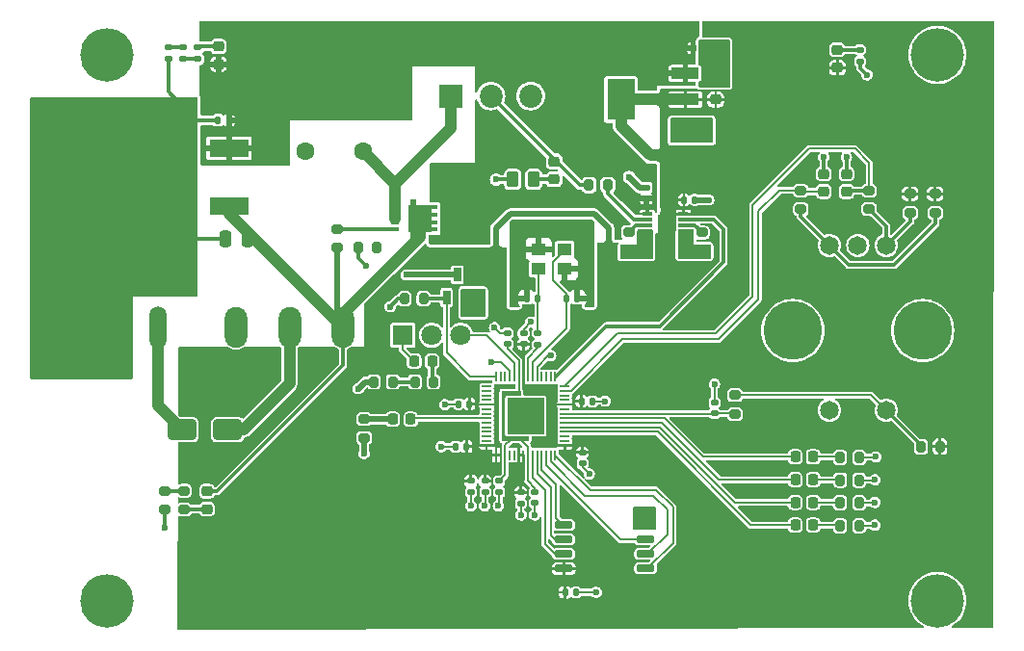
<source format=gbr>
%TF.GenerationSoftware,KiCad,Pcbnew,8.0.2*%
%TF.CreationDate,2024-12-13T17:38:30-06:00*%
%TF.ProjectId,LampBoardModule,4c616d70-426f-4617-9264-4d6f64756c65,rev?*%
%TF.SameCoordinates,Original*%
%TF.FileFunction,Copper,L1,Top*%
%TF.FilePolarity,Positive*%
%FSLAX46Y46*%
G04 Gerber Fmt 4.6, Leading zero omitted, Abs format (unit mm)*
G04 Created by KiCad (PCBNEW 8.0.2) date 2024-12-13 17:38:30*
%MOMM*%
%LPD*%
G01*
G04 APERTURE LIST*
G04 Aperture macros list*
%AMRoundRect*
0 Rectangle with rounded corners*
0 $1 Rounding radius*
0 $2 $3 $4 $5 $6 $7 $8 $9 X,Y pos of 4 corners*
0 Add a 4 corners polygon primitive as box body*
4,1,4,$2,$3,$4,$5,$6,$7,$8,$9,$2,$3,0*
0 Add four circle primitives for the rounded corners*
1,1,$1+$1,$2,$3*
1,1,$1+$1,$4,$5*
1,1,$1+$1,$6,$7*
1,1,$1+$1,$8,$9*
0 Add four rect primitives between the rounded corners*
20,1,$1+$1,$2,$3,$4,$5,0*
20,1,$1+$1,$4,$5,$6,$7,0*
20,1,$1+$1,$6,$7,$8,$9,0*
20,1,$1+$1,$8,$9,$2,$3,0*%
G04 Aperture macros list end*
%TA.AperFunction,SMDPad,CuDef*%
%ADD10RoundRect,0.218750X0.256250X-0.218750X0.256250X0.218750X-0.256250X0.218750X-0.256250X-0.218750X0*%
%TD*%
%TA.AperFunction,SMDPad,CuDef*%
%ADD11RoundRect,0.200000X0.275000X-0.200000X0.275000X0.200000X-0.275000X0.200000X-0.275000X-0.200000X0*%
%TD*%
%TA.AperFunction,SMDPad,CuDef*%
%ADD12RoundRect,0.135000X-0.185000X0.135000X-0.185000X-0.135000X0.185000X-0.135000X0.185000X0.135000X0*%
%TD*%
%TA.AperFunction,SMDPad,CuDef*%
%ADD13RoundRect,0.140000X-0.140000X-0.170000X0.140000X-0.170000X0.140000X0.170000X-0.140000X0.170000X0*%
%TD*%
%TA.AperFunction,SMDPad,CuDef*%
%ADD14R,0.700000X1.250000*%
%TD*%
%TA.AperFunction,SMDPad,CuDef*%
%ADD15RoundRect,0.200000X-0.200000X-0.275000X0.200000X-0.275000X0.200000X0.275000X-0.200000X0.275000X0*%
%TD*%
%TA.AperFunction,SMDPad,CuDef*%
%ADD16R,3.500000X1.600000*%
%TD*%
%TA.AperFunction,SMDPad,CuDef*%
%ADD17R,9.750000X12.200000*%
%TD*%
%TA.AperFunction,SMDPad,CuDef*%
%ADD18RoundRect,0.200000X-0.275000X0.200000X-0.275000X-0.200000X0.275000X-0.200000X0.275000X0.200000X0*%
%TD*%
%TA.AperFunction,SMDPad,CuDef*%
%ADD19RoundRect,0.200000X0.200000X0.275000X-0.200000X0.275000X-0.200000X-0.275000X0.200000X-0.275000X0*%
%TD*%
%TA.AperFunction,SMDPad,CuDef*%
%ADD20RoundRect,0.140000X-0.170000X0.140000X-0.170000X-0.140000X0.170000X-0.140000X0.170000X0.140000X0*%
%TD*%
%TA.AperFunction,ComponentPad*%
%ADD21C,1.650000*%
%TD*%
%TA.AperFunction,ComponentPad*%
%ADD22C,5.161000*%
%TD*%
%TA.AperFunction,SMDPad,CuDef*%
%ADD23RoundRect,0.225000X0.250000X-0.225000X0.250000X0.225000X-0.250000X0.225000X-0.250000X-0.225000X0*%
%TD*%
%TA.AperFunction,SMDPad,CuDef*%
%ADD24RoundRect,0.140000X0.170000X-0.140000X0.170000X0.140000X-0.170000X0.140000X-0.170000X-0.140000X0*%
%TD*%
%TA.AperFunction,SMDPad,CuDef*%
%ADD25RoundRect,0.218750X0.218750X0.256250X-0.218750X0.256250X-0.218750X-0.256250X0.218750X-0.256250X0*%
%TD*%
%TA.AperFunction,SMDPad,CuDef*%
%ADD26RoundRect,0.250000X1.000000X0.650000X-1.000000X0.650000X-1.000000X-0.650000X1.000000X-0.650000X0*%
%TD*%
%TA.AperFunction,SMDPad,CuDef*%
%ADD27RoundRect,0.150000X0.650000X0.150000X-0.650000X0.150000X-0.650000X-0.150000X0.650000X-0.150000X0*%
%TD*%
%TA.AperFunction,ComponentPad*%
%ADD28C,4.700000*%
%TD*%
%TA.AperFunction,SMDPad,CuDef*%
%ADD29RoundRect,0.140000X0.140000X0.170000X-0.140000X0.170000X-0.140000X-0.170000X0.140000X-0.170000X0*%
%TD*%
%TA.AperFunction,ComponentPad*%
%ADD30O,2.000000X3.600000*%
%TD*%
%TA.AperFunction,SMDPad,CuDef*%
%ADD31R,2.470000X0.980000*%
%TD*%
%TA.AperFunction,SMDPad,CuDef*%
%ADD32R,2.470000X3.600000*%
%TD*%
%TA.AperFunction,SMDPad,CuDef*%
%ADD33R,0.850000X0.300000*%
%TD*%
%TA.AperFunction,SMDPad,CuDef*%
%ADD34RoundRect,0.250000X0.250000X0.475000X-0.250000X0.475000X-0.250000X-0.475000X0.250000X-0.475000X0*%
%TD*%
%TA.AperFunction,SMDPad,CuDef*%
%ADD35RoundRect,0.218750X-0.218750X-0.256250X0.218750X-0.256250X0.218750X0.256250X-0.218750X0.256250X0*%
%TD*%
%TA.AperFunction,SMDPad,CuDef*%
%ADD36R,0.660000X0.420000*%
%TD*%
%TA.AperFunction,SMDPad,CuDef*%
%ADD37R,0.570000X0.600000*%
%TD*%
%TA.AperFunction,SMDPad,CuDef*%
%ADD38R,2.100000X2.400000*%
%TD*%
%TA.AperFunction,SMDPad,CuDef*%
%ADD39R,1.300000X1.050000*%
%TD*%
%TA.AperFunction,SMDPad,CuDef*%
%ADD40RoundRect,0.050000X0.387500X0.050000X-0.387500X0.050000X-0.387500X-0.050000X0.387500X-0.050000X0*%
%TD*%
%TA.AperFunction,SMDPad,CuDef*%
%ADD41RoundRect,0.050000X0.050000X0.387500X-0.050000X0.387500X-0.050000X-0.387500X0.050000X-0.387500X0*%
%TD*%
%TA.AperFunction,HeatsinkPad*%
%ADD42R,3.200000X3.200000*%
%TD*%
%TA.AperFunction,SMDPad,CuDef*%
%ADD43RoundRect,0.218750X-0.256250X0.218750X-0.256250X-0.218750X0.256250X-0.218750X0.256250X0.218750X0*%
%TD*%
%TA.AperFunction,SMDPad,CuDef*%
%ADD44RoundRect,0.250000X0.262500X0.450000X-0.262500X0.450000X-0.262500X-0.450000X0.262500X-0.450000X0*%
%TD*%
%TA.AperFunction,ComponentPad*%
%ADD45O,1.500000X3.700000*%
%TD*%
%TA.AperFunction,ComponentPad*%
%ADD46O,3.200000X1.500000*%
%TD*%
%TA.AperFunction,ComponentPad*%
%ADD47R,1.800000X1.800000*%
%TD*%
%TA.AperFunction,ComponentPad*%
%ADD48C,1.800000*%
%TD*%
%TA.AperFunction,ComponentPad*%
%ADD49R,2.025000X2.025000*%
%TD*%
%TA.AperFunction,ComponentPad*%
%ADD50C,2.025000*%
%TD*%
%TA.AperFunction,ComponentPad*%
%ADD51C,1.600000*%
%TD*%
%TA.AperFunction,ViaPad*%
%ADD52C,0.600000*%
%TD*%
%TA.AperFunction,Conductor*%
%ADD53C,0.200000*%
%TD*%
%TA.AperFunction,Conductor*%
%ADD54C,0.300000*%
%TD*%
%TA.AperFunction,Conductor*%
%ADD55C,0.500000*%
%TD*%
%TA.AperFunction,Conductor*%
%ADD56C,1.000000*%
%TD*%
G04 APERTURE END LIST*
D10*
%TO.P,D8,1,K*%
%TO.N,Net-(D8-K)*%
X87300000Y-91687500D03*
%TO.P,D8,2,A*%
%TO.N,/LED_D_O*%
X87300000Y-90112500D03*
%TD*%
D11*
%TO.P,R6,1*%
%TO.N,Net-(SW1-A)*%
X118600000Y-94625000D03*
%TO.P,R6,2*%
%TO.N,+3.3V*%
X118600000Y-92975000D03*
%TD*%
D12*
%TO.P,R31,1*%
%TO.N,Net-(R30-Pad1)*%
X53400000Y-80090000D03*
%TO.P,R31,2*%
%TO.N,GND*%
X53400000Y-81110000D03*
%TD*%
D13*
%TO.P,C2,1*%
%TO.N,/XIN*%
X88395000Y-102200000D03*
%TO.P,C2,2*%
%TO.N,GND*%
X89355000Y-102200000D03*
%TD*%
%TO.P,C1,1*%
%TO.N,+3.3V*%
X88270000Y-128000000D03*
%TO.P,C1,2*%
%TO.N,GND*%
X89230000Y-128000000D03*
%TD*%
D14*
%TO.P,Q1,1,G*%
%TO.N,/LED_EN*%
X77850000Y-102100000D03*
%TO.P,Q1,2,S*%
%TO.N,GND*%
X79750000Y-102100000D03*
%TO.P,Q1,3,D*%
%TO.N,Net-(Q1-D)*%
X78800000Y-100100000D03*
%TD*%
D15*
%TO.P,R12,1*%
%TO.N,Net-(D5-K)*%
X112462500Y-118140000D03*
%TO.P,R12,2*%
%TO.N,GND*%
X114112500Y-118140000D03*
%TD*%
D16*
%TO.P,IC1,1,INPUT*%
%TO.N,+24V*%
X58741000Y-94040000D03*
%TO.P,IC1,3,OUTPUT*%
%TO.N,+5V*%
X58741000Y-88960000D03*
D17*
%TO.P,IC1,4,GND*%
%TO.N,GND*%
X48466000Y-91500000D03*
%TD*%
D18*
%TO.P,R2,1*%
%TO.N,Net-(R2-Pad1)*%
X54800000Y-119075000D03*
%TO.P,R2,2*%
%TO.N,Net-(D1-K)*%
X54800000Y-120725000D03*
%TD*%
D15*
%TO.P,R14,1*%
%TO.N,Net-(D7-K)*%
X112462500Y-120140000D03*
%TO.P,R14,2*%
%TO.N,GND*%
X114112500Y-120140000D03*
%TD*%
D11*
%TO.P,R22,1*%
%TO.N,Net-(SW1-B)*%
X109000000Y-94325000D03*
%TO.P,R22,2*%
%TO.N,/ENC_B*%
X109000000Y-92675000D03*
%TD*%
D19*
%TO.P,R5,1*%
%TO.N,Net-(D4-K)*%
X76725000Y-109500000D03*
%TO.P,R5,2*%
%TO.N,Net-(R28-Pad2)*%
X75075000Y-109500000D03*
%TD*%
D20*
%TO.P,C21,1*%
%TO.N,+3.3V*%
X84375000Y-119220000D03*
%TO.P,C21,2*%
%TO.N,GND*%
X84375000Y-120180000D03*
%TD*%
D18*
%TO.P,R21,1*%
%TO.N,/ENC_A*%
X115000000Y-92675000D03*
%TO.P,R21,2*%
%TO.N,Net-(SW1-A)*%
X115000000Y-94325000D03*
%TD*%
%TO.P,R29,1*%
%TO.N,Net-(R2-Pad1)*%
X53100000Y-119075000D03*
%TO.P,R29,2*%
%TO.N,GND*%
X53100000Y-120725000D03*
%TD*%
D15*
%TO.P,R8,1*%
%TO.N,Net-(R23-Pad2)*%
X119575000Y-115200000D03*
%TO.P,R8,2*%
%TO.N,+3.3V*%
X121225000Y-115200000D03*
%TD*%
D21*
%TO.P,SW1,1,1*%
%TO.N,Net-(R23-Pad2)*%
X116500000Y-112000000D03*
%TO.P,SW1,2,2*%
%TO.N,GND*%
X111500000Y-112000000D03*
%TO.P,SW1,A1,A*%
%TO.N,Net-(SW1-A)*%
X116500000Y-97500000D03*
%TO.P,SW1,B1,B*%
%TO.N,Net-(SW1-B)*%
X111500000Y-97500000D03*
%TO.P,SW1,C1,C*%
%TO.N,GND*%
X114000000Y-97500000D03*
D22*
%TO.P,SW1,MH1,MH1*%
X119700000Y-105000000D03*
%TO.P,SW1,MH2,MH2*%
X108300000Y-105000000D03*
%TD*%
D23*
%TO.P,C23,1*%
%TO.N,/ENC_A*%
X113000000Y-92775000D03*
%TO.P,C23,2*%
%TO.N,GND*%
X113000000Y-91225000D03*
%TD*%
D10*
%TO.P,D1,1,K*%
%TO.N,Net-(D1-K)*%
X56800000Y-120687500D03*
%TO.P,D1,2,A*%
%TO.N,+24V*%
X56800000Y-119112500D03*
%TD*%
D24*
%TO.P,C12,1*%
%TO.N,+1V1*%
X83200000Y-106180000D03*
%TO.P,C12,2*%
%TO.N,GND*%
X83200000Y-105220000D03*
%TD*%
D25*
%TO.P,D4,1,K*%
%TO.N,Net-(D4-K)*%
X76587500Y-107700000D03*
%TO.P,D4,2,A*%
%TO.N,/SW_D*%
X75012500Y-107700000D03*
%TD*%
D24*
%TO.P,C9,1*%
%TO.N,/BTN*%
X101400000Y-112280000D03*
%TO.P,C9,2*%
%TO.N,GND*%
X101400000Y-111320000D03*
%TD*%
D20*
%TO.P,C15,1*%
%TO.N,+3.3V*%
X81250000Y-118220000D03*
%TO.P,C15,2*%
%TO.N,GND*%
X81250000Y-119180000D03*
%TD*%
%TO.P,C14,1*%
%TO.N,+1V1*%
X85625000Y-119200000D03*
%TO.P,C14,2*%
%TO.N,GND*%
X85625000Y-120160000D03*
%TD*%
D26*
%TO.P,D11,1,K*%
%TO.N,Net-(D11-K)*%
X58600000Y-113700000D03*
%TO.P,D11,2,A*%
%TO.N,Net-(D11-A)*%
X54600000Y-113700000D03*
%TD*%
D12*
%TO.P,R1,1*%
%TO.N,Net-(Y1-CRYSTAL_2)*%
X85875000Y-105190000D03*
%TO.P,R1,2*%
%TO.N,/XOUT*%
X85875000Y-106210000D03*
%TD*%
D15*
%TO.P,R17,1*%
%TO.N,GND*%
X74175000Y-102200000D03*
%TO.P,R17,2*%
%TO.N,/LED_EN*%
X75825000Y-102200000D03*
%TD*%
D27*
%TO.P,U2,1,~{CS}*%
%TO.N,/QSPI_SS*%
X95350000Y-125905000D03*
%TO.P,U2,2,DO(IO1)*%
%TO.N,/QSPI_SD1*%
X95350000Y-124635000D03*
%TO.P,U2,3,IO2*%
%TO.N,/QSPI_SD2*%
X95350000Y-123365000D03*
%TO.P,U2,4,GND*%
%TO.N,GND*%
X95350000Y-122095000D03*
%TO.P,U2,5,DI(IO0)*%
%TO.N,/QSPI_SD0*%
X88150000Y-122095000D03*
%TO.P,U2,6,CLK*%
%TO.N,/QSPI_SCLK*%
X88150000Y-123365000D03*
%TO.P,U2,7,IO3*%
%TO.N,/QSPI_SD3*%
X88150000Y-124635000D03*
%TO.P,U2,8,VCC*%
%TO.N,+3.3V*%
X88150000Y-125905000D03*
%TD*%
D28*
%TO.P,H3,1,1*%
%TO.N,GND*%
X121000000Y-128750000D03*
%TD*%
D25*
%TO.P,D6,1,K*%
%TO.N,Net-(D6-K)*%
X110075000Y-116100000D03*
%TO.P,D6,2,A*%
%TO.N,/BTN_LED*%
X108500000Y-116100000D03*
%TD*%
D23*
%TO.P,C24,1*%
%TO.N,/ENC_B*%
X111000000Y-92775000D03*
%TO.P,C24,2*%
%TO.N,GND*%
X111000000Y-91225000D03*
%TD*%
D25*
%TO.P,D5,1,K*%
%TO.N,Net-(D5-K)*%
X110075000Y-118100000D03*
%TO.P,D5,2,A*%
%TO.N,/ENC_LED*%
X108500000Y-118100000D03*
%TD*%
D13*
%TO.P,C17,1*%
%TO.N,+3.3V*%
X89720000Y-111200000D03*
%TO.P,C17,2*%
%TO.N,GND*%
X90680000Y-111200000D03*
%TD*%
D29*
%TO.P,C6,1*%
%TO.N,+5V*%
X58730000Y-86500000D03*
%TO.P,C6,2*%
%TO.N,GND*%
X57770000Y-86500000D03*
%TD*%
D11*
%TO.P,R9,1*%
%TO.N,GND*%
X100300000Y-98025000D03*
%TO.P,R9,2*%
%TO.N,Net-(IC2-B2)*%
X100300000Y-96375000D03*
%TD*%
D13*
%TO.P,C3,1*%
%TO.N,GND*%
X84895000Y-102200000D03*
%TO.P,C3,2*%
%TO.N,Net-(Y1-CRYSTAL_2)*%
X85855000Y-102200000D03*
%TD*%
D30*
%TO.P,SW2,1,1*%
%TO.N,+24V*%
X68750000Y-104700000D03*
%TO.P,SW2,2,2*%
%TO.N,Net-(D11-K)*%
X64050000Y-104700000D03*
%TO.P,SW2,3,3*%
%TO.N,unconnected-(SW2-Pad3)*%
X59350000Y-104700000D03*
%TD*%
D31*
%TO.P,CR1,1,GND*%
%TO.N,GND*%
X98842700Y-86978500D03*
%TO.P,CR1,2,VOUT*%
%TO.N,+3.3V*%
X98842700Y-84678500D03*
%TO.P,CR1,3,VIN*%
%TO.N,+5V*%
X98842700Y-82378500D03*
D32*
%TO.P,CR1,4,VOUT*%
%TO.N,+3.3V*%
X93182700Y-84678500D03*
%TD*%
D13*
%TO.P,C11,1*%
%TO.N,+3.3V*%
X98720000Y-93500000D03*
%TO.P,C11,2*%
%TO.N,GND*%
X99680000Y-93500000D03*
%TD*%
D33*
%TO.P,IC2,1,VCCA*%
%TO.N,+5V*%
X95525000Y-94750000D03*
%TO.P,IC2,2,A1*%
%TO.N,Net-(IC2-A1)*%
X95525000Y-95250000D03*
%TO.P,IC2,3,A2*%
%TO.N,Net-(IC2-A2)*%
X95525000Y-95750000D03*
%TO.P,IC2,4,GND*%
%TO.N,GND*%
X95525000Y-96250000D03*
%TO.P,IC2,5,DIR*%
X98675000Y-96250000D03*
%TO.P,IC2,6,B2*%
%TO.N,Net-(IC2-B2)*%
X98675000Y-95750000D03*
%TO.P,IC2,7,B1*%
%TO.N,/LED_D*%
X98675000Y-95250000D03*
%TO.P,IC2,8,VCCB*%
%TO.N,+3.3V*%
X98675000Y-94750000D03*
%TD*%
D28*
%TO.P,H1,1,1*%
%TO.N,GND*%
X48000000Y-80750000D03*
%TD*%
D15*
%TO.P,R13,1*%
%TO.N,Net-(D6-K)*%
X112462500Y-116140000D03*
%TO.P,R13,2*%
%TO.N,GND*%
X114112500Y-116140000D03*
%TD*%
D28*
%TO.P,H4,1,1*%
%TO.N,GND*%
X121000000Y-80750000D03*
%TD*%
D34*
%TO.P,C5,1*%
%TO.N,+24V*%
X60350000Y-96900000D03*
%TO.P,C5,2*%
%TO.N,GND*%
X58450000Y-96900000D03*
%TD*%
D20*
%TO.P,C13,1*%
%TO.N,+1V1*%
X82500000Y-118220000D03*
%TO.P,C13,2*%
%TO.N,GND*%
X82500000Y-119180000D03*
%TD*%
D25*
%TO.P,D10,1,K*%
%TO.N,Net-(D10-K)*%
X110075000Y-122100000D03*
%TO.P,D10,2,A*%
%TO.N,/LED_EN_LED*%
X108500000Y-122100000D03*
%TD*%
D35*
%TO.P,D9,1,K*%
%TO.N,Net-(D9-K)*%
X73112500Y-112800000D03*
%TO.P,D9,2,A*%
%TO.N,/BOOT_LED*%
X74687500Y-112800000D03*
%TD*%
D36*
%TO.P,Q2,1,S*%
%TO.N,Net-(C4-Pad1)*%
X73347500Y-94150000D03*
%TO.P,Q2,2,S*%
X73347500Y-94800000D03*
%TO.P,Q2,3,S*%
X73347500Y-95450000D03*
%TO.P,Q2,4,G*%
%TO.N,Net-(Q2-G)*%
X73347500Y-96100000D03*
%TO.P,Q2,5,D*%
%TO.N,+24V*%
X76747500Y-96100000D03*
%TO.P,Q2,6,D*%
X76747500Y-95450000D03*
%TO.P,Q2,7,D*%
X76747500Y-94800000D03*
D37*
%TO.P,Q2,8,D*%
X74897500Y-93680000D03*
D36*
X76747500Y-94150000D03*
D38*
X75547500Y-95130000D03*
D37*
X74897500Y-96580000D03*
%TD*%
D15*
%TO.P,R18,1*%
%TO.N,Net-(D10-K)*%
X112462500Y-122140000D03*
%TO.P,R18,2*%
%TO.N,GND*%
X114112500Y-122140000D03*
%TD*%
D12*
%TO.P,R4,1*%
%TO.N,Net-(D3-K)*%
X114200000Y-80290000D03*
%TO.P,R4,2*%
%TO.N,GND*%
X114200000Y-81310000D03*
%TD*%
D24*
%TO.P,C10,1*%
%TO.N,+5V*%
X95400000Y-93380000D03*
%TO.P,C10,2*%
%TO.N,GND*%
X95400000Y-92420000D03*
%TD*%
D20*
%TO.P,C16,1*%
%TO.N,+3.3V*%
X89800000Y-115720000D03*
%TO.P,C16,2*%
%TO.N,GND*%
X89800000Y-116680000D03*
%TD*%
D39*
%TO.P,Y1,1,CRYSTAL_1*%
%TO.N,/XIN*%
X88250000Y-97825000D03*
%TO.P,Y1,2,GND_1*%
%TO.N,GND*%
X85950000Y-97825000D03*
%TO.P,Y1,3,CRYSTAL_2*%
%TO.N,Net-(Y1-CRYSTAL_2)*%
X85950000Y-99575000D03*
%TO.P,Y1,4,GND_2*%
%TO.N,GND*%
X88250000Y-99575000D03*
%TD*%
D28*
%TO.P,H2,1,1*%
%TO.N,GND*%
X48000000Y-128750000D03*
%TD*%
D24*
%TO.P,C18,1*%
%TO.N,+3.3V*%
X84625000Y-106180000D03*
%TO.P,C18,2*%
%TO.N,GND*%
X84625000Y-105220000D03*
%TD*%
D18*
%TO.P,R16,1*%
%TO.N,Net-(D9-K)*%
X70600000Y-112775000D03*
%TO.P,R16,2*%
%TO.N,GND*%
X70600000Y-114425000D03*
%TD*%
D12*
%TO.P,R3,1*%
%TO.N,Net-(D2-K)*%
X56000000Y-80110000D03*
%TO.P,R3,2*%
%TO.N,Net-(R3-Pad2)*%
X56000000Y-81130000D03*
%TD*%
D18*
%TO.P,R19,1*%
%TO.N,Net-(Q2-G)*%
X68200000Y-96075000D03*
%TO.P,R19,2*%
%TO.N,+24V*%
X68200000Y-97725000D03*
%TD*%
D11*
%TO.P,R10,1*%
%TO.N,GND*%
X93900000Y-98025000D03*
%TO.P,R10,2*%
%TO.N,Net-(IC2-A2)*%
X93900000Y-96375000D03*
%TD*%
D40*
%TO.P,U1,1,IOVDD*%
%TO.N,+3.3V*%
X88250000Y-115100000D03*
%TO.P,U1,2,GPIO0*%
%TO.N,/UART_TX*%
X88250000Y-114700000D03*
%TO.P,U1,3,GPIO1*%
%TO.N,/UART_RX*%
X88250000Y-114300000D03*
%TO.P,U1,4,GPIO2*%
%TO.N,/LED_EN_LED*%
X88250000Y-113900000D03*
%TO.P,U1,5,GPIO3*%
%TO.N,/MGR_LED*%
X88250000Y-113500000D03*
%TO.P,U1,6,GPIO4*%
%TO.N,/ENC_LED*%
X88250000Y-113100000D03*
%TO.P,U1,7,GPIO5*%
%TO.N,/BTN_LED*%
X88250000Y-112700000D03*
%TO.P,U1,8,GPIO6*%
%TO.N,/BTN*%
X88250000Y-112300000D03*
%TO.P,U1,9,GPIO7*%
%TO.N,unconnected-(U1-GPIO7-Pad9)*%
X88250000Y-111900000D03*
%TO.P,U1,10,IOVDD*%
%TO.N,+3.3V*%
X88250000Y-111500000D03*
%TO.P,U1,11,GPIO8*%
%TO.N,unconnected-(U1-GPIO8-Pad11)*%
X88250000Y-111100000D03*
%TO.P,U1,12,GPIO9*%
%TO.N,unconnected-(U1-GPIO9-Pad12)*%
X88250000Y-110700000D03*
%TO.P,U1,13,GPIO10*%
%TO.N,/ENC_B*%
X88250000Y-110300000D03*
%TO.P,U1,14,GPIO11*%
%TO.N,/ENC_A*%
X88250000Y-109900000D03*
D41*
%TO.P,U1,15,GPIO12*%
%TO.N,/LED_D*%
X87412500Y-109062500D03*
%TO.P,U1,16,GPIO13*%
%TO.N,unconnected-(U1-GPIO13-Pad16)*%
X87012500Y-109062500D03*
%TO.P,U1,17,GPIO14*%
%TO.N,unconnected-(U1-GPIO14-Pad17)*%
X86612500Y-109062500D03*
%TO.P,U1,18,GPIO15*%
%TO.N,unconnected-(U1-GPIO15-Pad18)*%
X86212500Y-109062500D03*
%TO.P,U1,19,TESTEN*%
%TO.N,GND*%
X85812500Y-109062500D03*
%TO.P,U1,20,XIN*%
%TO.N,/XIN*%
X85412500Y-109062500D03*
%TO.P,U1,21,XOUT*%
%TO.N,/XOUT*%
X85012500Y-109062500D03*
%TO.P,U1,22,IOVDD*%
%TO.N,+3.3V*%
X84612500Y-109062500D03*
%TO.P,U1,23,DVDD*%
%TO.N,+1V1*%
X84212500Y-109062500D03*
%TO.P,U1,24,SWCLK*%
%TO.N,/SW_CLK*%
X83812500Y-109062500D03*
%TO.P,U1,25,SWD*%
%TO.N,/SW_D*%
X83412500Y-109062500D03*
%TO.P,U1,26,RUN*%
%TO.N,unconnected-(U1-RUN-Pad26)*%
X83012500Y-109062500D03*
%TO.P,U1,27,GPIO16*%
%TO.N,unconnected-(U1-GPIO16-Pad27)*%
X82612500Y-109062500D03*
%TO.P,U1,28,GPIO17*%
%TO.N,/LED_EN*%
X82212500Y-109062500D03*
D40*
%TO.P,U1,29,GPIO18*%
%TO.N,unconnected-(U1-GPIO18-Pad29)*%
X81375000Y-109900000D03*
%TO.P,U1,30,GPIO19*%
%TO.N,unconnected-(U1-GPIO19-Pad30)*%
X81375000Y-110300000D03*
%TO.P,U1,31,GPIO20*%
%TO.N,unconnected-(U1-GPIO20-Pad31)*%
X81375000Y-110700000D03*
%TO.P,U1,32,GPIO21*%
%TO.N,unconnected-(U1-GPIO21-Pad32)*%
X81375000Y-111100000D03*
%TO.P,U1,33,IOVDD*%
%TO.N,+3.3V*%
X81375000Y-111500000D03*
%TO.P,U1,34,GPIO22*%
%TO.N,unconnected-(U1-GPIO22-Pad34)*%
X81375000Y-111900000D03*
%TO.P,U1,35,GPIO23*%
%TO.N,unconnected-(U1-GPIO23-Pad35)*%
X81375000Y-112300000D03*
%TO.P,U1,36,GPIO24*%
%TO.N,/BOOT_LED*%
X81375000Y-112700000D03*
%TO.P,U1,37,GPIO25*%
%TO.N,unconnected-(U1-GPIO25-Pad37)*%
X81375000Y-113100000D03*
%TO.P,U1,38,GPIO26_ADC0*%
%TO.N,unconnected-(U1-GPIO26_ADC0-Pad38)*%
X81375000Y-113500000D03*
%TO.P,U1,39,GPIO27_ADC1*%
%TO.N,unconnected-(U1-GPIO27_ADC1-Pad39)*%
X81375000Y-113900000D03*
%TO.P,U1,40,GPIO28_ADC2*%
%TO.N,unconnected-(U1-GPIO28_ADC2-Pad40)*%
X81375000Y-114300000D03*
%TO.P,U1,41,GPIO29_ADC3*%
%TO.N,unconnected-(U1-GPIO29_ADC3-Pad41)*%
X81375000Y-114700000D03*
%TO.P,U1,42,IOVDD*%
%TO.N,+3.3V*%
X81375000Y-115100000D03*
D41*
%TO.P,U1,43,ADC_AVDD*%
X82212500Y-115937500D03*
%TO.P,U1,44,VREG_IN*%
X82612500Y-115937500D03*
%TO.P,U1,45,VREG_VOUT*%
%TO.N,+1V1*%
X83012500Y-115937500D03*
%TO.P,U1,46,USB_DM*%
%TO.N,unconnected-(U1-USB_DM-Pad46)*%
X83412500Y-115937500D03*
%TO.P,U1,47,USB_DP*%
%TO.N,unconnected-(U1-USB_DP-Pad47)*%
X83812500Y-115937500D03*
%TO.P,U1,48,USB_VDD*%
%TO.N,+3.3V*%
X84212500Y-115937500D03*
%TO.P,U1,49,IOVDD*%
X84612500Y-115937500D03*
%TO.P,U1,50,DVDD*%
%TO.N,+1V1*%
X85012500Y-115937500D03*
%TO.P,U1,51,QSPI_SD3*%
%TO.N,/QSPI_SD3*%
X85412500Y-115937500D03*
%TO.P,U1,52,QSPI_SCLK*%
%TO.N,/QSPI_SCLK*%
X85812500Y-115937500D03*
%TO.P,U1,53,QSPI_SD0*%
%TO.N,/QSPI_SD0*%
X86212500Y-115937500D03*
%TO.P,U1,54,QSPI_SD2*%
%TO.N,/QSPI_SD2*%
X86612500Y-115937500D03*
%TO.P,U1,55,QSPI_SD1*%
%TO.N,/QSPI_SD1*%
X87012500Y-115937500D03*
%TO.P,U1,56,QSPI_SS*%
%TO.N,/QSPI_SS*%
X87412500Y-115937500D03*
D42*
%TO.P,U1,57,GND*%
%TO.N,GND*%
X84812500Y-112500000D03*
%TD*%
D29*
%TO.P,C19,1*%
%TO.N,+3.3V*%
X79855000Y-111450000D03*
%TO.P,C19,2*%
%TO.N,GND*%
X78895000Y-111450000D03*
%TD*%
D23*
%TO.P,C8,1*%
%TO.N,+3.3V*%
X101512700Y-84675000D03*
%TO.P,C8,2*%
%TO.N,GND*%
X101512700Y-83125000D03*
%TD*%
D15*
%TO.P,R11,1*%
%TO.N,/LED_D_O*%
X90375000Y-92200000D03*
%TO.P,R11,2*%
%TO.N,Net-(IC2-A1)*%
X92025000Y-92200000D03*
%TD*%
D20*
%TO.P,C22,1*%
%TO.N,+3.3V*%
X80000000Y-118220000D03*
%TO.P,C22,2*%
%TO.N,GND*%
X80000000Y-119180000D03*
%TD*%
D43*
%TO.P,D2,1,K*%
%TO.N,Net-(D2-K)*%
X57800000Y-80012500D03*
%TO.P,D2,2,A*%
%TO.N,+5V*%
X57800000Y-81587500D03*
%TD*%
D11*
%TO.P,R7,1*%
%TO.N,Net-(SW1-B)*%
X120800000Y-94625000D03*
%TO.P,R7,2*%
%TO.N,+3.3V*%
X120800000Y-92975000D03*
%TD*%
D43*
%TO.P,D3,1,K*%
%TO.N,Net-(D3-K)*%
X112200000Y-80312500D03*
%TO.P,D3,2,A*%
%TO.N,+3.3V*%
X112200000Y-81887500D03*
%TD*%
D44*
%TO.P,R15,1*%
%TO.N,Net-(D8-K)*%
X85512500Y-91700000D03*
%TO.P,R15,2*%
%TO.N,GND*%
X83687500Y-91700000D03*
%TD*%
D11*
%TO.P,R23,1*%
%TO.N,/BTN*%
X103200000Y-112325000D03*
%TO.P,R23,2*%
%TO.N,Net-(R23-Pad2)*%
X103200000Y-110675000D03*
%TD*%
D12*
%TO.P,R30,1*%
%TO.N,Net-(R30-Pad1)*%
X54700000Y-80110000D03*
%TO.P,R30,2*%
%TO.N,Net-(R3-Pad2)*%
X54700000Y-81130000D03*
%TD*%
D15*
%TO.P,R20,1*%
%TO.N,Net-(Q1-D)*%
X70075000Y-97700000D03*
%TO.P,R20,2*%
%TO.N,Net-(Q2-G)*%
X71725000Y-97700000D03*
%TD*%
D29*
%TO.P,C20,1*%
%TO.N,+3.3V*%
X79605000Y-115200000D03*
%TO.P,C20,2*%
%TO.N,GND*%
X78645000Y-115200000D03*
%TD*%
D15*
%TO.P,R28,1*%
%TO.N,GND*%
X71475000Y-109500000D03*
%TO.P,R28,2*%
%TO.N,Net-(R28-Pad2)*%
X73125000Y-109500000D03*
%TD*%
D25*
%TO.P,D7,1,K*%
%TO.N,Net-(D7-K)*%
X110075000Y-120100000D03*
%TO.P,D7,2,A*%
%TO.N,/MGR_LED*%
X108500000Y-120100000D03*
%TD*%
D13*
%TO.P,C7,1*%
%TO.N,+5V*%
X99532700Y-80178500D03*
%TO.P,C7,2*%
%TO.N,GND*%
X100492700Y-80178500D03*
%TD*%
D45*
%TO.P,J4,1,1*%
%TO.N,Net-(D11-A)*%
X52500000Y-104750000D03*
%TO.P,J4,2,2*%
%TO.N,GND*%
X46500000Y-104750000D03*
D46*
%TO.P,J4,3,3*%
X50000000Y-100100000D03*
%TD*%
D47*
%TO.P,J1,1,1*%
%TO.N,/SW_D*%
X74020000Y-105400000D03*
D48*
%TO.P,J1,2,2*%
%TO.N,GND*%
X76560000Y-105400000D03*
%TO.P,J1,3,3*%
%TO.N,/SW_CLK*%
X79100000Y-105400000D03*
%TD*%
D49*
%TO.P,J3,1,1*%
%TO.N,Net-(C4-Pad1)*%
X78250000Y-84375000D03*
D50*
%TO.P,J3,2,2*%
%TO.N,/LED_D_O*%
X81750000Y-84375000D03*
%TO.P,J3,3,3*%
%TO.N,GND*%
X85250000Y-84375000D03*
%TD*%
D51*
%TO.P,C4,1,1*%
%TO.N,Net-(C4-Pad1)*%
X70500000Y-89250000D03*
%TO.P,C4,2,2*%
%TO.N,GND*%
X65420000Y-89250000D03*
%TD*%
D52*
%TO.N,GND*%
X82200000Y-91700000D03*
X87300000Y-96200000D03*
X100900000Y-93500000D03*
X115500000Y-118100000D03*
X90375000Y-98700000D03*
X113000000Y-89750000D03*
X85250000Y-104250000D03*
X70600000Y-115800000D03*
X101012700Y-81428500D03*
X115600000Y-116100000D03*
X86000000Y-112400000D03*
X95100000Y-98000000D03*
X111000000Y-89750000D03*
X91000000Y-128000000D03*
X101400000Y-109700000D03*
X98000000Y-88100000D03*
X77700000Y-111500000D03*
X94750000Y-121000000D03*
X87000000Y-107200000D03*
X91800000Y-111200000D03*
X80900000Y-103400000D03*
X115500000Y-120100000D03*
X90400000Y-96200000D03*
X99100000Y-98000000D03*
X82400000Y-120400000D03*
X85600000Y-121200000D03*
X83875000Y-98700000D03*
X98700000Y-97100000D03*
X80900000Y-101700000D03*
X83600000Y-111400000D03*
X70100000Y-110100000D03*
X77400000Y-115200000D03*
X84400000Y-121200000D03*
X72900000Y-102900000D03*
X86000000Y-111400000D03*
X93900000Y-91500000D03*
X100900000Y-88100000D03*
X83600000Y-113600000D03*
X83875000Y-102200000D03*
X53100000Y-122300000D03*
X95600000Y-97300000D03*
X114800000Y-82500000D03*
X84800000Y-113600000D03*
X80000000Y-120400000D03*
X102012700Y-81428500D03*
X79800000Y-103400000D03*
X115500000Y-122100000D03*
X100900000Y-86700000D03*
X99500000Y-88100000D03*
X95750000Y-121000000D03*
X86000000Y-113600000D03*
X82075000Y-104750000D03*
X84800000Y-111400000D03*
X90375000Y-102200000D03*
X83900000Y-96200000D03*
X81200000Y-120400000D03*
X84800000Y-112400000D03*
X90400000Y-117600000D03*
X83600000Y-112400000D03*
%TO.N,/SW_D*%
X81750000Y-107750000D03*
%TO.N,Net-(Q1-D)*%
X74300000Y-100100000D03*
X70800000Y-99300000D03*
%TD*%
D53*
%TO.N,GND*%
X114112500Y-116140000D02*
X115560000Y-116140000D01*
X80000000Y-119180000D02*
X80000000Y-120400000D01*
X78895000Y-111450000D02*
X77750000Y-111450000D01*
D54*
X114200000Y-81310000D02*
X114200000Y-81900000D01*
D53*
X82500000Y-119180000D02*
X82500000Y-120300000D01*
D54*
X55900000Y-96900000D02*
X58450000Y-96900000D01*
D53*
X89525000Y-128000000D02*
X91000000Y-128000000D01*
D54*
X53100000Y-120725000D02*
X53100000Y-122300000D01*
D53*
X83200000Y-105220000D02*
X82545000Y-105220000D01*
X114112500Y-122140000D02*
X115460000Y-122140000D01*
X84625000Y-105220000D02*
X84625000Y-104875000D01*
X86800000Y-107200000D02*
X87000000Y-107200000D01*
X101400000Y-111025000D02*
X101400000Y-109700000D01*
X82545000Y-105220000D02*
X82075000Y-104750000D01*
X77750000Y-111450000D02*
X77700000Y-111500000D01*
X84625000Y-104875000D02*
X85250000Y-104250000D01*
D54*
X114200000Y-81900000D02*
X114800000Y-82500000D01*
D53*
X85625000Y-121175000D02*
X85600000Y-121200000D01*
D54*
X111000000Y-91225000D02*
X111000000Y-89750000D01*
D53*
X85812500Y-108187500D02*
X86800000Y-107200000D01*
D55*
X70600000Y-114425000D02*
X70600000Y-115800000D01*
D53*
X85625000Y-120160000D02*
X85625000Y-121175000D01*
X89800000Y-117000000D02*
X90400000Y-117600000D01*
X115460000Y-118140000D02*
X115500000Y-118100000D01*
X81250000Y-119180000D02*
X81250000Y-120350000D01*
D55*
X70700000Y-109500000D02*
X70100000Y-110100000D01*
D53*
X84375000Y-121175000D02*
X84400000Y-121200000D01*
D54*
X53400000Y-81110000D02*
X53400000Y-84000000D01*
X74175000Y-102200000D02*
X73600000Y-102200000D01*
D53*
X114112500Y-120140000D02*
X115460000Y-120140000D01*
X114112500Y-118140000D02*
X115460000Y-118140000D01*
D54*
X113000000Y-91225000D02*
X113000000Y-89750000D01*
D53*
X85812500Y-109062500D02*
X85812500Y-108187500D01*
X89800000Y-116680000D02*
X89800000Y-117000000D01*
D54*
X53400000Y-84000000D02*
X54300000Y-84900000D01*
D55*
X94820000Y-92420000D02*
X93900000Y-91500000D01*
D53*
X90680000Y-111200000D02*
X91800000Y-111200000D01*
X84375000Y-120180000D02*
X84375000Y-121175000D01*
D54*
X83687500Y-91700000D02*
X82200000Y-91700000D01*
D53*
X115560000Y-116140000D02*
X115600000Y-116100000D01*
X82500000Y-120300000D02*
X82400000Y-120400000D01*
X115460000Y-122140000D02*
X115500000Y-122100000D01*
D54*
X73600000Y-102200000D02*
X72900000Y-102900000D01*
X55500000Y-96500000D02*
X55900000Y-96900000D01*
D53*
X115460000Y-120140000D02*
X115500000Y-120100000D01*
D54*
X57770000Y-86500000D02*
X55300000Y-86500000D01*
D53*
X78645000Y-115200000D02*
X77400000Y-115200000D01*
D55*
X71475000Y-109500000D02*
X70700000Y-109500000D01*
D53*
X81250000Y-120350000D02*
X81200000Y-120400000D01*
D55*
X99680000Y-93500000D02*
X100900000Y-93500000D01*
X95400000Y-92420000D02*
X94820000Y-92420000D01*
%TO.N,+3.3V*%
X91400000Y-95300000D02*
X92100000Y-96000000D01*
X82200000Y-99700000D02*
X82200000Y-96000000D01*
D56*
X93182700Y-86982700D02*
X95600000Y-89400000D01*
D55*
X90850000Y-94750000D02*
X91400000Y-95300000D01*
X90300000Y-94750000D02*
X90850000Y-94750000D01*
D56*
X95600000Y-89400000D02*
X95800000Y-89600000D01*
X95800000Y-89600000D02*
X98600000Y-89600000D01*
X93182700Y-84678500D02*
X93182700Y-86982700D01*
D55*
X83450000Y-94750000D02*
X90300000Y-94750000D01*
X92100000Y-96000000D02*
X92100000Y-98300000D01*
D56*
X93182700Y-84678500D02*
X93182700Y-86182700D01*
X93182700Y-84678500D02*
X98842700Y-84678500D01*
D55*
X82200000Y-96000000D02*
X83450000Y-94750000D01*
D53*
%TO.N,/XIN*%
X87200000Y-100600000D02*
X88395000Y-101795000D01*
X88250000Y-97950000D02*
X87200000Y-99000000D01*
X87200000Y-99000000D02*
X87200000Y-100600000D01*
X88250000Y-97825000D02*
X88250000Y-97950000D01*
X88395000Y-101795000D02*
X88395000Y-102200000D01*
X88395000Y-104805000D02*
X88395000Y-103600000D01*
X88395000Y-103600000D02*
X88395000Y-102200000D01*
X85412500Y-109062500D02*
X85412500Y-107787500D01*
X85412500Y-107787500D02*
X88395000Y-104805000D01*
%TO.N,Net-(Y1-CRYSTAL_2)*%
X85950000Y-102050000D02*
X85950000Y-99575000D01*
X85855000Y-102145000D02*
X85950000Y-102050000D01*
X85875000Y-105190000D02*
X85875000Y-102220000D01*
X85855000Y-102200000D02*
X85855000Y-102145000D01*
X85875000Y-102220000D02*
X85855000Y-102200000D01*
D54*
%TO.N,+24V*%
X56800000Y-119112500D02*
X57687500Y-119112500D01*
D56*
X68750000Y-104700000D02*
X68750000Y-103550000D01*
D55*
X68200000Y-104150000D02*
X68750000Y-104700000D01*
D54*
X57687500Y-119112500D02*
X68750000Y-108050000D01*
D56*
X68750000Y-104700000D02*
X58741000Y-94691000D01*
X68750000Y-103550000D02*
X75547500Y-96752500D01*
X75547500Y-96752500D02*
X75547500Y-95130000D01*
X58741000Y-94691000D02*
X58741000Y-94040000D01*
D55*
X68200000Y-97725000D02*
X68200000Y-104150000D01*
D54*
X68750000Y-108050000D02*
X68750000Y-104700000D01*
D53*
%TO.N,/BTN*%
X101375000Y-112300000D02*
X101400000Y-112275000D01*
X101400000Y-112275000D02*
X103150000Y-112275000D01*
X101450000Y-112325000D02*
X101400000Y-112275000D01*
X103150000Y-112275000D02*
X103200000Y-112325000D01*
X88250000Y-112300000D02*
X101375000Y-112300000D01*
%TO.N,+1V1*%
X83012500Y-117707500D02*
X82500000Y-118220000D01*
X84212500Y-109062500D02*
X84212500Y-110287500D01*
X85625000Y-119200000D02*
X85625000Y-118825000D01*
X84212500Y-110287500D02*
X84100000Y-110400000D01*
X85012500Y-115212500D02*
X84400000Y-114600000D01*
X83200000Y-106600000D02*
X83200000Y-106180000D01*
X85012500Y-115937500D02*
X85012500Y-115212500D01*
X85012500Y-118187500D02*
X85012500Y-115937500D01*
X83012500Y-115087500D02*
X83500000Y-114600000D01*
X84212500Y-107612500D02*
X83200000Y-106600000D01*
X84212500Y-109062500D02*
X84212500Y-107612500D01*
X85000000Y-118200000D02*
X85012500Y-118187500D01*
X83012500Y-115937500D02*
X83012500Y-115087500D01*
X83012500Y-115937500D02*
X83012500Y-117707500D01*
X85625000Y-118825000D02*
X85000000Y-118200000D01*
%TO.N,/ENC_A*%
X113750000Y-89000000D02*
X115000000Y-90250000D01*
X109750000Y-89000000D02*
X113750000Y-89000000D01*
D54*
X115000000Y-92675000D02*
X113100000Y-92675000D01*
D53*
X104750000Y-102000000D02*
X104750000Y-94000000D01*
X88250000Y-109900000D02*
X92900000Y-105250000D01*
X92900000Y-105250000D02*
X101500000Y-105250000D01*
D54*
X113100000Y-92675000D02*
X113000000Y-92775000D01*
D53*
X104750000Y-94000000D02*
X109750000Y-89000000D01*
X115000000Y-90250000D02*
X115000000Y-92675000D01*
X101500000Y-105250000D02*
X104750000Y-102000000D01*
%TO.N,/ENC_B*%
X101750000Y-105750000D02*
X105250000Y-102250000D01*
X109425000Y-92675000D02*
X109525000Y-92775000D01*
X105250000Y-102250000D02*
X105250000Y-94500000D01*
X88250000Y-110300000D02*
X88783860Y-110300000D01*
X107075000Y-92675000D02*
X109000000Y-92675000D01*
X109000000Y-92675000D02*
X109425000Y-92675000D01*
X105250000Y-94500000D02*
X107075000Y-92675000D01*
X109525000Y-92775000D02*
X111000000Y-92775000D01*
X88783860Y-110300000D02*
X93333860Y-105750000D01*
D54*
X110900000Y-92675000D02*
X111000000Y-92775000D01*
D53*
X93333860Y-105750000D02*
X101750000Y-105750000D01*
D56*
%TO.N,Net-(D11-K)*%
X60000000Y-113700000D02*
X58600000Y-113700000D01*
X64050000Y-109650000D02*
X60000000Y-113700000D01*
X64050000Y-109650000D02*
X64050000Y-104700000D01*
D54*
%TO.N,Net-(D1-K)*%
X54837500Y-120687500D02*
X54800000Y-120725000D01*
X56800000Y-120687500D02*
X54837500Y-120687500D01*
%TO.N,Net-(D2-K)*%
X57800000Y-80012500D02*
X56097500Y-80012500D01*
X56097500Y-80012500D02*
X56000000Y-80110000D01*
%TO.N,Net-(D3-K)*%
X112200000Y-80312500D02*
X114177500Y-80312500D01*
X114177500Y-80312500D02*
X114200000Y-80290000D01*
%TO.N,Net-(D4-K)*%
X76587500Y-107700000D02*
X76587500Y-109362500D01*
X76587500Y-109362500D02*
X76725000Y-109500000D01*
D53*
%TO.N,/SW_D*%
X83412500Y-108528640D02*
X82633860Y-107750000D01*
X82633860Y-107750000D02*
X81750000Y-107750000D01*
X74000000Y-106687500D02*
X75012500Y-107700000D01*
X74000000Y-105400000D02*
X74000000Y-106687500D01*
X83412500Y-109062500D02*
X83412500Y-108528640D01*
%TO.N,/ENC_LED*%
X88250000Y-113100000D02*
X96800000Y-113100000D01*
X96800000Y-113100000D02*
X101800000Y-118100000D01*
X101800000Y-118100000D02*
X108500000Y-118100000D01*
%TO.N,Net-(D5-K)*%
X112422500Y-118100000D02*
X112462500Y-118140000D01*
X110075000Y-118100000D02*
X112422500Y-118100000D01*
%TO.N,/BTN_LED*%
X100400000Y-116100000D02*
X108500000Y-116100000D01*
X88250000Y-112700000D02*
X97000000Y-112700000D01*
X97000000Y-112700000D02*
X100400000Y-116100000D01*
%TO.N,Net-(D6-K)*%
X112422500Y-116100000D02*
X112462500Y-116140000D01*
X110075000Y-116100000D02*
X112422500Y-116100000D01*
%TO.N,Net-(D7-K)*%
X110075000Y-120100000D02*
X112422500Y-120100000D01*
X112422500Y-120100000D02*
X112462500Y-120140000D01*
%TO.N,/MGR_LED*%
X103200000Y-120100000D02*
X108500000Y-120100000D01*
X96600000Y-113500000D02*
X103200000Y-120100000D01*
X88250000Y-113500000D02*
X96600000Y-113500000D01*
%TO.N,/LED_EN_LED*%
X96400000Y-113900000D02*
X104600000Y-122100000D01*
X104600000Y-122100000D02*
X108500000Y-122100000D01*
X88250000Y-113900000D02*
X96400000Y-113900000D01*
D54*
%TO.N,Net-(D8-K)*%
X85525000Y-91687500D02*
X85512500Y-91700000D01*
X87300000Y-91687500D02*
X85525000Y-91687500D01*
D53*
%TO.N,/BOOT_LED*%
X81375000Y-112700000D02*
X74787500Y-112700000D01*
X74787500Y-112700000D02*
X74687500Y-112800000D01*
D55*
%TO.N,Net-(D9-K)*%
X73112500Y-112800000D02*
X70625000Y-112800000D01*
X70625000Y-112800000D02*
X70600000Y-112775000D01*
D53*
%TO.N,Net-(D10-K)*%
X112422500Y-122100000D02*
X112462500Y-122140000D01*
X110075000Y-122100000D02*
X112422500Y-122100000D01*
D56*
%TO.N,Net-(D11-A)*%
X52500000Y-104750000D02*
X52500000Y-111600000D01*
X52500000Y-111600000D02*
X54600000Y-113700000D01*
D54*
%TO.N,Net-(IC2-A2)*%
X94525000Y-95750000D02*
X93900000Y-96375000D01*
X95525000Y-95750000D02*
X94525000Y-95750000D01*
%TO.N,Net-(IC2-A1)*%
X94300000Y-95250000D02*
X92025000Y-92975000D01*
X95525000Y-95250000D02*
X94300000Y-95250000D01*
X92025000Y-92975000D02*
X92025000Y-92200000D01*
%TO.N,/LED_D*%
X96600000Y-104600000D02*
X91875000Y-104600000D01*
X87462500Y-109012500D02*
X87462500Y-109062500D01*
X101350000Y-95250000D02*
X102200000Y-96100000D01*
X102200000Y-96100000D02*
X102200000Y-99000000D01*
X102200000Y-99000000D02*
X96600000Y-104600000D01*
X98675000Y-95250000D02*
X101350000Y-95250000D01*
X91875000Y-104600000D02*
X87462500Y-109012500D01*
%TO.N,Net-(IC2-B2)*%
X99675000Y-95750000D02*
X100300000Y-96375000D01*
X98675000Y-95750000D02*
X99675000Y-95750000D01*
D53*
%TO.N,/SW_CLK*%
X83812500Y-107812500D02*
X81400000Y-105400000D01*
X83812500Y-109062500D02*
X83812500Y-107812500D01*
X81400000Y-105400000D02*
X79080000Y-105400000D01*
D54*
%TO.N,Net-(Q1-D)*%
X70100000Y-97725000D02*
X70100000Y-98600000D01*
X70100000Y-98600000D02*
X70800000Y-99300000D01*
D55*
X74300000Y-100100000D02*
X78800000Y-100100000D01*
D54*
%TO.N,/LED_D_O*%
X90375000Y-92200000D02*
X89575000Y-92200000D01*
X89575000Y-92200000D02*
X81750000Y-84375000D01*
D53*
%TO.N,/XOUT*%
X85012500Y-107387500D02*
X85875000Y-106525000D01*
X85012500Y-109062500D02*
X85012500Y-107387500D01*
X85875000Y-106525000D02*
X85875000Y-106210000D01*
D54*
%TO.N,Net-(SW1-A)*%
X116500000Y-97500000D02*
X116400000Y-97400000D01*
X118600000Y-95400000D02*
X116500000Y-97500000D01*
X118600000Y-94625000D02*
X118600000Y-95400000D01*
X116400000Y-97400000D02*
X116375000Y-97400000D01*
X116500000Y-97500000D02*
X116500000Y-95825000D01*
X116500000Y-95825000D02*
X115000000Y-94325000D01*
%TO.N,Net-(SW1-B)*%
X111500000Y-97500000D02*
X109000000Y-95000000D01*
X120800000Y-94625000D02*
X120800000Y-95600000D01*
X109000000Y-95000000D02*
X109000000Y-94325000D01*
X113200000Y-99200000D02*
X111500000Y-97500000D01*
X120800000Y-95600000D02*
X117200000Y-99200000D01*
X117200000Y-99200000D02*
X113200000Y-99200000D01*
%TO.N,Net-(R23-Pad2)*%
X119575000Y-115075000D02*
X116500000Y-112000000D01*
X119575000Y-115200000D02*
X119575000Y-115075000D01*
D53*
X115175000Y-110675000D02*
X116500000Y-112000000D01*
X103200000Y-110675000D02*
X115175000Y-110675000D01*
%TO.N,/QSPI_SS*%
X97750000Y-120500000D02*
X97750000Y-123675552D01*
X96250000Y-119000000D02*
X97750000Y-120500000D01*
X95520552Y-125905000D02*
X95350000Y-125905000D01*
X87412500Y-115937500D02*
X90475000Y-119000000D01*
X90475000Y-119000000D02*
X96250000Y-119000000D01*
X97750000Y-123675552D02*
X95520552Y-125905000D01*
%TO.N,/LED_EN*%
X79962500Y-109062500D02*
X77850000Y-106950000D01*
D54*
X75825000Y-102200000D02*
X77750000Y-102200000D01*
D53*
X82212500Y-109062500D02*
X79962500Y-109062500D01*
X77850000Y-106950000D02*
X77850000Y-102100000D01*
D54*
X77750000Y-102200000D02*
X77850000Y-102100000D01*
D53*
%TO.N,/QSPI_SCLK*%
X85812500Y-117562500D02*
X85812500Y-115937500D01*
X87000000Y-118750000D02*
X85812500Y-117562500D01*
X88150000Y-123365000D02*
X87350001Y-123365000D01*
X87000000Y-123014999D02*
X87000000Y-118750000D01*
X87350001Y-123365000D02*
X87000000Y-123014999D01*
%TO.N,/QSPI_SD3*%
X88150000Y-124635000D02*
X87385000Y-124635000D01*
X87385000Y-124635000D02*
X86500000Y-123750000D01*
X86500000Y-123750000D02*
X86500000Y-119000000D01*
X85412500Y-115937500D02*
X85412500Y-117912500D01*
X85412500Y-117912500D02*
X86500000Y-119000000D01*
%TO.N,/QSPI_SD2*%
X93115000Y-123365000D02*
X95350000Y-123365000D01*
X86612500Y-116862500D02*
X93115000Y-123365000D01*
X86612500Y-115937500D02*
X86612500Y-116862500D01*
%TO.N,/QSPI_SD0*%
X87500000Y-121445000D02*
X87500000Y-118500000D01*
X86212500Y-117212500D02*
X86212500Y-115937500D01*
X87500000Y-118500000D02*
X86212500Y-117212500D01*
X88150000Y-122095000D02*
X87500000Y-121445000D01*
%TO.N,/QSPI_SD1*%
X87012500Y-115937500D02*
X87012500Y-116471360D01*
X90041140Y-119500000D02*
X96000000Y-119500000D01*
X97250000Y-122905552D02*
X95520552Y-124635000D01*
X87012500Y-116471360D02*
X90041140Y-119500000D01*
X96000000Y-119500000D02*
X97250000Y-120750000D01*
X97250000Y-120750000D02*
X97250000Y-122905552D01*
X95520552Y-124635000D02*
X95350000Y-124635000D01*
D54*
%TO.N,Net-(R2-Pad1)*%
X54800000Y-119075000D02*
X53100000Y-119075000D01*
%TO.N,Net-(R3-Pad2)*%
X56000000Y-81130000D02*
X54700000Y-81130000D01*
%TO.N,Net-(R28-Pad2)*%
X75075000Y-109500000D02*
X73125000Y-109500000D01*
%TO.N,Net-(R30-Pad1)*%
X54700000Y-80110000D02*
X53420000Y-80110000D01*
X53420000Y-80110000D02*
X53400000Y-80090000D01*
%TO.N,Net-(Q2-G)*%
X73322500Y-96075000D02*
X73347500Y-96100000D01*
X70100000Y-96075000D02*
X73322500Y-96075000D01*
X68225000Y-96100000D02*
X68200000Y-96075000D01*
X70100000Y-96075000D02*
X68200000Y-96075000D01*
D56*
%TO.N,Net-(C4-Pad1)*%
X73347500Y-94800000D02*
X73347500Y-92097500D01*
X70500000Y-89250000D02*
X73347500Y-92097500D01*
X73347500Y-94800000D02*
X73347500Y-95190000D01*
X78250000Y-87195000D02*
X78250000Y-84375000D01*
X73347500Y-92097500D02*
X78250000Y-87195000D01*
%TD*%
%TA.AperFunction,Conductor*%
%TO.N,GND*%
G36*
X96209191Y-120518907D02*
G01*
X96245155Y-120568407D01*
X96250000Y-120599000D01*
X96250000Y-122401000D01*
X96231093Y-122459191D01*
X96181593Y-122495155D01*
X96151000Y-122500000D01*
X94349000Y-122500000D01*
X94290809Y-122481093D01*
X94254845Y-122431593D01*
X94250000Y-122401000D01*
X94250000Y-120599000D01*
X94268907Y-120540809D01*
X94318407Y-120504845D01*
X94349000Y-120500000D01*
X96151000Y-120500000D01*
X96209191Y-120518907D01*
G37*
%TD.AperFunction*%
%TD*%
%TA.AperFunction,Conductor*%
%TO.N,GND*%
G36*
X99543039Y-96120185D02*
G01*
X99588794Y-96172989D01*
X99600000Y-96224500D01*
X99600000Y-97400000D01*
X100976000Y-97400000D01*
X101043039Y-97419685D01*
X101088794Y-97472489D01*
X101100000Y-97524000D01*
X101100000Y-98576000D01*
X101080315Y-98643039D01*
X101027511Y-98688794D01*
X100976000Y-98700000D01*
X98324000Y-98700000D01*
X98256961Y-98680315D01*
X98211206Y-98627511D01*
X98200000Y-98576000D01*
X98200000Y-96224500D01*
X98219685Y-96157461D01*
X98272489Y-96111706D01*
X98324000Y-96100500D01*
X98628856Y-96100500D01*
X99476000Y-96100500D01*
X99543039Y-96120185D01*
G37*
%TD.AperFunction*%
%TD*%
%TA.AperFunction,Conductor*%
%TO.N,+3.3V*%
G36*
X125902612Y-77799811D02*
G01*
X125954895Y-77821586D01*
X125976468Y-77873811D01*
X125976468Y-84750000D01*
X125976468Y-90342556D01*
X125933939Y-113010661D01*
X125900138Y-131026344D01*
X125878366Y-131078629D01*
X125826344Y-131100205D01*
X122289664Y-131110070D01*
X122237278Y-131088542D01*
X122215458Y-131036276D01*
X122236986Y-130983890D01*
X122253804Y-130971225D01*
X122369328Y-130907716D01*
X122628964Y-130719080D01*
X122862911Y-130499390D01*
X123067478Y-130252110D01*
X123239439Y-129981142D01*
X123376084Y-129690758D01*
X123475256Y-129385538D01*
X123535392Y-129070294D01*
X123555543Y-128750000D01*
X123535392Y-128429706D01*
X123475256Y-128114462D01*
X123475253Y-128114455D01*
X123475252Y-128114448D01*
X123376087Y-127809250D01*
X123376085Y-127809244D01*
X123239438Y-127518856D01*
X123067486Y-127247903D01*
X123067478Y-127247890D01*
X122862911Y-127000610D01*
X122862908Y-127000606D01*
X122628967Y-126780922D01*
X122369333Y-126592287D01*
X122369328Y-126592284D01*
X122088097Y-126437676D01*
X122088092Y-126437674D01*
X122088090Y-126437673D01*
X121789713Y-126319536D01*
X121789709Y-126319534D01*
X121478868Y-126239724D01*
X121478858Y-126239722D01*
X121160471Y-126199500D01*
X121160464Y-126199500D01*
X120839536Y-126199500D01*
X120839528Y-126199500D01*
X120521141Y-126239722D01*
X120521131Y-126239724D01*
X120210290Y-126319534D01*
X120210286Y-126319536D01*
X119911909Y-126437673D01*
X119911907Y-126437674D01*
X119911904Y-126437675D01*
X119911903Y-126437676D01*
X119907376Y-126440165D01*
X119630666Y-126592287D01*
X119371032Y-126780922D01*
X119137091Y-127000606D01*
X119137087Y-127000611D01*
X118932525Y-127247886D01*
X118932513Y-127247903D01*
X118760561Y-127518856D01*
X118623914Y-127809244D01*
X118623912Y-127809250D01*
X118524747Y-128114448D01*
X118524743Y-128114464D01*
X118464610Y-128429692D01*
X118464607Y-128429715D01*
X118444457Y-128749999D01*
X118444457Y-128750000D01*
X118464607Y-129070284D01*
X118464610Y-129070307D01*
X118524743Y-129385535D01*
X118524747Y-129385551D01*
X118623912Y-129690749D01*
X118623914Y-129690755D01*
X118760561Y-129981143D01*
X118932513Y-130252096D01*
X118932522Y-130252110D01*
X119055262Y-130400478D01*
X119137087Y-130499388D01*
X119137091Y-130499393D01*
X119371032Y-130719077D01*
X119371035Y-130719079D01*
X119371036Y-130719080D01*
X119630672Y-130907716D01*
X119759210Y-130978380D01*
X119794622Y-131022582D01*
X119788407Y-131078877D01*
X119744205Y-131114289D01*
X119723766Y-131117227D01*
X54274503Y-131299792D01*
X54222117Y-131278264D01*
X54200297Y-131225998D01*
X54200298Y-131225496D01*
X54203202Y-130499388D01*
X54212397Y-128200691D01*
X87740001Y-128200691D01*
X87754464Y-128292019D01*
X87754465Y-128292020D01*
X87810551Y-128402093D01*
X87897908Y-128489450D01*
X88007980Y-128545534D01*
X88007981Y-128545535D01*
X88099307Y-128559999D01*
X88395000Y-128559999D01*
X88440691Y-128559999D01*
X88532019Y-128545535D01*
X88532020Y-128545534D01*
X88642093Y-128489448D01*
X88732675Y-128398867D01*
X88785001Y-128377193D01*
X88837327Y-128398867D01*
X88891684Y-128453224D01*
X89000513Y-128503972D01*
X89050099Y-128510500D01*
X89409900Y-128510499D01*
X89459487Y-128503972D01*
X89568316Y-128453224D01*
X89653224Y-128368316D01*
X89656766Y-128360719D01*
X89664925Y-128343225D01*
X89706682Y-128304962D01*
X89731991Y-128300500D01*
X90564333Y-128300500D01*
X90616659Y-128322174D01*
X90620259Y-128326041D01*
X90668868Y-128382139D01*
X90668871Y-128382142D01*
X90668872Y-128382143D01*
X90789947Y-128459953D01*
X90890399Y-128489448D01*
X90928035Y-128500499D01*
X90928037Y-128500500D01*
X90928039Y-128500500D01*
X91071963Y-128500500D01*
X91071964Y-128500499D01*
X91210053Y-128459953D01*
X91331128Y-128382143D01*
X91425377Y-128273373D01*
X91485165Y-128142457D01*
X91505647Y-128000000D01*
X91485165Y-127857543D01*
X91425377Y-127726627D01*
X91379740Y-127673959D01*
X91331131Y-127617860D01*
X91331129Y-127617859D01*
X91331128Y-127617857D01*
X91220524Y-127546776D01*
X91210054Y-127540047D01*
X91210050Y-127540046D01*
X91071964Y-127499500D01*
X91071961Y-127499500D01*
X90928039Y-127499500D01*
X90928036Y-127499500D01*
X90789949Y-127540046D01*
X90789945Y-127540047D01*
X90668871Y-127617857D01*
X90668868Y-127617860D01*
X90620259Y-127673959D01*
X90569612Y-127699311D01*
X90564333Y-127699500D01*
X89731991Y-127699500D01*
X89679665Y-127677826D01*
X89664925Y-127656775D01*
X89653225Y-127631686D01*
X89653223Y-127631683D01*
X89568316Y-127546776D01*
X89553886Y-127540047D01*
X89459487Y-127496028D01*
X89459485Y-127496027D01*
X89422955Y-127491218D01*
X89409901Y-127489500D01*
X89409899Y-127489500D01*
X89050100Y-127489500D01*
X89000514Y-127496027D01*
X89000512Y-127496028D01*
X88891683Y-127546776D01*
X88837327Y-127601133D01*
X88785001Y-127622807D01*
X88732675Y-127601133D01*
X88642091Y-127510549D01*
X88532019Y-127454465D01*
X88532018Y-127454464D01*
X88440693Y-127440000D01*
X88395000Y-127440000D01*
X88395000Y-128559999D01*
X88099307Y-128559999D01*
X88144999Y-128559998D01*
X88145000Y-128559998D01*
X88145000Y-128125000D01*
X87740001Y-128125000D01*
X87740001Y-128200691D01*
X54212397Y-128200691D01*
X54214002Y-127799307D01*
X87740000Y-127799307D01*
X87740000Y-127875000D01*
X88145000Y-127875000D01*
X88145000Y-127440000D01*
X88144999Y-127439999D01*
X88099308Y-127440000D01*
X88007980Y-127454464D01*
X88007979Y-127454465D01*
X87897906Y-127510551D01*
X87810549Y-127597908D01*
X87754465Y-127707980D01*
X87754464Y-127707981D01*
X87740000Y-127799307D01*
X54214002Y-127799307D01*
X54220853Y-126086482D01*
X87100001Y-126086482D01*
X87114834Y-126180148D01*
X87114835Y-126180149D01*
X87172360Y-126293046D01*
X87261953Y-126382639D01*
X87374850Y-126440164D01*
X87468518Y-126454999D01*
X88025000Y-126454999D01*
X88275000Y-126454999D01*
X88831481Y-126454999D01*
X88925148Y-126440165D01*
X88925149Y-126440164D01*
X89038046Y-126382639D01*
X89127639Y-126293046D01*
X89185164Y-126180149D01*
X89185164Y-126180148D01*
X89200000Y-126086481D01*
X89200000Y-126030000D01*
X88275000Y-126030000D01*
X88275000Y-126454999D01*
X88025000Y-126454999D01*
X88025000Y-126030000D01*
X87100001Y-126030000D01*
X87100001Y-126086482D01*
X54220853Y-126086482D01*
X54222305Y-125723518D01*
X87100000Y-125723518D01*
X87100000Y-125780000D01*
X88025000Y-125780000D01*
X88275000Y-125780000D01*
X89199999Y-125780000D01*
X89199999Y-125723517D01*
X89185165Y-125629851D01*
X89185164Y-125629850D01*
X89127639Y-125516953D01*
X89038046Y-125427360D01*
X88925149Y-125369835D01*
X88831482Y-125355000D01*
X88275000Y-125355000D01*
X88275000Y-125780000D01*
X88025000Y-125780000D01*
X88025000Y-125355000D01*
X87468518Y-125355000D01*
X87374851Y-125369834D01*
X87374850Y-125369835D01*
X87261953Y-125427360D01*
X87172360Y-125516953D01*
X87114835Y-125629850D01*
X87114835Y-125629851D01*
X87100000Y-125723518D01*
X54222305Y-125723518D01*
X54239801Y-121349631D01*
X54261683Y-121297396D01*
X54314095Y-121275932D01*
X54347391Y-121283995D01*
X54399696Y-121310646D01*
X54493481Y-121325500D01*
X55106518Y-121325499D01*
X55106519Y-121325499D01*
X55200304Y-121310646D01*
X55200306Y-121310645D01*
X55241065Y-121289877D01*
X55313342Y-121253050D01*
X55403050Y-121163342D01*
X55446328Y-121078405D01*
X55489395Y-121041622D01*
X55512262Y-121038000D01*
X56094997Y-121038000D01*
X56147323Y-121059674D01*
X56160931Y-121078405D01*
X56200340Y-121155748D01*
X56200340Y-121155749D01*
X56294250Y-121249659D01*
X56345814Y-121275932D01*
X56412579Y-121309950D01*
X56412579Y-121309951D01*
X56510753Y-121325500D01*
X56510754Y-121325500D01*
X57089247Y-121325500D01*
X57187420Y-121309951D01*
X57305751Y-121249658D01*
X57399658Y-121155751D01*
X57459951Y-121037420D01*
X57475500Y-120939246D01*
X57475500Y-120435754D01*
X57459951Y-120337580D01*
X57429804Y-120278414D01*
X57399659Y-120219250D01*
X57305749Y-120125340D01*
X57187420Y-120065049D01*
X57187420Y-120065048D01*
X57089247Y-120049500D01*
X57089246Y-120049500D01*
X56510754Y-120049500D01*
X56510753Y-120049500D01*
X56412579Y-120065048D01*
X56412579Y-120065049D01*
X56294250Y-120125340D01*
X56200340Y-120219250D01*
X56200340Y-120219251D01*
X56160931Y-120296595D01*
X56117864Y-120333378D01*
X56094997Y-120337000D01*
X55474048Y-120337000D01*
X55421722Y-120315326D01*
X55408114Y-120296597D01*
X55408113Y-120296595D01*
X55403050Y-120286658D01*
X55313342Y-120196950D01*
X55200304Y-120139354D01*
X55200302Y-120139353D01*
X55200301Y-120139353D01*
X55106519Y-120124500D01*
X54493480Y-120124500D01*
X54399696Y-120139353D01*
X54352404Y-120163450D01*
X54295941Y-120167893D01*
X54252874Y-120131110D01*
X54244811Y-120097223D01*
X54246388Y-119702988D01*
X54268270Y-119650752D01*
X54320682Y-119629288D01*
X54353981Y-119637353D01*
X54399696Y-119660646D01*
X54493481Y-119675500D01*
X55106518Y-119675499D01*
X55106519Y-119675499D01*
X55200304Y-119660646D01*
X55200306Y-119660645D01*
X55219722Y-119650752D01*
X55313342Y-119603050D01*
X55403050Y-119513342D01*
X55460646Y-119400304D01*
X55475500Y-119306519D01*
X55475499Y-118843482D01*
X55475214Y-118841684D01*
X55460646Y-118749695D01*
X55460645Y-118749693D01*
X55408663Y-118647674D01*
X55403050Y-118636658D01*
X55313342Y-118546950D01*
X55200304Y-118489354D01*
X55200302Y-118489353D01*
X55200301Y-118489353D01*
X55106519Y-118474500D01*
X54493480Y-118474500D01*
X54399696Y-118489353D01*
X54359030Y-118510074D01*
X54302567Y-118514517D01*
X54259500Y-118477734D01*
X54251436Y-118443841D01*
X54251445Y-118441761D01*
X54259845Y-116358385D01*
X54265830Y-114874202D01*
X54287715Y-114821964D01*
X54339829Y-114800500D01*
X55654258Y-114800500D01*
X55654266Y-114800500D01*
X55684699Y-114797646D01*
X55812882Y-114752793D01*
X55922150Y-114672150D01*
X56002793Y-114562882D01*
X56047646Y-114434699D01*
X56050500Y-114404266D01*
X56050500Y-112995734D01*
X56047646Y-112965301D01*
X56043082Y-112952259D01*
X56002793Y-112837118D01*
X56002792Y-112837116D01*
X55922153Y-112727853D01*
X55922146Y-112727846D01*
X55812883Y-112647207D01*
X55812881Y-112647206D01*
X55684704Y-112602355D01*
X55684705Y-112602355D01*
X55684700Y-112602354D01*
X55684699Y-112602354D01*
X55654266Y-112599500D01*
X55654260Y-112599500D01*
X54520808Y-112599500D01*
X54468482Y-112577826D01*
X54297663Y-112407006D01*
X54275989Y-112354680D01*
X54275990Y-112354382D01*
X54276025Y-112345878D01*
X54294493Y-107765768D01*
X54299703Y-106473702D01*
X54321588Y-106421464D01*
X54373702Y-106400000D01*
X58522288Y-106400000D01*
X58565784Y-106414133D01*
X58567926Y-106415689D01*
X58567927Y-106415690D01*
X58720801Y-106526760D01*
X58889168Y-106612547D01*
X58889171Y-106612547D01*
X58889175Y-106612550D01*
X59068871Y-106670937D01*
X59068877Y-106670938D01*
X59068882Y-106670940D01*
X59193306Y-106690646D01*
X59255518Y-106700500D01*
X59255519Y-106700500D01*
X59444482Y-106700500D01*
X59491140Y-106693110D01*
X59631118Y-106670940D01*
X59631125Y-106670937D01*
X59631128Y-106670937D01*
X59810824Y-106612550D01*
X59810826Y-106612548D01*
X59810832Y-106612547D01*
X59979199Y-106526760D01*
X60132073Y-106415690D01*
X60132073Y-106415689D01*
X60134216Y-106414133D01*
X60177712Y-106400000D01*
X63222288Y-106400000D01*
X63265784Y-106414132D01*
X63267923Y-106415686D01*
X63267927Y-106415690D01*
X63318997Y-106452794D01*
X63348589Y-106501083D01*
X63349500Y-106512660D01*
X63349500Y-109329190D01*
X63327826Y-109381516D01*
X60001322Y-112708019D01*
X59948996Y-112729693D01*
X59905055Y-112715233D01*
X59842817Y-112669300D01*
X59812880Y-112647205D01*
X59684704Y-112602355D01*
X59684705Y-112602355D01*
X59684700Y-112602354D01*
X59684699Y-112602354D01*
X59654266Y-112599500D01*
X57545734Y-112599500D01*
X57515301Y-112602354D01*
X57515299Y-112602354D01*
X57515295Y-112602355D01*
X57387118Y-112647206D01*
X57387116Y-112647207D01*
X57277853Y-112727846D01*
X57277846Y-112727853D01*
X57197207Y-112837116D01*
X57197206Y-112837118D01*
X57152355Y-112965295D01*
X57152354Y-112965299D01*
X57152354Y-112965301D01*
X57149500Y-112995734D01*
X57149500Y-114404266D01*
X57152354Y-114434699D01*
X57152354Y-114434701D01*
X57152355Y-114434704D01*
X57197206Y-114562881D01*
X57197207Y-114562883D01*
X57277846Y-114672146D01*
X57277853Y-114672153D01*
X57387116Y-114752792D01*
X57387118Y-114752793D01*
X57515295Y-114797644D01*
X57515301Y-114797646D01*
X57545734Y-114800500D01*
X57545741Y-114800500D01*
X59654258Y-114800500D01*
X59654266Y-114800500D01*
X59684699Y-114797646D01*
X59812882Y-114752793D01*
X59922150Y-114672150D01*
X60002793Y-114562882D01*
X60006510Y-114552259D01*
X60044953Y-114442397D01*
X60082692Y-114400165D01*
X60100356Y-114394261D01*
X60204328Y-114373580D01*
X60331811Y-114320775D01*
X60446543Y-114244114D01*
X64594114Y-110096543D01*
X64670775Y-109981811D01*
X64723580Y-109854328D01*
X64750500Y-109718994D01*
X64750500Y-109581006D01*
X64750500Y-106512660D01*
X64772174Y-106460334D01*
X64780991Y-106452802D01*
X64832073Y-106415690D01*
X64832076Y-106415686D01*
X64834216Y-106414132D01*
X64877712Y-106400000D01*
X67922288Y-106400000D01*
X67965784Y-106414133D01*
X67967926Y-106415689D01*
X67967927Y-106415690D01*
X68120801Y-106526760D01*
X68289168Y-106612547D01*
X68289170Y-106612547D01*
X68289173Y-106612549D01*
X68348367Y-106631782D01*
X68391434Y-106668564D01*
X68399500Y-106702160D01*
X68399500Y-107874166D01*
X68377826Y-107926492D01*
X57563992Y-118740326D01*
X57511666Y-118762000D01*
X57505003Y-118762000D01*
X57452677Y-118740326D01*
X57439069Y-118721595D01*
X57399659Y-118644251D01*
X57399659Y-118644250D01*
X57305749Y-118550340D01*
X57187420Y-118490049D01*
X57187420Y-118490048D01*
X57089247Y-118474500D01*
X57089246Y-118474500D01*
X56510754Y-118474500D01*
X56510753Y-118474500D01*
X56412579Y-118490048D01*
X56412579Y-118490049D01*
X56294250Y-118550340D01*
X56200340Y-118644250D01*
X56140049Y-118762579D01*
X56140048Y-118762579D01*
X56124500Y-118860753D01*
X56124500Y-119364246D01*
X56140049Y-119462420D01*
X56200340Y-119580749D01*
X56294250Y-119674659D01*
X56343004Y-119699500D01*
X56412579Y-119734950D01*
X56412579Y-119734951D01*
X56510753Y-119750500D01*
X56510754Y-119750500D01*
X57089247Y-119750500D01*
X57187420Y-119734951D01*
X57305751Y-119674658D01*
X57399658Y-119580751D01*
X57421280Y-119538316D01*
X57439069Y-119503405D01*
X57482136Y-119466622D01*
X57505003Y-119463000D01*
X57733646Y-119463000D01*
X57733646Y-119462999D01*
X57822788Y-119439114D01*
X57902712Y-119392970D01*
X58950682Y-118345000D01*
X79440001Y-118345000D01*
X79440001Y-118390691D01*
X79454464Y-118482019D01*
X79454465Y-118482020D01*
X79510551Y-118592093D01*
X79601133Y-118682675D01*
X79622807Y-118735001D01*
X79601133Y-118787327D01*
X79546776Y-118841683D01*
X79496027Y-118950514D01*
X79489500Y-119000100D01*
X79489500Y-119359899D01*
X79496027Y-119409485D01*
X79496028Y-119409487D01*
X79546776Y-119518316D01*
X79631684Y-119603224D01*
X79656773Y-119614923D01*
X79695037Y-119656680D01*
X79699500Y-119681990D01*
X79699500Y-119957766D01*
X79677826Y-120010092D01*
X79672715Y-120014211D01*
X79672872Y-120014392D01*
X79668868Y-120017860D01*
X79574623Y-120126626D01*
X79514834Y-120257545D01*
X79494353Y-120400000D01*
X79514834Y-120542454D01*
X79514834Y-120542455D01*
X79514835Y-120542457D01*
X79569425Y-120661990D01*
X79574623Y-120673373D01*
X79668868Y-120782139D01*
X79668869Y-120782140D01*
X79668872Y-120782143D01*
X79789947Y-120859953D01*
X79896403Y-120891211D01*
X79928035Y-120900499D01*
X79928037Y-120900500D01*
X79928039Y-120900500D01*
X80071963Y-120900500D01*
X80071964Y-120900499D01*
X80210053Y-120859953D01*
X80331128Y-120782143D01*
X80425377Y-120673373D01*
X80485165Y-120542457D01*
X80505647Y-120400000D01*
X80485165Y-120257543D01*
X80425377Y-120126627D01*
X80400500Y-120097917D01*
X80331131Y-120017860D01*
X80327128Y-120014392D01*
X80329041Y-120012183D01*
X80302183Y-119973459D01*
X80300500Y-119957766D01*
X80300500Y-119681990D01*
X80322174Y-119629664D01*
X80343227Y-119614923D01*
X80368316Y-119603224D01*
X80453224Y-119518316D01*
X80503972Y-119409487D01*
X80510500Y-119359901D01*
X80510499Y-119000100D01*
X80503972Y-118950513D01*
X80453224Y-118841684D01*
X80398867Y-118787327D01*
X80377193Y-118735001D01*
X80398867Y-118682675D01*
X80489449Y-118592092D01*
X80489450Y-118592091D01*
X80545534Y-118482019D01*
X80551911Y-118441761D01*
X80581504Y-118393470D01*
X80636576Y-118380248D01*
X80684867Y-118409841D01*
X80698089Y-118441761D01*
X80704465Y-118482019D01*
X80704465Y-118482020D01*
X80760551Y-118592093D01*
X80851133Y-118682675D01*
X80872807Y-118735001D01*
X80851133Y-118787327D01*
X80796776Y-118841683D01*
X80746027Y-118950514D01*
X80739500Y-119000100D01*
X80739500Y-119359899D01*
X80746027Y-119409485D01*
X80746028Y-119409487D01*
X80796776Y-119518316D01*
X80881684Y-119603224D01*
X80906773Y-119614923D01*
X80945037Y-119656680D01*
X80949500Y-119681990D01*
X80949500Y-119925632D01*
X80927826Y-119977958D01*
X80915509Y-119987884D01*
X80868874Y-120017855D01*
X80868868Y-120017860D01*
X80774623Y-120126626D01*
X80714834Y-120257545D01*
X80694353Y-120400000D01*
X80714834Y-120542454D01*
X80714834Y-120542455D01*
X80714835Y-120542457D01*
X80769425Y-120661990D01*
X80774623Y-120673373D01*
X80868868Y-120782139D01*
X80868869Y-120782140D01*
X80868872Y-120782143D01*
X80989947Y-120859953D01*
X81096403Y-120891211D01*
X81128035Y-120900499D01*
X81128037Y-120900500D01*
X81128039Y-120900500D01*
X81271963Y-120900500D01*
X81271964Y-120900499D01*
X81410053Y-120859953D01*
X81531128Y-120782143D01*
X81625377Y-120673373D01*
X81685165Y-120542457D01*
X81705647Y-120400000D01*
X81685165Y-120257543D01*
X81625377Y-120126627D01*
X81625375Y-120126625D01*
X81625375Y-120126624D01*
X81625374Y-120126622D01*
X81568574Y-120061071D01*
X81550500Y-120012612D01*
X81550500Y-119681990D01*
X81572174Y-119629664D01*
X81593227Y-119614923D01*
X81618316Y-119603224D01*
X81703224Y-119518316D01*
X81753972Y-119409487D01*
X81760500Y-119359901D01*
X81760499Y-119000100D01*
X81753972Y-118950513D01*
X81703224Y-118841684D01*
X81648867Y-118787327D01*
X81627193Y-118735001D01*
X81648867Y-118682675D01*
X81739449Y-118592092D01*
X81739450Y-118592091D01*
X81795534Y-118482019D01*
X81795535Y-118482018D01*
X81810000Y-118390692D01*
X81810000Y-118345000D01*
X81199000Y-118345000D01*
X81146674Y-118323326D01*
X81125000Y-118271000D01*
X81125000Y-118095000D01*
X81375000Y-118095000D01*
X81809999Y-118095000D01*
X81809999Y-118049308D01*
X81795535Y-117957980D01*
X81795534Y-117957979D01*
X81739448Y-117847906D01*
X81652091Y-117760549D01*
X81542019Y-117704465D01*
X81542018Y-117704464D01*
X81450693Y-117690000D01*
X81375000Y-117690000D01*
X81375000Y-118095000D01*
X81125000Y-118095000D01*
X81125000Y-117690000D01*
X81049308Y-117690000D01*
X80957980Y-117704464D01*
X80957979Y-117704465D01*
X80847906Y-117760551D01*
X80760549Y-117847908D01*
X80704465Y-117957980D01*
X80698088Y-117998240D01*
X80668494Y-118046530D01*
X80613421Y-118059751D01*
X80565131Y-118030157D01*
X80551910Y-117998236D01*
X80545535Y-117957981D01*
X80545534Y-117957979D01*
X80489448Y-117847906D01*
X80402091Y-117760549D01*
X80292019Y-117704465D01*
X80292018Y-117704464D01*
X80200693Y-117690000D01*
X80125000Y-117690000D01*
X80125000Y-118271000D01*
X80103326Y-118323326D01*
X80051000Y-118345000D01*
X79440001Y-118345000D01*
X58950682Y-118345000D01*
X59246375Y-118049307D01*
X79440000Y-118049307D01*
X79440000Y-118095000D01*
X79875000Y-118095000D01*
X79875000Y-117690000D01*
X79799308Y-117690000D01*
X79707980Y-117704464D01*
X79707979Y-117704465D01*
X79597906Y-117760551D01*
X79510549Y-117847908D01*
X79454465Y-117957980D01*
X79454464Y-117957981D01*
X79440000Y-118049307D01*
X59246375Y-118049307D01*
X60925890Y-116369792D01*
X81862501Y-116369792D01*
X81865408Y-116394868D01*
X81865410Y-116394874D01*
X81910713Y-116497478D01*
X81990021Y-116576786D01*
X82092625Y-116622089D01*
X82092630Y-116622090D01*
X82112499Y-116624395D01*
X82312500Y-116624395D01*
X82332373Y-116622090D01*
X82332375Y-116622089D01*
X82382609Y-116599909D01*
X82439231Y-116598600D01*
X82442391Y-116599909D01*
X82492624Y-116622089D01*
X82492626Y-116622090D01*
X82512499Y-116624395D01*
X82512500Y-116624394D01*
X82512500Y-116037500D01*
X82312500Y-116037500D01*
X82312500Y-116624395D01*
X82112499Y-116624395D01*
X82112500Y-116624394D01*
X82112500Y-116037500D01*
X81862501Y-116037500D01*
X81862501Y-116369792D01*
X60925890Y-116369792D01*
X63102202Y-114193480D01*
X69924500Y-114193480D01*
X69924500Y-114656519D01*
X69939353Y-114750304D01*
X69939354Y-114750306D01*
X69980819Y-114831683D01*
X69996950Y-114863342D01*
X70086658Y-114953050D01*
X70109094Y-114964481D01*
X70145877Y-115007546D01*
X70149500Y-115030416D01*
X70149500Y-115565539D01*
X70142813Y-115596279D01*
X70114834Y-115657543D01*
X70094353Y-115800000D01*
X70114834Y-115942454D01*
X70174623Y-116073373D01*
X70268868Y-116182139D01*
X70268869Y-116182140D01*
X70268872Y-116182143D01*
X70389947Y-116259953D01*
X70496403Y-116291211D01*
X70528035Y-116300499D01*
X70528037Y-116300500D01*
X70528039Y-116300500D01*
X70671963Y-116300500D01*
X70671964Y-116300499D01*
X70810053Y-116259953D01*
X70931128Y-116182143D01*
X71025377Y-116073373D01*
X71085165Y-115942457D01*
X71105647Y-115800000D01*
X71085165Y-115657543D01*
X71071060Y-115626657D01*
X71057187Y-115596279D01*
X71050500Y-115565539D01*
X71050500Y-115200000D01*
X76894353Y-115200000D01*
X76914834Y-115342454D01*
X76914834Y-115342455D01*
X76914835Y-115342457D01*
X76941930Y-115401786D01*
X76974623Y-115473373D01*
X77068868Y-115582139D01*
X77068869Y-115582140D01*
X77068872Y-115582143D01*
X77189947Y-115659953D01*
X77284252Y-115687643D01*
X77328035Y-115700499D01*
X77328037Y-115700500D01*
X77328039Y-115700500D01*
X77471963Y-115700500D01*
X77471964Y-115700499D01*
X77610053Y-115659953D01*
X77731128Y-115582143D01*
X77779741Y-115526041D01*
X77830388Y-115500689D01*
X77835667Y-115500500D01*
X78143009Y-115500500D01*
X78195335Y-115522174D01*
X78210075Y-115543225D01*
X78221774Y-115568313D01*
X78221776Y-115568316D01*
X78306684Y-115653224D01*
X78415513Y-115703972D01*
X78465099Y-115710500D01*
X78824900Y-115710499D01*
X78874487Y-115703972D01*
X78983316Y-115653224D01*
X79037673Y-115598867D01*
X79089999Y-115577193D01*
X79142325Y-115598867D01*
X79232908Y-115689450D01*
X79342980Y-115745534D01*
X79342981Y-115745535D01*
X79434307Y-115759999D01*
X79730000Y-115759999D01*
X79775691Y-115759999D01*
X79867019Y-115745535D01*
X79867020Y-115745534D01*
X79977093Y-115689448D01*
X80064450Y-115602091D01*
X80120534Y-115492019D01*
X80120535Y-115492018D01*
X80135000Y-115400692D01*
X80135000Y-115325000D01*
X79730000Y-115325000D01*
X79730000Y-115759999D01*
X79434307Y-115759999D01*
X79479999Y-115759998D01*
X79480000Y-115759998D01*
X79480000Y-115200000D01*
X80688105Y-115200000D01*
X80690409Y-115219869D01*
X80690410Y-115219874D01*
X80735713Y-115322478D01*
X80815021Y-115401786D01*
X80917624Y-115447089D01*
X80917623Y-115447089D01*
X80942710Y-115449999D01*
X81275000Y-115449999D01*
X81475000Y-115449999D01*
X81788500Y-115449999D01*
X81840826Y-115471673D01*
X81862500Y-115523999D01*
X81862500Y-115837500D01*
X82112500Y-115837500D01*
X82112500Y-115250604D01*
X82312500Y-115250604D01*
X82312500Y-115837500D01*
X82512500Y-115837500D01*
X82512500Y-115250604D01*
X82492622Y-115252910D01*
X82492621Y-115252911D01*
X82442389Y-115275090D01*
X82385767Y-115276397D01*
X82382611Y-115275090D01*
X82332378Y-115252911D01*
X82332377Y-115252910D01*
X82312500Y-115250604D01*
X82112500Y-115250604D01*
X82088929Y-115229610D01*
X82082889Y-115223570D01*
X82061895Y-115200000D01*
X81475000Y-115200000D01*
X81475000Y-115449999D01*
X81275000Y-115449999D01*
X81275000Y-115200000D01*
X80688105Y-115200000D01*
X79480000Y-115200000D01*
X79480000Y-115075000D01*
X79730000Y-115075000D01*
X80134999Y-115075000D01*
X80134999Y-114999308D01*
X80120535Y-114907980D01*
X80120534Y-114907979D01*
X80064448Y-114797906D01*
X79977091Y-114710549D01*
X79867019Y-114654465D01*
X79867018Y-114654464D01*
X79775693Y-114640000D01*
X79730000Y-114640000D01*
X79730000Y-115075000D01*
X79480000Y-115075000D01*
X79480000Y-114640000D01*
X79479999Y-114639999D01*
X79434308Y-114640000D01*
X79342980Y-114654464D01*
X79342979Y-114654465D01*
X79232906Y-114710551D01*
X79142325Y-114801133D01*
X79089999Y-114822807D01*
X79037673Y-114801133D01*
X78983316Y-114746776D01*
X78968886Y-114740047D01*
X78874487Y-114696028D01*
X78874485Y-114696027D01*
X78837955Y-114691218D01*
X78824901Y-114689500D01*
X78824899Y-114689500D01*
X78465100Y-114689500D01*
X78415514Y-114696027D01*
X78415512Y-114696028D01*
X78306683Y-114746776D01*
X78221776Y-114831683D01*
X78221774Y-114831686D01*
X78210075Y-114856775D01*
X78168318Y-114895038D01*
X78143009Y-114899500D01*
X77835667Y-114899500D01*
X77783341Y-114877826D01*
X77779741Y-114873959D01*
X77731131Y-114817860D01*
X77731128Y-114817857D01*
X77610054Y-114740047D01*
X77610050Y-114740046D01*
X77471964Y-114699500D01*
X77471961Y-114699500D01*
X77328039Y-114699500D01*
X77328036Y-114699500D01*
X77189949Y-114740046D01*
X77189945Y-114740047D01*
X77068875Y-114817855D01*
X77068868Y-114817860D01*
X76974623Y-114926626D01*
X76914834Y-115057545D01*
X76894353Y-115200000D01*
X71050500Y-115200000D01*
X71050500Y-115030416D01*
X71072174Y-114978090D01*
X71090902Y-114964483D01*
X71113342Y-114953050D01*
X71203050Y-114863342D01*
X71260646Y-114750304D01*
X71275500Y-114656519D01*
X71275499Y-114193482D01*
X71268970Y-114152259D01*
X71260646Y-114099695D01*
X71260645Y-114099693D01*
X71203049Y-113986657D01*
X71113343Y-113896951D01*
X71113342Y-113896950D01*
X71000304Y-113839354D01*
X71000302Y-113839353D01*
X71000301Y-113839353D01*
X70906519Y-113824500D01*
X70293480Y-113824500D01*
X70199695Y-113839353D01*
X70199693Y-113839354D01*
X70086657Y-113896950D01*
X69996951Y-113986656D01*
X69939353Y-114099698D01*
X69924500Y-114193480D01*
X63102202Y-114193480D01*
X64752202Y-112543480D01*
X69924500Y-112543480D01*
X69924500Y-113006519D01*
X69939353Y-113100304D01*
X69939354Y-113100306D01*
X69983742Y-113187420D01*
X69996950Y-113213342D01*
X70086658Y-113303050D01*
X70199696Y-113360646D01*
X70293481Y-113375500D01*
X70906518Y-113375499D01*
X70906519Y-113375499D01*
X71000304Y-113360646D01*
X71000306Y-113360645D01*
X71038645Y-113341110D01*
X71113342Y-113303050D01*
X71144218Y-113272174D01*
X71196544Y-113250500D01*
X72476843Y-113250500D01*
X72529169Y-113272174D01*
X72542777Y-113290904D01*
X72550342Y-113305751D01*
X72644250Y-113399659D01*
X72694625Y-113425326D01*
X72762579Y-113459950D01*
X72762579Y-113459951D01*
X72860753Y-113475500D01*
X72860754Y-113475500D01*
X73364247Y-113475500D01*
X73462420Y-113459951D01*
X73580751Y-113399658D01*
X73674658Y-113305751D01*
X73734951Y-113187420D01*
X73750500Y-113089246D01*
X73750500Y-112510754D01*
X73750500Y-112510753D01*
X74049500Y-112510753D01*
X74049500Y-113089246D01*
X74065049Y-113187420D01*
X74125340Y-113305749D01*
X74219250Y-113399659D01*
X74269625Y-113425326D01*
X74337579Y-113459950D01*
X74337579Y-113459951D01*
X74435753Y-113475500D01*
X74435754Y-113475500D01*
X74939247Y-113475500D01*
X75037420Y-113459951D01*
X75155751Y-113399658D01*
X75249658Y-113305751D01*
X75309951Y-113187420D01*
X75325500Y-113089246D01*
X75325500Y-113074500D01*
X75347174Y-113022174D01*
X75399500Y-113000500D01*
X80663000Y-113000500D01*
X80715326Y-113022174D01*
X80737000Y-113074500D01*
X80737000Y-113174674D01*
X80744692Y-113213342D01*
X80751534Y-113247741D01*
X80758983Y-113258890D01*
X80770031Y-113314440D01*
X80758983Y-113341110D01*
X80751534Y-113352258D01*
X80737000Y-113425327D01*
X80737000Y-113574672D01*
X80751534Y-113647741D01*
X80758983Y-113658890D01*
X80770031Y-113714440D01*
X80758983Y-113741110D01*
X80751534Y-113752258D01*
X80751534Y-113752260D01*
X80737000Y-113825326D01*
X80737000Y-113974674D01*
X80739384Y-113986657D01*
X80751534Y-114047741D01*
X80758983Y-114058890D01*
X80770031Y-114114440D01*
X80758983Y-114141110D01*
X80751534Y-114152258D01*
X80737000Y-114225327D01*
X80737000Y-114374672D01*
X80751534Y-114447741D01*
X80758983Y-114458890D01*
X80770031Y-114514440D01*
X80758983Y-114541110D01*
X80751534Y-114552258D01*
X80749421Y-114562881D01*
X80737000Y-114625326D01*
X80737000Y-114774674D01*
X80746407Y-114821964D01*
X80746487Y-114822366D01*
X80736902Y-114870552D01*
X80738483Y-114871250D01*
X80690410Y-114980123D01*
X80688104Y-115000000D01*
X80954110Y-115000000D01*
X80961357Y-115000356D01*
X80962820Y-115000500D01*
X80962826Y-115000500D01*
X81787180Y-115000500D01*
X81788643Y-115000356D01*
X81795890Y-115000000D01*
X82061895Y-115000000D01*
X82061895Y-114999999D01*
X82059590Y-114980130D01*
X82059589Y-114980125D01*
X82011517Y-114871249D01*
X82013316Y-114870454D01*
X82003352Y-114823198D01*
X82003513Y-114822365D01*
X82004410Y-114817860D01*
X82013000Y-114774674D01*
X82013000Y-114625326D01*
X81998466Y-114552260D01*
X81991016Y-114541111D01*
X81979968Y-114485563D01*
X81991017Y-114458888D01*
X81998466Y-114447740D01*
X82013000Y-114374674D01*
X82013000Y-114225326D01*
X81998466Y-114152260D01*
X81991016Y-114141111D01*
X81979968Y-114085563D01*
X81991017Y-114058888D01*
X81998466Y-114047740D01*
X82013000Y-113974674D01*
X82013000Y-113825326D01*
X81998466Y-113752260D01*
X81991016Y-113741111D01*
X81979968Y-113685563D01*
X81991017Y-113658888D01*
X81998466Y-113647740D01*
X82013000Y-113574674D01*
X82013000Y-113425326D01*
X81998466Y-113352260D01*
X81991016Y-113341111D01*
X81979968Y-113285563D01*
X81991017Y-113258888D01*
X81998466Y-113247740D01*
X82013000Y-113174674D01*
X82013000Y-113025326D01*
X81998466Y-112952260D01*
X81991016Y-112941111D01*
X81979968Y-112885563D01*
X81991017Y-112858888D01*
X81998466Y-112847740D01*
X82013000Y-112774674D01*
X82013000Y-112625326D01*
X81998466Y-112552260D01*
X81991016Y-112541111D01*
X81979968Y-112485563D01*
X81991017Y-112458888D01*
X81998466Y-112447740D01*
X82013000Y-112374674D01*
X82013000Y-112225326D01*
X81998466Y-112152260D01*
X81991016Y-112141111D01*
X81979968Y-112085563D01*
X81991017Y-112058888D01*
X81998466Y-112047740D01*
X82013000Y-111974674D01*
X82013000Y-111825326D01*
X82003512Y-111777631D01*
X82013095Y-111729448D01*
X82011517Y-111728751D01*
X82059589Y-111619876D01*
X82061896Y-111600000D01*
X81795890Y-111600000D01*
X81788643Y-111599644D01*
X81787180Y-111599500D01*
X81787174Y-111599500D01*
X80962826Y-111599500D01*
X80962820Y-111599500D01*
X80961357Y-111599644D01*
X80954110Y-111600000D01*
X80688105Y-111600000D01*
X80690409Y-111619869D01*
X80690410Y-111619874D01*
X80738483Y-111728751D01*
X80736681Y-111729546D01*
X80746648Y-111776796D01*
X80746486Y-111777631D01*
X80738395Y-111818313D01*
X80737000Y-111825326D01*
X80737000Y-111974674D01*
X80741150Y-111995535D01*
X80751534Y-112047741D01*
X80758983Y-112058890D01*
X80770031Y-112114440D01*
X80758983Y-112141110D01*
X80751534Y-112152258D01*
X80737000Y-112225327D01*
X80737000Y-112325500D01*
X80715326Y-112377826D01*
X80663000Y-112399500D01*
X75348633Y-112399500D01*
X75296307Y-112377826D01*
X75282699Y-112359096D01*
X75280297Y-112354382D01*
X75249658Y-112294249D01*
X75155751Y-112200342D01*
X75155749Y-112200340D01*
X75037420Y-112140049D01*
X75037420Y-112140048D01*
X74939247Y-112124500D01*
X74939246Y-112124500D01*
X74435754Y-112124500D01*
X74435753Y-112124500D01*
X74337579Y-112140048D01*
X74337579Y-112140049D01*
X74219250Y-112200340D01*
X74125340Y-112294250D01*
X74065049Y-112412579D01*
X74065048Y-112412579D01*
X74049500Y-112510753D01*
X73750500Y-112510753D01*
X73734951Y-112412580D01*
X73702810Y-112349500D01*
X73674659Y-112294250D01*
X73580749Y-112200340D01*
X73462420Y-112140049D01*
X73462420Y-112140048D01*
X73364247Y-112124500D01*
X73364246Y-112124500D01*
X72860754Y-112124500D01*
X72860753Y-112124500D01*
X72762579Y-112140048D01*
X72762579Y-112140049D01*
X72644250Y-112200340D01*
X72550342Y-112294248D01*
X72542777Y-112309096D01*
X72499710Y-112345878D01*
X72476843Y-112349500D01*
X71246543Y-112349500D01*
X71194218Y-112327826D01*
X71113342Y-112246950D01*
X71000304Y-112189354D01*
X71000302Y-112189353D01*
X71000301Y-112189353D01*
X70906519Y-112174500D01*
X70293480Y-112174500D01*
X70199695Y-112189353D01*
X70199693Y-112189354D01*
X70086657Y-112246950D01*
X69996951Y-112336656D01*
X69939353Y-112449698D01*
X69924500Y-112543480D01*
X64752202Y-112543480D01*
X65795682Y-111500000D01*
X77194353Y-111500000D01*
X77214834Y-111642454D01*
X77214834Y-111642455D01*
X77214835Y-111642457D01*
X77264981Y-111752260D01*
X77274623Y-111773373D01*
X77368868Y-111882139D01*
X77368869Y-111882140D01*
X77368872Y-111882143D01*
X77436337Y-111925500D01*
X77484998Y-111956773D01*
X77489947Y-111959953D01*
X77550818Y-111977826D01*
X77628035Y-112000499D01*
X77628037Y-112000500D01*
X77628039Y-112000500D01*
X77771963Y-112000500D01*
X77771964Y-112000499D01*
X77910053Y-111959953D01*
X78031128Y-111882143D01*
X78123065Y-111776040D01*
X78173712Y-111750689D01*
X78178991Y-111750500D01*
X78393009Y-111750500D01*
X78445335Y-111772174D01*
X78460075Y-111793225D01*
X78471774Y-111818313D01*
X78471776Y-111818316D01*
X78556684Y-111903224D01*
X78665513Y-111953972D01*
X78715099Y-111960500D01*
X79074900Y-111960499D01*
X79124487Y-111953972D01*
X79233316Y-111903224D01*
X79287673Y-111848867D01*
X79339999Y-111827193D01*
X79392325Y-111848867D01*
X79482908Y-111939450D01*
X79592980Y-111995534D01*
X79592981Y-111995535D01*
X79684307Y-112009999D01*
X79980000Y-112009999D01*
X80025691Y-112009999D01*
X80117019Y-111995535D01*
X80117020Y-111995534D01*
X80227093Y-111939448D01*
X80314450Y-111852091D01*
X80370534Y-111742019D01*
X80370535Y-111742018D01*
X80385000Y-111650692D01*
X80385000Y-111575000D01*
X79980000Y-111575000D01*
X79980000Y-112009999D01*
X79684307Y-112009999D01*
X79729999Y-112009998D01*
X79730000Y-112009998D01*
X79730000Y-111325000D01*
X79980000Y-111325000D01*
X80384999Y-111325000D01*
X80384999Y-111249308D01*
X80370535Y-111157980D01*
X80370534Y-111157979D01*
X80314448Y-111047906D01*
X80227091Y-110960549D01*
X80117019Y-110904465D01*
X80117018Y-110904464D01*
X80025693Y-110890000D01*
X79980000Y-110890000D01*
X79980000Y-111325000D01*
X79730000Y-111325000D01*
X79730000Y-110890000D01*
X79729999Y-110889999D01*
X79684308Y-110890000D01*
X79592980Y-110904464D01*
X79592979Y-110904465D01*
X79482906Y-110960551D01*
X79392325Y-111051133D01*
X79339999Y-111072807D01*
X79287673Y-111051133D01*
X79233316Y-110996776D01*
X79194522Y-110978686D01*
X79124487Y-110946028D01*
X79124485Y-110946027D01*
X79087955Y-110941218D01*
X79074901Y-110939500D01*
X79074899Y-110939500D01*
X78715100Y-110939500D01*
X78665514Y-110946027D01*
X78665512Y-110946028D01*
X78556683Y-110996776D01*
X78471776Y-111081683D01*
X78471774Y-111081686D01*
X78460075Y-111106775D01*
X78418318Y-111145038D01*
X78393009Y-111149500D01*
X78092341Y-111149500D01*
X78040015Y-111127826D01*
X78036415Y-111123959D01*
X78031128Y-111117857D01*
X77964441Y-111075000D01*
X77910054Y-111040047D01*
X77910050Y-111040046D01*
X77771964Y-110999500D01*
X77771961Y-110999500D01*
X77628039Y-110999500D01*
X77628036Y-110999500D01*
X77489949Y-111040046D01*
X77489945Y-111040047D01*
X77368875Y-111117855D01*
X77368868Y-111117860D01*
X77274623Y-111226626D01*
X77214834Y-111357545D01*
X77194353Y-111500000D01*
X65795682Y-111500000D01*
X67195682Y-110100000D01*
X69594353Y-110100000D01*
X69614834Y-110242454D01*
X69614834Y-110242455D01*
X69614835Y-110242457D01*
X69628351Y-110272052D01*
X69674623Y-110373373D01*
X69768868Y-110482139D01*
X69768869Y-110482140D01*
X69768872Y-110482143D01*
X69889947Y-110559953D01*
X69976364Y-110585327D01*
X70028035Y-110600499D01*
X70028037Y-110600500D01*
X70028039Y-110600500D01*
X70171963Y-110600500D01*
X70171964Y-110600499D01*
X70310053Y-110559953D01*
X70431128Y-110482143D01*
X70525377Y-110373373D01*
X70571649Y-110272049D01*
X70586632Y-110250469D01*
X70833846Y-110003256D01*
X70886171Y-109981583D01*
X70938497Y-110003257D01*
X70946040Y-110012089D01*
X70946949Y-110013340D01*
X70946950Y-110013342D01*
X71036658Y-110103050D01*
X71149696Y-110160646D01*
X71243481Y-110175500D01*
X71706518Y-110175499D01*
X71706519Y-110175499D01*
X71800304Y-110160646D01*
X71800306Y-110160645D01*
X71816766Y-110152258D01*
X71913342Y-110103050D01*
X72003050Y-110013342D01*
X72060646Y-109900304D01*
X72075500Y-109806519D01*
X72075499Y-109193482D01*
X72075499Y-109193480D01*
X72524500Y-109193480D01*
X72524500Y-109806519D01*
X72539353Y-109900304D01*
X72539354Y-109900306D01*
X72580884Y-109981811D01*
X72596950Y-110013342D01*
X72686658Y-110103050D01*
X72799696Y-110160646D01*
X72893481Y-110175500D01*
X73356518Y-110175499D01*
X73356519Y-110175499D01*
X73450304Y-110160646D01*
X73450306Y-110160645D01*
X73466766Y-110152258D01*
X73563342Y-110103050D01*
X73653050Y-110013342D01*
X73710646Y-109900304D01*
X73710646Y-109900301D01*
X73713289Y-109895115D01*
X73715024Y-109895999D01*
X73746998Y-109858565D01*
X73780592Y-109850500D01*
X74419408Y-109850500D01*
X74471734Y-109872174D01*
X74486011Y-109895471D01*
X74486711Y-109895115D01*
X74489353Y-109900301D01*
X74489354Y-109900304D01*
X74546950Y-110013342D01*
X74636658Y-110103050D01*
X74749696Y-110160646D01*
X74843481Y-110175500D01*
X75306518Y-110175499D01*
X75306519Y-110175499D01*
X75400304Y-110160646D01*
X75400306Y-110160645D01*
X75416766Y-110152258D01*
X75513342Y-110103050D01*
X75603050Y-110013342D01*
X75660646Y-109900304D01*
X75675500Y-109806519D01*
X75675499Y-109193482D01*
X75675100Y-109190965D01*
X75660646Y-109099695D01*
X75660645Y-109099693D01*
X75621536Y-109022938D01*
X75603050Y-108986658D01*
X75513342Y-108896950D01*
X75400304Y-108839354D01*
X75400302Y-108839353D01*
X75400301Y-108839353D01*
X75306519Y-108824500D01*
X74843480Y-108824500D01*
X74749695Y-108839353D01*
X74749693Y-108839354D01*
X74636657Y-108896950D01*
X74546951Y-108986656D01*
X74546950Y-108986658D01*
X74489354Y-109099696D01*
X74489353Y-109099698D01*
X74486711Y-109104885D01*
X74484975Y-109104000D01*
X74453002Y-109141435D01*
X74419408Y-109149500D01*
X73780592Y-109149500D01*
X73728266Y-109127826D01*
X73713988Y-109104528D01*
X73713289Y-109104885D01*
X73710646Y-109099698D01*
X73710646Y-109099696D01*
X73653050Y-108986658D01*
X73563342Y-108896950D01*
X73450304Y-108839354D01*
X73450302Y-108839353D01*
X73450301Y-108839353D01*
X73356519Y-108824500D01*
X72893480Y-108824500D01*
X72799695Y-108839353D01*
X72799693Y-108839354D01*
X72686657Y-108896950D01*
X72596951Y-108986656D01*
X72539353Y-109099698D01*
X72524500Y-109193480D01*
X72075499Y-109193480D01*
X72075100Y-109190965D01*
X72060646Y-109099695D01*
X72060645Y-109099693D01*
X72021536Y-109022938D01*
X72003050Y-108986658D01*
X71913342Y-108896950D01*
X71800304Y-108839354D01*
X71800302Y-108839353D01*
X71800301Y-108839353D01*
X71706519Y-108824500D01*
X71243480Y-108824500D01*
X71149695Y-108839353D01*
X71149693Y-108839354D01*
X71036657Y-108896950D01*
X70946950Y-108986657D01*
X70935517Y-109009096D01*
X70892450Y-109045878D01*
X70869583Y-109049500D01*
X70640689Y-109049500D01*
X70550326Y-109073713D01*
X70536345Y-109077459D01*
X70526111Y-109080201D01*
X70423387Y-109139509D01*
X69949880Y-109613015D01*
X69918403Y-109631691D01*
X69889950Y-109640045D01*
X69889944Y-109640048D01*
X69768875Y-109717855D01*
X69768868Y-109717860D01*
X69674623Y-109826626D01*
X69614834Y-109957545D01*
X69594353Y-110100000D01*
X67195682Y-110100000D01*
X69030470Y-108265212D01*
X69076614Y-108185288D01*
X69100500Y-108096143D01*
X69100500Y-108003856D01*
X69100500Y-106702160D01*
X69122174Y-106649834D01*
X69151633Y-106631782D01*
X69210826Y-106612549D01*
X69210826Y-106612548D01*
X69210832Y-106612547D01*
X69379199Y-106526760D01*
X69532073Y-106415690D01*
X69532073Y-106415689D01*
X69534216Y-106414133D01*
X69577712Y-106400000D01*
X70600000Y-106400000D01*
X70600000Y-104480253D01*
X72919500Y-104480253D01*
X72919500Y-106319746D01*
X72931133Y-106378232D01*
X72952018Y-106409487D01*
X72975448Y-106444552D01*
X73003090Y-106463022D01*
X73041767Y-106488866D01*
X73041768Y-106488866D01*
X73041769Y-106488867D01*
X73100252Y-106500500D01*
X73625500Y-106500500D01*
X73677826Y-106522174D01*
X73699500Y-106574500D01*
X73699500Y-106727064D01*
X73719977Y-106803485D01*
X73719979Y-106803490D01*
X73742268Y-106842096D01*
X73758585Y-106870357D01*
X73759540Y-106872011D01*
X73759541Y-106872012D01*
X74352826Y-107465297D01*
X74374500Y-107517623D01*
X74374500Y-107989246D01*
X74390049Y-108087420D01*
X74450340Y-108205749D01*
X74544250Y-108299659D01*
X74568414Y-108311971D01*
X74662579Y-108359950D01*
X74662579Y-108359951D01*
X74760753Y-108375500D01*
X74760754Y-108375500D01*
X75264247Y-108375500D01*
X75362420Y-108359951D01*
X75480751Y-108299658D01*
X75574658Y-108205751D01*
X75634951Y-108087420D01*
X75650500Y-107989246D01*
X75650500Y-107410754D01*
X75650500Y-107410753D01*
X75949500Y-107410753D01*
X75949500Y-107989246D01*
X75965049Y-108087420D01*
X76025340Y-108205749D01*
X76025342Y-108205751D01*
X76119249Y-108299658D01*
X76196596Y-108339068D01*
X76233378Y-108382134D01*
X76237000Y-108405002D01*
X76237000Y-108915956D01*
X76215326Y-108968282D01*
X76196951Y-108986656D01*
X76139353Y-109099698D01*
X76124500Y-109193480D01*
X76124500Y-109806519D01*
X76139353Y-109900304D01*
X76139354Y-109900306D01*
X76180884Y-109981811D01*
X76196950Y-110013342D01*
X76286658Y-110103050D01*
X76399696Y-110160646D01*
X76493481Y-110175500D01*
X76956518Y-110175499D01*
X76956519Y-110175499D01*
X77050304Y-110160646D01*
X77050306Y-110160645D01*
X77066766Y-110152258D01*
X77163342Y-110103050D01*
X77253050Y-110013342D01*
X77310646Y-109900304D01*
X77325500Y-109806519D01*
X77325499Y-109193482D01*
X77325100Y-109190965D01*
X77310646Y-109099695D01*
X77310645Y-109099693D01*
X77271536Y-109022938D01*
X77253050Y-108986658D01*
X77163342Y-108896950D01*
X77050304Y-108839354D01*
X77050302Y-108839353D01*
X77050301Y-108839353D01*
X77000423Y-108831453D01*
X76952132Y-108801859D01*
X76938000Y-108758364D01*
X76938000Y-108405002D01*
X76959674Y-108352676D01*
X76978401Y-108339069D01*
X77055751Y-108299658D01*
X77149658Y-108205751D01*
X77209951Y-108087420D01*
X77225500Y-107989246D01*
X77225500Y-107410754D01*
X77209951Y-107312580D01*
X77177810Y-107249500D01*
X77149659Y-107194250D01*
X77055749Y-107100340D01*
X76937420Y-107040049D01*
X76937420Y-107040048D01*
X76839247Y-107024500D01*
X76839246Y-107024500D01*
X76335754Y-107024500D01*
X76335753Y-107024500D01*
X76237579Y-107040048D01*
X76237579Y-107040049D01*
X76119250Y-107100340D01*
X76025340Y-107194250D01*
X75965049Y-107312579D01*
X75965048Y-107312579D01*
X75949500Y-107410753D01*
X75650500Y-107410753D01*
X75634951Y-107312580D01*
X75602810Y-107249500D01*
X75574659Y-107194250D01*
X75480749Y-107100340D01*
X75362420Y-107040049D01*
X75362420Y-107040048D01*
X75264247Y-107024500D01*
X75264246Y-107024500D01*
X74792623Y-107024500D01*
X74740297Y-107002826D01*
X74364297Y-106626826D01*
X74342623Y-106574500D01*
X74364297Y-106522174D01*
X74416623Y-106500500D01*
X74939746Y-106500500D01*
X74939748Y-106500500D01*
X74998231Y-106488867D01*
X75064552Y-106444552D01*
X75108867Y-106378231D01*
X75120500Y-106319748D01*
X75120500Y-104480252D01*
X75108867Y-104421769D01*
X75101437Y-104410650D01*
X75094027Y-104399560D01*
X75064552Y-104355448D01*
X75036907Y-104336976D01*
X74998232Y-104311133D01*
X74998233Y-104311133D01*
X74968989Y-104305316D01*
X74939748Y-104299500D01*
X73100252Y-104299500D01*
X73071010Y-104305316D01*
X73041767Y-104311133D01*
X72975449Y-104355447D01*
X72975447Y-104355449D01*
X72931133Y-104421767D01*
X72919500Y-104480253D01*
X70600000Y-104480253D01*
X70600000Y-102900000D01*
X72394353Y-102900000D01*
X72414834Y-103042454D01*
X72414834Y-103042455D01*
X72414835Y-103042457D01*
X72463868Y-103149823D01*
X72474623Y-103173373D01*
X72568868Y-103282139D01*
X72568869Y-103282140D01*
X72568872Y-103282143D01*
X72689947Y-103359953D01*
X72796403Y-103391211D01*
X72828035Y-103400499D01*
X72828037Y-103400500D01*
X72828039Y-103400500D01*
X72971963Y-103400500D01*
X72971964Y-103400499D01*
X73110053Y-103359953D01*
X73231128Y-103282143D01*
X73325377Y-103173373D01*
X73385165Y-103042457D01*
X73403815Y-102912737D01*
X73424734Y-102870946D01*
X73562319Y-102733361D01*
X73614644Y-102711688D01*
X73666970Y-102733362D01*
X73736658Y-102803050D01*
X73849696Y-102860646D01*
X73943481Y-102875500D01*
X74406518Y-102875499D01*
X74406519Y-102875499D01*
X74500304Y-102860646D01*
X74500306Y-102860645D01*
X74519235Y-102851000D01*
X74613342Y-102803050D01*
X74703050Y-102713342D01*
X74760646Y-102600304D01*
X74775500Y-102506519D01*
X74775499Y-101893482D01*
X74775499Y-101893480D01*
X75224500Y-101893480D01*
X75224500Y-102506519D01*
X75239353Y-102600304D01*
X75239354Y-102600306D01*
X75276712Y-102673623D01*
X75296950Y-102713342D01*
X75386658Y-102803050D01*
X75499696Y-102860646D01*
X75593481Y-102875500D01*
X76056518Y-102875499D01*
X76056519Y-102875499D01*
X76150304Y-102860646D01*
X76150306Y-102860645D01*
X76169235Y-102851000D01*
X76263342Y-102803050D01*
X76353050Y-102713342D01*
X76410646Y-102600304D01*
X76410646Y-102600301D01*
X76413289Y-102595115D01*
X76415024Y-102595999D01*
X76446998Y-102558565D01*
X76480592Y-102550500D01*
X77225500Y-102550500D01*
X77277826Y-102572174D01*
X77299500Y-102624500D01*
X77299500Y-102744748D01*
X77307255Y-102783736D01*
X77311133Y-102803232D01*
X77322611Y-102820409D01*
X77355448Y-102869552D01*
X77375784Y-102883140D01*
X77421767Y-102913866D01*
X77421768Y-102913866D01*
X77421769Y-102913867D01*
X77480252Y-102925500D01*
X77480262Y-102925500D01*
X77482745Y-102925745D01*
X77483491Y-102926144D01*
X77483818Y-102926209D01*
X77483798Y-102926307D01*
X77532698Y-102952438D01*
X77549500Y-102999389D01*
X77549500Y-104663374D01*
X77527826Y-104715700D01*
X77475500Y-104737374D01*
X77423174Y-104715700D01*
X77416447Y-104707969D01*
X77376765Y-104655421D01*
X77376764Y-104655420D01*
X77226041Y-104518019D01*
X77181042Y-104490157D01*
X77052637Y-104410652D01*
X76910138Y-104355448D01*
X76862459Y-104336977D01*
X76862458Y-104336976D01*
X76862456Y-104336976D01*
X76769117Y-104319528D01*
X76661979Y-104299500D01*
X76661976Y-104299500D01*
X76458024Y-104299500D01*
X76458020Y-104299500D01*
X76308116Y-104327522D01*
X76257544Y-104336976D01*
X76257542Y-104336976D01*
X76257540Y-104336977D01*
X76067368Y-104410650D01*
X76067363Y-104410652D01*
X76067358Y-104410654D01*
X76067358Y-104410655D01*
X75893958Y-104518019D01*
X75893957Y-104518019D01*
X75743235Y-104655420D01*
X75743234Y-104655421D01*
X75620329Y-104818174D01*
X75620328Y-104818177D01*
X75529418Y-105000750D01*
X75529416Y-105000755D01*
X75473602Y-105196917D01*
X75473601Y-105196923D01*
X75454785Y-105399996D01*
X75454785Y-105400003D01*
X75473601Y-105603076D01*
X75473602Y-105603082D01*
X75529416Y-105799244D01*
X75529418Y-105799250D01*
X75620327Y-105981821D01*
X75620328Y-105981822D01*
X75620329Y-105981825D01*
X75743234Y-106144578D01*
X75743235Y-106144579D01*
X75862391Y-106253203D01*
X75893959Y-106281981D01*
X76067363Y-106389348D01*
X76257544Y-106463024D01*
X76458024Y-106500500D01*
X76458026Y-106500500D01*
X76661974Y-106500500D01*
X76661976Y-106500500D01*
X76862456Y-106463024D01*
X77052637Y-106389348D01*
X77226041Y-106281981D01*
X77376764Y-106144579D01*
X77416446Y-106092030D01*
X77465276Y-106063335D01*
X77520094Y-106077571D01*
X77548790Y-106126401D01*
X77549500Y-106136625D01*
X77549500Y-106989564D01*
X77569977Y-107065985D01*
X77569978Y-107065987D01*
X77569979Y-107065989D01*
X77582110Y-107087000D01*
X77609540Y-107134511D01*
X79722040Y-109247011D01*
X79777989Y-109302960D01*
X79846511Y-109342521D01*
X79846512Y-109342521D01*
X79846514Y-109342522D01*
X79884724Y-109352760D01*
X79922935Y-109362999D01*
X79922936Y-109363000D01*
X79922938Y-109363000D01*
X81838000Y-109363000D01*
X81890326Y-109384674D01*
X81912000Y-109437000D01*
X81912000Y-109474674D01*
X81917506Y-109502355D01*
X81921389Y-109521874D01*
X81910340Y-109577423D01*
X81863248Y-109608889D01*
X81834375Y-109608889D01*
X81787174Y-109599500D01*
X80962826Y-109599500D01*
X80915625Y-109608889D01*
X80889759Y-109614034D01*
X80806899Y-109669398D01*
X80806898Y-109669399D01*
X80751534Y-109752259D01*
X80751534Y-109752260D01*
X80737000Y-109825326D01*
X80737000Y-109974674D01*
X80744692Y-110013342D01*
X80751534Y-110047741D01*
X80758983Y-110058890D01*
X80770031Y-110114440D01*
X80758983Y-110141110D01*
X80751534Y-110152258D01*
X80737000Y-110225327D01*
X80737000Y-110374672D01*
X80751534Y-110447741D01*
X80758983Y-110458890D01*
X80770031Y-110514440D01*
X80758983Y-110541110D01*
X80751534Y-110552258D01*
X80737000Y-110625327D01*
X80737000Y-110774672D01*
X80751534Y-110847741D01*
X80758983Y-110858890D01*
X80770031Y-110914440D01*
X80758983Y-110941110D01*
X80751534Y-110952258D01*
X80744007Y-110990099D01*
X80737000Y-111025326D01*
X80737000Y-111174674D01*
X80746487Y-111222365D01*
X80746487Y-111222366D01*
X80736902Y-111270552D01*
X80738483Y-111271250D01*
X80690410Y-111380123D01*
X80688104Y-111400000D01*
X80954110Y-111400000D01*
X80961357Y-111400356D01*
X80962820Y-111400500D01*
X80962826Y-111400500D01*
X81787180Y-111400500D01*
X81788643Y-111400356D01*
X81795890Y-111400000D01*
X82061895Y-111400000D01*
X82061895Y-111399999D01*
X82059590Y-111380130D01*
X82059589Y-111380125D01*
X82011517Y-111271249D01*
X82013316Y-111270454D01*
X82003352Y-111223198D01*
X82003513Y-111222365D01*
X82007356Y-111203050D01*
X82013000Y-111174674D01*
X82013000Y-111025326D01*
X81998466Y-110952260D01*
X81991016Y-110941111D01*
X81979968Y-110885563D01*
X81991017Y-110858888D01*
X81992429Y-110856775D01*
X81998466Y-110847740D01*
X82013000Y-110774674D01*
X82013000Y-110625326D01*
X81998466Y-110552260D01*
X81991016Y-110541111D01*
X81979968Y-110485563D01*
X81991017Y-110458888D01*
X81998466Y-110447740D01*
X82013000Y-110374674D01*
X82013000Y-110225326D01*
X81998466Y-110152260D01*
X81991016Y-110141111D01*
X81979968Y-110085563D01*
X81991017Y-110058888D01*
X81998466Y-110047740D01*
X82013000Y-109974674D01*
X82013000Y-109825326D01*
X82003610Y-109778123D01*
X82014659Y-109722577D01*
X82061750Y-109691110D01*
X82090620Y-109691110D01*
X82137826Y-109700500D01*
X82137829Y-109700500D01*
X82287172Y-109700500D01*
X82287174Y-109700500D01*
X82360240Y-109685966D01*
X82371388Y-109678516D01*
X82426937Y-109667468D01*
X82453611Y-109678516D01*
X82464760Y-109685966D01*
X82537826Y-109700500D01*
X82537828Y-109700500D01*
X82687172Y-109700500D01*
X82687174Y-109700500D01*
X82760240Y-109685966D01*
X82771388Y-109678516D01*
X82826937Y-109667468D01*
X82853611Y-109678516D01*
X82864760Y-109685966D01*
X82937826Y-109700500D01*
X82937828Y-109700500D01*
X83087172Y-109700500D01*
X83087174Y-109700500D01*
X83160240Y-109685966D01*
X83171388Y-109678516D01*
X83226937Y-109667468D01*
X83253611Y-109678516D01*
X83264760Y-109685966D01*
X83337826Y-109700500D01*
X83337828Y-109700500D01*
X83487172Y-109700500D01*
X83487174Y-109700500D01*
X83560240Y-109685966D01*
X83571388Y-109678516D01*
X83626937Y-109667468D01*
X83653611Y-109678516D01*
X83664760Y-109685966D01*
X83737826Y-109700500D01*
X83737828Y-109700500D01*
X83838000Y-109700500D01*
X83890326Y-109722174D01*
X83912000Y-109774500D01*
X83912000Y-110020500D01*
X83890326Y-110072826D01*
X83838000Y-110094500D01*
X82774000Y-110094500D01*
X82751707Y-110098934D01*
X82695364Y-110110141D01*
X82695354Y-110110144D01*
X82643037Y-110131814D01*
X82584739Y-110168445D01*
X82584737Y-110168447D01*
X82531816Y-110243033D01*
X82510144Y-110295354D01*
X82510141Y-110295364D01*
X82494500Y-110374001D01*
X82494500Y-114625998D01*
X82510141Y-114704635D01*
X82510144Y-114704645D01*
X82531814Y-114756962D01*
X82531816Y-114756966D01*
X82531817Y-114756967D01*
X82568445Y-114815261D01*
X82603855Y-114840385D01*
X82643033Y-114868183D01*
X82688507Y-114887019D01*
X82728556Y-114927067D01*
X82731667Y-114974539D01*
X82712000Y-115047935D01*
X82712000Y-117552376D01*
X82690326Y-117604702D01*
X82577202Y-117717826D01*
X82524876Y-117739500D01*
X82290100Y-117739500D01*
X82240514Y-117746027D01*
X82240512Y-117746028D01*
X82131683Y-117796776D01*
X82046776Y-117881683D01*
X81996027Y-117990514D01*
X81989500Y-118040100D01*
X81989500Y-118399899D01*
X81996027Y-118449485D01*
X81996028Y-118449487D01*
X82046776Y-118558316D01*
X82136134Y-118647674D01*
X82157808Y-118700000D01*
X82136134Y-118752326D01*
X82046776Y-118841683D01*
X81996027Y-118950514D01*
X81989500Y-119000100D01*
X81989500Y-119359899D01*
X81996027Y-119409485D01*
X81996028Y-119409487D01*
X82046776Y-119518316D01*
X82131684Y-119603224D01*
X82156773Y-119614923D01*
X82195037Y-119656680D01*
X82199500Y-119681990D01*
X82199500Y-119893500D01*
X82177826Y-119945826D01*
X82165508Y-119955752D01*
X82080955Y-120010092D01*
X82068872Y-120017857D01*
X82068868Y-120017860D01*
X81974623Y-120126626D01*
X81914834Y-120257545D01*
X81894353Y-120400000D01*
X81914834Y-120542454D01*
X81914834Y-120542455D01*
X81914835Y-120542457D01*
X81969425Y-120661990D01*
X81974623Y-120673373D01*
X82068868Y-120782139D01*
X82068869Y-120782140D01*
X82068872Y-120782143D01*
X82189947Y-120859953D01*
X82296403Y-120891211D01*
X82328035Y-120900499D01*
X82328037Y-120900500D01*
X82328039Y-120900500D01*
X82471963Y-120900500D01*
X82471964Y-120900499D01*
X82610053Y-120859953D01*
X82731128Y-120782143D01*
X82825377Y-120673373D01*
X82885165Y-120542457D01*
X82905647Y-120400000D01*
X82885165Y-120257543D01*
X82825377Y-120126627D01*
X82825375Y-120126625D01*
X82825375Y-120126624D01*
X82825373Y-120126622D01*
X82818575Y-120118776D01*
X82800500Y-120070316D01*
X82800500Y-119681990D01*
X82822174Y-119629664D01*
X82843227Y-119614923D01*
X82868316Y-119603224D01*
X82953224Y-119518316D01*
X83003972Y-119409487D01*
X83006446Y-119390691D01*
X83815001Y-119390691D01*
X83829464Y-119482019D01*
X83829465Y-119482020D01*
X83885551Y-119592093D01*
X83976133Y-119682675D01*
X83997807Y-119735001D01*
X83976133Y-119787327D01*
X83921776Y-119841683D01*
X83871027Y-119950514D01*
X83864500Y-120000100D01*
X83864500Y-120359899D01*
X83871027Y-120409485D01*
X83871028Y-120409487D01*
X83921776Y-120518316D01*
X84006684Y-120603224D01*
X84020495Y-120609664D01*
X84031773Y-120614923D01*
X84070037Y-120656680D01*
X84074500Y-120681990D01*
X84074500Y-120783761D01*
X84056426Y-120832220D01*
X83974623Y-120926626D01*
X83914834Y-121057545D01*
X83894353Y-121200000D01*
X83914834Y-121342454D01*
X83914834Y-121342455D01*
X83914835Y-121342457D01*
X83924187Y-121362935D01*
X83974623Y-121473373D01*
X84068868Y-121582139D01*
X84068869Y-121582140D01*
X84068872Y-121582143D01*
X84189947Y-121659953D01*
X84296403Y-121691211D01*
X84328035Y-121700499D01*
X84328037Y-121700500D01*
X84328039Y-121700500D01*
X84471963Y-121700500D01*
X84471964Y-121700499D01*
X84610053Y-121659953D01*
X84731128Y-121582143D01*
X84825377Y-121473373D01*
X84885165Y-121342457D01*
X84905647Y-121200000D01*
X84885165Y-121057543D01*
X84825377Y-120926627D01*
X84767603Y-120859952D01*
X84731131Y-120817860D01*
X84731129Y-120817859D01*
X84731128Y-120817857D01*
X84731122Y-120817853D01*
X84709492Y-120803952D01*
X84677191Y-120757429D01*
X84675500Y-120741700D01*
X84675500Y-120681990D01*
X84697174Y-120629664D01*
X84718227Y-120614923D01*
X84718390Y-120614847D01*
X84743316Y-120603224D01*
X84828224Y-120518316D01*
X84878972Y-120409487D01*
X84885500Y-120359901D01*
X84885499Y-120000100D01*
X84878972Y-119950513D01*
X84828224Y-119841684D01*
X84773867Y-119787327D01*
X84752193Y-119735001D01*
X84773867Y-119682675D01*
X84864449Y-119592092D01*
X84864450Y-119592091D01*
X84920534Y-119482019D01*
X84920535Y-119482018D01*
X84935000Y-119390692D01*
X84935000Y-119345000D01*
X83815001Y-119345000D01*
X83815001Y-119390691D01*
X83006446Y-119390691D01*
X83010500Y-119359901D01*
X83010499Y-119049307D01*
X83815000Y-119049307D01*
X83815000Y-119095000D01*
X84250000Y-119095000D01*
X84500000Y-119095000D01*
X84934999Y-119095000D01*
X84934999Y-119049308D01*
X84920535Y-118957980D01*
X84920534Y-118957979D01*
X84864448Y-118847906D01*
X84777091Y-118760549D01*
X84667019Y-118704465D01*
X84667018Y-118704464D01*
X84575693Y-118690000D01*
X84500000Y-118690000D01*
X84500000Y-119095000D01*
X84250000Y-119095000D01*
X84250000Y-118690000D01*
X84174308Y-118690000D01*
X84082980Y-118704464D01*
X84082979Y-118704465D01*
X83972906Y-118760551D01*
X83885549Y-118847908D01*
X83829465Y-118957980D01*
X83829464Y-118957981D01*
X83815000Y-119049307D01*
X83010499Y-119049307D01*
X83010499Y-119000100D01*
X83003972Y-118950513D01*
X82953224Y-118841684D01*
X82868316Y-118756776D01*
X82863866Y-118752326D01*
X82842192Y-118700000D01*
X82863866Y-118647674D01*
X82905791Y-118605749D01*
X82953224Y-118558316D01*
X83003972Y-118449487D01*
X83010500Y-118399901D01*
X83010499Y-118165121D01*
X83032172Y-118112797D01*
X83252960Y-117892011D01*
X83259882Y-117880021D01*
X83292521Y-117823489D01*
X83312999Y-117747064D01*
X83313000Y-117747064D01*
X83313000Y-116649500D01*
X83334674Y-116597174D01*
X83387000Y-116575500D01*
X83487172Y-116575500D01*
X83487174Y-116575500D01*
X83560240Y-116560966D01*
X83571388Y-116553516D01*
X83626937Y-116542468D01*
X83653611Y-116553516D01*
X83664760Y-116560966D01*
X83737826Y-116575500D01*
X83737828Y-116575500D01*
X83887172Y-116575500D01*
X83887174Y-116575500D01*
X83934866Y-116566013D01*
X83983051Y-116575597D01*
X83983749Y-116574017D01*
X84092625Y-116622089D01*
X84092630Y-116622090D01*
X84112499Y-116624395D01*
X84312500Y-116624395D01*
X84332373Y-116622090D01*
X84332375Y-116622089D01*
X84382609Y-116599909D01*
X84439231Y-116598600D01*
X84442391Y-116599909D01*
X84492624Y-116622089D01*
X84492626Y-116622090D01*
X84512499Y-116624395D01*
X84512500Y-116624394D01*
X84512500Y-116037500D01*
X84312500Y-116037500D01*
X84312500Y-116624395D01*
X84112499Y-116624395D01*
X84112500Y-116624394D01*
X84112500Y-116358385D01*
X84112857Y-116351129D01*
X84113000Y-116349677D01*
X84113000Y-115525320D01*
X84112856Y-115523857D01*
X84112500Y-115516610D01*
X84112500Y-115250604D01*
X84092623Y-115252910D01*
X83983750Y-115300983D01*
X83982955Y-115299183D01*
X83935699Y-115309148D01*
X83934918Y-115308997D01*
X83887174Y-115299500D01*
X83737826Y-115299500D01*
X83701293Y-115306767D01*
X83664758Y-115314034D01*
X83653610Y-115321483D01*
X83598060Y-115332531D01*
X83571390Y-115321483D01*
X83560241Y-115314034D01*
X83534867Y-115308987D01*
X83487174Y-115299500D01*
X83404123Y-115299500D01*
X83351797Y-115277826D01*
X83330123Y-115225500D01*
X83351797Y-115173174D01*
X83597797Y-114927174D01*
X83650123Y-114905500D01*
X84249877Y-114905500D01*
X84302203Y-114927174D01*
X84510106Y-115135077D01*
X84531780Y-115187403D01*
X84510106Y-115239729D01*
X84487669Y-115255098D01*
X84442389Y-115275090D01*
X84385767Y-115276397D01*
X84382611Y-115275090D01*
X84332378Y-115252911D01*
X84332377Y-115252910D01*
X84312500Y-115250604D01*
X84312500Y-115837500D01*
X84638000Y-115837500D01*
X84690326Y-115859174D01*
X84712000Y-115911500D01*
X84712000Y-118104046D01*
X84709478Y-118123199D01*
X84699500Y-118160435D01*
X84699500Y-118239564D01*
X84719978Y-118315987D01*
X84759539Y-118384510D01*
X85155787Y-118780758D01*
X85177461Y-118833084D01*
X85170528Y-118864357D01*
X85121028Y-118970512D01*
X85121027Y-118970514D01*
X85114500Y-119020100D01*
X85114500Y-119379899D01*
X85121027Y-119429485D01*
X85121028Y-119429487D01*
X85171776Y-119538316D01*
X85261134Y-119627674D01*
X85282808Y-119680000D01*
X85261134Y-119732326D01*
X85171776Y-119821683D01*
X85121027Y-119930514D01*
X85114500Y-119980100D01*
X85114500Y-120339899D01*
X85121027Y-120389485D01*
X85121028Y-120389487D01*
X85171776Y-120498316D01*
X85256684Y-120583224D01*
X85281773Y-120594923D01*
X85320037Y-120636680D01*
X85324500Y-120661990D01*
X85324500Y-120741700D01*
X85302826Y-120794026D01*
X85290508Y-120803952D01*
X85268877Y-120817853D01*
X85268868Y-120817860D01*
X85174623Y-120926626D01*
X85114834Y-121057545D01*
X85094353Y-121200000D01*
X85114834Y-121342454D01*
X85114834Y-121342455D01*
X85114835Y-121342457D01*
X85124187Y-121362935D01*
X85174623Y-121473373D01*
X85268868Y-121582139D01*
X85268869Y-121582140D01*
X85268872Y-121582143D01*
X85389947Y-121659953D01*
X85496403Y-121691211D01*
X85528035Y-121700499D01*
X85528037Y-121700500D01*
X85528039Y-121700500D01*
X85671963Y-121700500D01*
X85671964Y-121700499D01*
X85810053Y-121659953D01*
X85931128Y-121582143D01*
X86025377Y-121473373D01*
X86058188Y-121401526D01*
X86099640Y-121362935D01*
X86156241Y-121364956D01*
X86194834Y-121406409D01*
X86199500Y-121432269D01*
X86199500Y-123789564D01*
X86219977Y-123865985D01*
X86219979Y-123865990D01*
X86248859Y-123916010D01*
X86248861Y-123916013D01*
X86259540Y-123934511D01*
X87133198Y-124808169D01*
X87154099Y-124849825D01*
X87159427Y-124886393D01*
X87159427Y-124886394D01*
X87210801Y-124991482D01*
X87210802Y-124991483D01*
X87293517Y-125074198D01*
X87398607Y-125125573D01*
X87466740Y-125135500D01*
X87466746Y-125135500D01*
X88833254Y-125135500D01*
X88833260Y-125135500D01*
X88901393Y-125125573D01*
X89006483Y-125074198D01*
X89089198Y-124991483D01*
X89140573Y-124886393D01*
X89150500Y-124818260D01*
X89150500Y-124451740D01*
X89140573Y-124383607D01*
X89089198Y-124278517D01*
X89006483Y-124195802D01*
X89006482Y-124195801D01*
X88901394Y-124144427D01*
X88833264Y-124134500D01*
X88833260Y-124134500D01*
X87466740Y-124134500D01*
X87466735Y-124134500D01*
X87398606Y-124144427D01*
X87392869Y-124147232D01*
X87336341Y-124150738D01*
X87308046Y-124133075D01*
X86822174Y-123647203D01*
X86800500Y-123594877D01*
X86800500Y-123419122D01*
X86822174Y-123366796D01*
X86874500Y-123345122D01*
X86926826Y-123366796D01*
X87139167Y-123579137D01*
X87155464Y-123611604D01*
X87157731Y-123610904D01*
X87159427Y-123616395D01*
X87210801Y-123721482D01*
X87210802Y-123721483D01*
X87293517Y-123804198D01*
X87398607Y-123855573D01*
X87466740Y-123865500D01*
X87466746Y-123865500D01*
X88833254Y-123865500D01*
X88833260Y-123865500D01*
X88901393Y-123855573D01*
X89006483Y-123804198D01*
X89089198Y-123721483D01*
X89140573Y-123616393D01*
X89150500Y-123548260D01*
X89150500Y-123181740D01*
X89140573Y-123113607D01*
X89089198Y-123008517D01*
X89006483Y-122925802D01*
X89006482Y-122925801D01*
X88901394Y-122874427D01*
X88833264Y-122864500D01*
X88833260Y-122864500D01*
X87466740Y-122864500D01*
X87466735Y-122864500D01*
X87398599Y-122874428D01*
X87396338Y-122875127D01*
X87394794Y-122874982D01*
X87392920Y-122875256D01*
X87392853Y-122874801D01*
X87339946Y-122869860D01*
X87303796Y-122826261D01*
X87300500Y-122804423D01*
X87300500Y-122655576D01*
X87322174Y-122603250D01*
X87374500Y-122581576D01*
X87396346Y-122584874D01*
X87398603Y-122585571D01*
X87398607Y-122585573D01*
X87466740Y-122595500D01*
X87466746Y-122595500D01*
X88833254Y-122595500D01*
X88833260Y-122595500D01*
X88901393Y-122585573D01*
X89006483Y-122534198D01*
X89089198Y-122451483D01*
X89140573Y-122346393D01*
X89150500Y-122278260D01*
X89150500Y-121911740D01*
X89140573Y-121843607D01*
X89089198Y-121738517D01*
X89006483Y-121655802D01*
X89006482Y-121655801D01*
X88901394Y-121604427D01*
X88833264Y-121594500D01*
X88833260Y-121594500D01*
X88105123Y-121594500D01*
X88052797Y-121572826D01*
X87822174Y-121342203D01*
X87800500Y-121289877D01*
X87800500Y-118654122D01*
X87822174Y-118601796D01*
X87874500Y-118580122D01*
X87926824Y-118601795D01*
X92930489Y-123605460D01*
X92930491Y-123605461D01*
X92930492Y-123605462D01*
X92949425Y-123616393D01*
X92999012Y-123645022D01*
X93075438Y-123665500D01*
X93154562Y-123665500D01*
X94337241Y-123665500D01*
X94389567Y-123687174D01*
X94403720Y-123706997D01*
X94410802Y-123721483D01*
X94493517Y-123804198D01*
X94598607Y-123855573D01*
X94666740Y-123865500D01*
X95686429Y-123865500D01*
X95738755Y-123887174D01*
X95760429Y-123939500D01*
X95738755Y-123991826D01*
X95617755Y-124112826D01*
X95565429Y-124134500D01*
X94666735Y-124134500D01*
X94598606Y-124144427D01*
X94598605Y-124144427D01*
X94493517Y-124195801D01*
X94410801Y-124278517D01*
X94359427Y-124383605D01*
X94359427Y-124383606D01*
X94349500Y-124451735D01*
X94349500Y-124818264D01*
X94359427Y-124886393D01*
X94359427Y-124886394D01*
X94410801Y-124991482D01*
X94410802Y-124991483D01*
X94493517Y-125074198D01*
X94598607Y-125125573D01*
X94666740Y-125135500D01*
X95686429Y-125135500D01*
X95738755Y-125157174D01*
X95760429Y-125209500D01*
X95738755Y-125261826D01*
X95617755Y-125382826D01*
X95565429Y-125404500D01*
X94666735Y-125404500D01*
X94598606Y-125414427D01*
X94598605Y-125414427D01*
X94493517Y-125465801D01*
X94410801Y-125548517D01*
X94359427Y-125653605D01*
X94359427Y-125653606D01*
X94349500Y-125721735D01*
X94349500Y-126088264D01*
X94359427Y-126156393D01*
X94359427Y-126156394D01*
X94410801Y-126261482D01*
X94410802Y-126261483D01*
X94493517Y-126344198D01*
X94598607Y-126395573D01*
X94666740Y-126405500D01*
X94666746Y-126405500D01*
X96033254Y-126405500D01*
X96033260Y-126405500D01*
X96101393Y-126395573D01*
X96206483Y-126344198D01*
X96289198Y-126261483D01*
X96340573Y-126156393D01*
X96350500Y-126088260D01*
X96350500Y-125721740D01*
X96340573Y-125653607D01*
X96316607Y-125604585D01*
X96313097Y-125548058D01*
X96330760Y-125519761D01*
X97990460Y-123860063D01*
X98030022Y-123791540D01*
X98050500Y-123715114D01*
X98050500Y-123635990D01*
X98050500Y-120460438D01*
X98050500Y-120460436D01*
X98050499Y-120460435D01*
X98048944Y-120454633D01*
X98030021Y-120384011D01*
X97990460Y-120315489D01*
X97934511Y-120259540D01*
X96434511Y-118759540D01*
X96429724Y-118756776D01*
X96365989Y-118719979D01*
X96365986Y-118719977D01*
X96289564Y-118699500D01*
X96289562Y-118699500D01*
X90630123Y-118699500D01*
X90577797Y-118677826D01*
X90032938Y-118132967D01*
X90011264Y-118080641D01*
X90032938Y-118028315D01*
X90085264Y-118006641D01*
X90125269Y-118018387D01*
X90189947Y-118059953D01*
X90260405Y-118080641D01*
X90328035Y-118100499D01*
X90328037Y-118100500D01*
X90328039Y-118100500D01*
X90471963Y-118100500D01*
X90471964Y-118100499D01*
X90610053Y-118059953D01*
X90731128Y-117982143D01*
X90825377Y-117873373D01*
X90885165Y-117742457D01*
X90905647Y-117600000D01*
X90885165Y-117457543D01*
X90825377Y-117326627D01*
X90731128Y-117217857D01*
X90645769Y-117163000D01*
X90610054Y-117140047D01*
X90610050Y-117140046D01*
X90471964Y-117099500D01*
X90471961Y-117099500D01*
X90355123Y-117099500D01*
X90302797Y-117077826D01*
X90286702Y-117061731D01*
X90265028Y-117009405D01*
X90271960Y-116978134D01*
X90303972Y-116909487D01*
X90310500Y-116859901D01*
X90310499Y-116500100D01*
X90303972Y-116450513D01*
X90253224Y-116341684D01*
X90198867Y-116287327D01*
X90177193Y-116235001D01*
X90198867Y-116182675D01*
X90289449Y-116092092D01*
X90289450Y-116092091D01*
X90345534Y-115982019D01*
X90345535Y-115982018D01*
X90360000Y-115890692D01*
X90360000Y-115845000D01*
X89240001Y-115845000D01*
X89240001Y-115890691D01*
X89254464Y-115982019D01*
X89254465Y-115982020D01*
X89310551Y-116092093D01*
X89401133Y-116182675D01*
X89422807Y-116235001D01*
X89401133Y-116287327D01*
X89346776Y-116341683D01*
X89296027Y-116450514D01*
X89289500Y-116500100D01*
X89289500Y-116859899D01*
X89296027Y-116909485D01*
X89296028Y-116909487D01*
X89346776Y-117018316D01*
X89431684Y-117103224D01*
X89521277Y-117145002D01*
X89554087Y-117175067D01*
X89559539Y-117184510D01*
X89878301Y-117503272D01*
X89899975Y-117555598D01*
X89899222Y-117566127D01*
X89894353Y-117599998D01*
X89894353Y-117599999D01*
X89914834Y-117742454D01*
X89914834Y-117742455D01*
X89914835Y-117742457D01*
X89973424Y-117870747D01*
X89975445Y-117927348D01*
X89936852Y-117968801D01*
X89880251Y-117970822D01*
X89853785Y-117953814D01*
X87734674Y-115834703D01*
X87713000Y-115782377D01*
X87713000Y-115549307D01*
X89240000Y-115549307D01*
X89240000Y-115595000D01*
X89675000Y-115595000D01*
X89925000Y-115595000D01*
X90359999Y-115595000D01*
X90359999Y-115549308D01*
X90345535Y-115457980D01*
X90345534Y-115457979D01*
X90289448Y-115347906D01*
X90202091Y-115260549D01*
X90092019Y-115204465D01*
X90092018Y-115204464D01*
X90000693Y-115190000D01*
X89925000Y-115190000D01*
X89925000Y-115595000D01*
X89675000Y-115595000D01*
X89675000Y-115190000D01*
X89599308Y-115190000D01*
X89507980Y-115204464D01*
X89507979Y-115204465D01*
X89397906Y-115260551D01*
X89310549Y-115347908D01*
X89254465Y-115457980D01*
X89254464Y-115457981D01*
X89240000Y-115549307D01*
X87713000Y-115549307D01*
X87713000Y-115521691D01*
X87715262Y-115521691D01*
X87729694Y-115474013D01*
X87779627Y-115447285D01*
X87795454Y-115447417D01*
X87817712Y-115449999D01*
X88150000Y-115449999D01*
X88350000Y-115449999D01*
X88682292Y-115449999D01*
X88707368Y-115447091D01*
X88707374Y-115447089D01*
X88809978Y-115401786D01*
X88889286Y-115322478D01*
X88934589Y-115219876D01*
X88936896Y-115200000D01*
X88350000Y-115200000D01*
X88350000Y-115449999D01*
X88150000Y-115449999D01*
X88150000Y-115200000D01*
X87563105Y-115200000D01*
X87565082Y-115217051D01*
X87549580Y-115271525D01*
X87500099Y-115299082D01*
X87490809Y-115299165D01*
X87490809Y-115299500D01*
X87487174Y-115299500D01*
X87337826Y-115299500D01*
X87301293Y-115306767D01*
X87264758Y-115314034D01*
X87253610Y-115321483D01*
X87198060Y-115332531D01*
X87171390Y-115321483D01*
X87160241Y-115314034D01*
X87134867Y-115308987D01*
X87087174Y-115299500D01*
X86937826Y-115299500D01*
X86901293Y-115306767D01*
X86864758Y-115314034D01*
X86853610Y-115321483D01*
X86798060Y-115332531D01*
X86771390Y-115321483D01*
X86760241Y-115314034D01*
X86734867Y-115308987D01*
X86687174Y-115299500D01*
X86537826Y-115299500D01*
X86501293Y-115306767D01*
X86464758Y-115314034D01*
X86453610Y-115321483D01*
X86398060Y-115332531D01*
X86371390Y-115321483D01*
X86360241Y-115314034D01*
X86334867Y-115308987D01*
X86287174Y-115299500D01*
X86137826Y-115299500D01*
X86101293Y-115306767D01*
X86064758Y-115314034D01*
X86053610Y-115321483D01*
X85998060Y-115332531D01*
X85971390Y-115321483D01*
X85960241Y-115314034D01*
X85934867Y-115308987D01*
X85887174Y-115299500D01*
X85737826Y-115299500D01*
X85701293Y-115306767D01*
X85664758Y-115314034D01*
X85653610Y-115321483D01*
X85598060Y-115332531D01*
X85571390Y-115321483D01*
X85560241Y-115314034D01*
X85534867Y-115308987D01*
X85487174Y-115299500D01*
X85387000Y-115299500D01*
X85334674Y-115277826D01*
X85313000Y-115225500D01*
X85313000Y-115172936D01*
X85312999Y-115172935D01*
X85292522Y-115096514D01*
X85292520Y-115096509D01*
X85270023Y-115057543D01*
X85252960Y-115027989D01*
X85224971Y-115000000D01*
X87563104Y-115000000D01*
X87829110Y-115000000D01*
X87836357Y-115000356D01*
X87837820Y-115000500D01*
X87837826Y-115000500D01*
X88662180Y-115000500D01*
X88663643Y-115000356D01*
X88670890Y-115000000D01*
X88936895Y-115000000D01*
X88936895Y-114999999D01*
X88934590Y-114980130D01*
X88934589Y-114980125D01*
X88886517Y-114871249D01*
X88888316Y-114870454D01*
X88878352Y-114823198D01*
X88878513Y-114822365D01*
X88879410Y-114817860D01*
X88888000Y-114774674D01*
X88888000Y-114625326D01*
X88873466Y-114552260D01*
X88866016Y-114541111D01*
X88854968Y-114485563D01*
X88866017Y-114458888D01*
X88873466Y-114447740D01*
X88888000Y-114374674D01*
X88888000Y-114274500D01*
X88909674Y-114222174D01*
X88962000Y-114200500D01*
X96244877Y-114200500D01*
X96297203Y-114222174D01*
X104359540Y-122284511D01*
X104415489Y-122340460D01*
X104484011Y-122380021D01*
X104484012Y-122380021D01*
X104484014Y-122380022D01*
X104518438Y-122389246D01*
X104560435Y-122400499D01*
X104560436Y-122400500D01*
X104560438Y-122400500D01*
X107800580Y-122400500D01*
X107852906Y-122422174D01*
X107873669Y-122462924D01*
X107877548Y-122487416D01*
X107877550Y-122487422D01*
X107937840Y-122605749D01*
X108031750Y-122699659D01*
X108090914Y-122729804D01*
X108150079Y-122759950D01*
X108150079Y-122759951D01*
X108248253Y-122775500D01*
X108248254Y-122775500D01*
X108751747Y-122775500D01*
X108849920Y-122759951D01*
X108968251Y-122699658D01*
X109062158Y-122605751D01*
X109122451Y-122487420D01*
X109138000Y-122389246D01*
X109138000Y-121810754D01*
X109138000Y-121810753D01*
X109437000Y-121810753D01*
X109437000Y-122389246D01*
X109452549Y-122487420D01*
X109512840Y-122605749D01*
X109606750Y-122699659D01*
X109665914Y-122729804D01*
X109725079Y-122759950D01*
X109725079Y-122759951D01*
X109823253Y-122775500D01*
X109823254Y-122775500D01*
X110326747Y-122775500D01*
X110424920Y-122759951D01*
X110543251Y-122699658D01*
X110637158Y-122605751D01*
X110697451Y-122487420D01*
X110701331Y-122462924D01*
X110730924Y-122414633D01*
X110774420Y-122400500D01*
X111791510Y-122400500D01*
X111843836Y-122422174D01*
X111864599Y-122462925D01*
X111876853Y-122540304D01*
X111876854Y-122540306D01*
X111922367Y-122629628D01*
X111934450Y-122653342D01*
X112024158Y-122743050D01*
X112137196Y-122800646D01*
X112230981Y-122815500D01*
X112694018Y-122815499D01*
X112694019Y-122815499D01*
X112787804Y-122800646D01*
X112787806Y-122800645D01*
X112826202Y-122781081D01*
X112900842Y-122743050D01*
X112990550Y-122653342D01*
X113048146Y-122540304D01*
X113063000Y-122446519D01*
X113062999Y-121833482D01*
X113062999Y-121833480D01*
X113512000Y-121833480D01*
X113512000Y-122446519D01*
X113526853Y-122540304D01*
X113526854Y-122540306D01*
X113572367Y-122629628D01*
X113584450Y-122653342D01*
X113674158Y-122743050D01*
X113787196Y-122800646D01*
X113880981Y-122815500D01*
X114344018Y-122815499D01*
X114344019Y-122815499D01*
X114437804Y-122800646D01*
X114437806Y-122800645D01*
X114476202Y-122781081D01*
X114550842Y-122743050D01*
X114640550Y-122653342D01*
X114698146Y-122540304D01*
X114704066Y-122502924D01*
X114733658Y-122454633D01*
X114777155Y-122440500D01*
X115098994Y-122440500D01*
X115151320Y-122462174D01*
X115154912Y-122466033D01*
X115156859Y-122468279D01*
X115168868Y-122482139D01*
X115168872Y-122482143D01*
X115231969Y-122522693D01*
X115278167Y-122552383D01*
X115289947Y-122559953D01*
X115377202Y-122585573D01*
X115428035Y-122600499D01*
X115428037Y-122600500D01*
X115428039Y-122600500D01*
X115571963Y-122600500D01*
X115571964Y-122600499D01*
X115710053Y-122559953D01*
X115831128Y-122482143D01*
X115925377Y-122373373D01*
X115985165Y-122242457D01*
X116005647Y-122100000D01*
X115985165Y-121957543D01*
X115925377Y-121826627D01*
X115850053Y-121739698D01*
X115831131Y-121717860D01*
X115831129Y-121717859D01*
X115831128Y-121717857D01*
X115774182Y-121681260D01*
X115710054Y-121640047D01*
X115710050Y-121640046D01*
X115571964Y-121599500D01*
X115571961Y-121599500D01*
X115428039Y-121599500D01*
X115428036Y-121599500D01*
X115289949Y-121640046D01*
X115289945Y-121640047D01*
X115168875Y-121717855D01*
X115168868Y-121717860D01*
X115085600Y-121813959D01*
X115034953Y-121839311D01*
X115029674Y-121839500D01*
X114777155Y-121839500D01*
X114724829Y-121817826D01*
X114704066Y-121777075D01*
X114698146Y-121739695D01*
X114698145Y-121739693D01*
X114657514Y-121659952D01*
X114640550Y-121626658D01*
X114550842Y-121536950D01*
X114437804Y-121479354D01*
X114437802Y-121479353D01*
X114437801Y-121479353D01*
X114344019Y-121464500D01*
X113880980Y-121464500D01*
X113787195Y-121479353D01*
X113787193Y-121479354D01*
X113674157Y-121536950D01*
X113584451Y-121626656D01*
X113526853Y-121739698D01*
X113512000Y-121833480D01*
X113062999Y-121833480D01*
X113061913Y-121826627D01*
X113048146Y-121739695D01*
X113048145Y-121739693D01*
X113007514Y-121659952D01*
X112990550Y-121626658D01*
X112900842Y-121536950D01*
X112787804Y-121479354D01*
X112787802Y-121479353D01*
X112787801Y-121479353D01*
X112694019Y-121464500D01*
X112230980Y-121464500D01*
X112137195Y-121479353D01*
X112137193Y-121479354D01*
X112024157Y-121536950D01*
X111934451Y-121626656D01*
X111934450Y-121626658D01*
X111876854Y-121739696D01*
X111876853Y-121739697D01*
X111876852Y-121739701D01*
X111875053Y-121745238D01*
X111872729Y-121744482D01*
X111847677Y-121785366D01*
X111804180Y-121799500D01*
X110774420Y-121799500D01*
X110722094Y-121777826D01*
X110701331Y-121737076D01*
X110698287Y-121717860D01*
X110697451Y-121712580D01*
X110660493Y-121640046D01*
X110637159Y-121594250D01*
X110543249Y-121500340D01*
X110424920Y-121440049D01*
X110424920Y-121440048D01*
X110326747Y-121424500D01*
X110326746Y-121424500D01*
X109823254Y-121424500D01*
X109823253Y-121424500D01*
X109725079Y-121440048D01*
X109725079Y-121440049D01*
X109606750Y-121500340D01*
X109512840Y-121594250D01*
X109452549Y-121712579D01*
X109452548Y-121712579D01*
X109437000Y-121810753D01*
X109138000Y-121810753D01*
X109122451Y-121712580D01*
X109085493Y-121640046D01*
X109062159Y-121594250D01*
X108968249Y-121500340D01*
X108849920Y-121440049D01*
X108849920Y-121440048D01*
X108751747Y-121424500D01*
X108751746Y-121424500D01*
X108248254Y-121424500D01*
X108248253Y-121424500D01*
X108150079Y-121440048D01*
X108150079Y-121440049D01*
X108031750Y-121500340D01*
X107937840Y-121594250D01*
X107877550Y-121712577D01*
X107877548Y-121712583D01*
X107873669Y-121737076D01*
X107844076Y-121785367D01*
X107800580Y-121799500D01*
X104755123Y-121799500D01*
X104702797Y-121777826D01*
X103451797Y-120526826D01*
X103430123Y-120474500D01*
X103451797Y-120422174D01*
X103504123Y-120400500D01*
X107800580Y-120400500D01*
X107852906Y-120422174D01*
X107873669Y-120462924D01*
X107877548Y-120487416D01*
X107877550Y-120487422D01*
X107937840Y-120605749D01*
X108031750Y-120699659D01*
X108090914Y-120729804D01*
X108150079Y-120759950D01*
X108150079Y-120759951D01*
X108248253Y-120775500D01*
X108248254Y-120775500D01*
X108751747Y-120775500D01*
X108849920Y-120759951D01*
X108968251Y-120699658D01*
X109062158Y-120605751D01*
X109122451Y-120487420D01*
X109138000Y-120389246D01*
X109138000Y-119810754D01*
X109138000Y-119810753D01*
X109437000Y-119810753D01*
X109437000Y-120389246D01*
X109452549Y-120487420D01*
X109512840Y-120605749D01*
X109606750Y-120699659D01*
X109665914Y-120729804D01*
X109725079Y-120759950D01*
X109725079Y-120759951D01*
X109823253Y-120775500D01*
X109823254Y-120775500D01*
X110326747Y-120775500D01*
X110424920Y-120759951D01*
X110543251Y-120699658D01*
X110637158Y-120605751D01*
X110697451Y-120487420D01*
X110701331Y-120462924D01*
X110730924Y-120414633D01*
X110774420Y-120400500D01*
X111791510Y-120400500D01*
X111843836Y-120422174D01*
X111864599Y-120462925D01*
X111876853Y-120540304D01*
X111876854Y-120540306D01*
X111914874Y-120614923D01*
X111934450Y-120653342D01*
X112024158Y-120743050D01*
X112137196Y-120800646D01*
X112230981Y-120815500D01*
X112694018Y-120815499D01*
X112694019Y-120815499D01*
X112787804Y-120800646D01*
X112787806Y-120800645D01*
X112800796Y-120794026D01*
X112900842Y-120743050D01*
X112990550Y-120653342D01*
X113048146Y-120540304D01*
X113063000Y-120446519D01*
X113062999Y-119833482D01*
X113062999Y-119833480D01*
X113512000Y-119833480D01*
X113512000Y-120446519D01*
X113526853Y-120540304D01*
X113526854Y-120540306D01*
X113564874Y-120614923D01*
X113584450Y-120653342D01*
X113674158Y-120743050D01*
X113787196Y-120800646D01*
X113880981Y-120815500D01*
X114344018Y-120815499D01*
X114344019Y-120815499D01*
X114437804Y-120800646D01*
X114437806Y-120800645D01*
X114450796Y-120794026D01*
X114550842Y-120743050D01*
X114640550Y-120653342D01*
X114698146Y-120540304D01*
X114704066Y-120502924D01*
X114733658Y-120454633D01*
X114777155Y-120440500D01*
X115098994Y-120440500D01*
X115151320Y-120462174D01*
X115154912Y-120466033D01*
X115162249Y-120474500D01*
X115168868Y-120482139D01*
X115168872Y-120482143D01*
X115236192Y-120525407D01*
X115283316Y-120555692D01*
X115289947Y-120559953D01*
X115369202Y-120583224D01*
X115428035Y-120600499D01*
X115428037Y-120600500D01*
X115428039Y-120600500D01*
X115571963Y-120600500D01*
X115571964Y-120600499D01*
X115710053Y-120559953D01*
X115831128Y-120482143D01*
X115925377Y-120373373D01*
X115985165Y-120242457D01*
X116005647Y-120100000D01*
X115985165Y-119957543D01*
X115925377Y-119826627D01*
X115850053Y-119739698D01*
X115831131Y-119717860D01*
X115831129Y-119717859D01*
X115831128Y-119717857D01*
X115765218Y-119675499D01*
X115710054Y-119640047D01*
X115710050Y-119640046D01*
X115571964Y-119599500D01*
X115571961Y-119599500D01*
X115428039Y-119599500D01*
X115428036Y-119599500D01*
X115289949Y-119640046D01*
X115289945Y-119640047D01*
X115168875Y-119717855D01*
X115168868Y-119717860D01*
X115085600Y-119813959D01*
X115034953Y-119839311D01*
X115029674Y-119839500D01*
X114777155Y-119839500D01*
X114724829Y-119817826D01*
X114704066Y-119777075D01*
X114698146Y-119739695D01*
X114698145Y-119739693D01*
X114655847Y-119656680D01*
X114640550Y-119626658D01*
X114550842Y-119536950D01*
X114437804Y-119479354D01*
X114437802Y-119479353D01*
X114437801Y-119479353D01*
X114344019Y-119464500D01*
X113880980Y-119464500D01*
X113787195Y-119479353D01*
X113787193Y-119479354D01*
X113674157Y-119536950D01*
X113584451Y-119626656D01*
X113526853Y-119739698D01*
X113512000Y-119833480D01*
X113062999Y-119833480D01*
X113061913Y-119826627D01*
X113048146Y-119739695D01*
X113048145Y-119739693D01*
X113005847Y-119656680D01*
X112990550Y-119626658D01*
X112900842Y-119536950D01*
X112787804Y-119479354D01*
X112787802Y-119479353D01*
X112787801Y-119479353D01*
X112694019Y-119464500D01*
X112230980Y-119464500D01*
X112137195Y-119479353D01*
X112137193Y-119479354D01*
X112024157Y-119536950D01*
X111934451Y-119626656D01*
X111934450Y-119626658D01*
X111876854Y-119739696D01*
X111876853Y-119739697D01*
X111876852Y-119739701D01*
X111875053Y-119745238D01*
X111872729Y-119744482D01*
X111847677Y-119785366D01*
X111804180Y-119799500D01*
X110774420Y-119799500D01*
X110722094Y-119777826D01*
X110701331Y-119737076D01*
X110698287Y-119717860D01*
X110697451Y-119712580D01*
X110655203Y-119629664D01*
X110637159Y-119594250D01*
X110543249Y-119500340D01*
X110424920Y-119440049D01*
X110424920Y-119440048D01*
X110326747Y-119424500D01*
X110326746Y-119424500D01*
X109823254Y-119424500D01*
X109823253Y-119424500D01*
X109725079Y-119440048D01*
X109725079Y-119440049D01*
X109606750Y-119500340D01*
X109512840Y-119594250D01*
X109452549Y-119712579D01*
X109452548Y-119712579D01*
X109437000Y-119810753D01*
X109138000Y-119810753D01*
X109122451Y-119712580D01*
X109080203Y-119629664D01*
X109062159Y-119594250D01*
X108968249Y-119500340D01*
X108849920Y-119440049D01*
X108849920Y-119440048D01*
X108751747Y-119424500D01*
X108751746Y-119424500D01*
X108248254Y-119424500D01*
X108248253Y-119424500D01*
X108150079Y-119440048D01*
X108150079Y-119440049D01*
X108031750Y-119500340D01*
X107937840Y-119594250D01*
X107877550Y-119712577D01*
X107877548Y-119712583D01*
X107873669Y-119737076D01*
X107844076Y-119785367D01*
X107800580Y-119799500D01*
X103355123Y-119799500D01*
X103302797Y-119777826D01*
X102051797Y-118526826D01*
X102030123Y-118474500D01*
X102051797Y-118422174D01*
X102104123Y-118400500D01*
X107800580Y-118400500D01*
X107852906Y-118422174D01*
X107873669Y-118462924D01*
X107877548Y-118487416D01*
X107877550Y-118487422D01*
X107937840Y-118605749D01*
X108031750Y-118699659D01*
X108080504Y-118724500D01*
X108150079Y-118759950D01*
X108150079Y-118759951D01*
X108248253Y-118775500D01*
X108248254Y-118775500D01*
X108751747Y-118775500D01*
X108849920Y-118759951D01*
X108968251Y-118699658D01*
X109062158Y-118605751D01*
X109122451Y-118487420D01*
X109138000Y-118389246D01*
X109138000Y-117810754D01*
X109138000Y-117810753D01*
X109437000Y-117810753D01*
X109437000Y-118389246D01*
X109452549Y-118487420D01*
X109512840Y-118605749D01*
X109606750Y-118699659D01*
X109655504Y-118724500D01*
X109725079Y-118759950D01*
X109725079Y-118759951D01*
X109823253Y-118775500D01*
X109823254Y-118775500D01*
X110326747Y-118775500D01*
X110424920Y-118759951D01*
X110543251Y-118699658D01*
X110637158Y-118605751D01*
X110697451Y-118487420D01*
X110701331Y-118462924D01*
X110730924Y-118414633D01*
X110774420Y-118400500D01*
X111791510Y-118400500D01*
X111843836Y-118422174D01*
X111864599Y-118462925D01*
X111876853Y-118540304D01*
X111876854Y-118540306D01*
X111925949Y-118636658D01*
X111934450Y-118653342D01*
X112024158Y-118743050D01*
X112137196Y-118800646D01*
X112230981Y-118815500D01*
X112694018Y-118815499D01*
X112694019Y-118815499D01*
X112787804Y-118800646D01*
X112787806Y-118800645D01*
X112799805Y-118794531D01*
X112900842Y-118743050D01*
X112990550Y-118653342D01*
X113048146Y-118540304D01*
X113063000Y-118446519D01*
X113062999Y-117833482D01*
X113062999Y-117833480D01*
X113512000Y-117833480D01*
X113512000Y-118446519D01*
X113526853Y-118540304D01*
X113526854Y-118540306D01*
X113575949Y-118636658D01*
X113584450Y-118653342D01*
X113674158Y-118743050D01*
X113787196Y-118800646D01*
X113880981Y-118815500D01*
X114344018Y-118815499D01*
X114344019Y-118815499D01*
X114437804Y-118800646D01*
X114437806Y-118800645D01*
X114449805Y-118794531D01*
X114550842Y-118743050D01*
X114640550Y-118653342D01*
X114698146Y-118540304D01*
X114704066Y-118502924D01*
X114733658Y-118454633D01*
X114777155Y-118440500D01*
X115098994Y-118440500D01*
X115151320Y-118462174D01*
X115154912Y-118466033D01*
X115162249Y-118474500D01*
X115168868Y-118482139D01*
X115168872Y-118482143D01*
X115212334Y-118510074D01*
X115287399Y-118558316D01*
X115289947Y-118559953D01*
X115396403Y-118591211D01*
X115428035Y-118600499D01*
X115428037Y-118600500D01*
X115428039Y-118600500D01*
X115571963Y-118600500D01*
X115571964Y-118600499D01*
X115710053Y-118559953D01*
X115831128Y-118482143D01*
X115925377Y-118373373D01*
X115985165Y-118242457D01*
X116005647Y-118100000D01*
X115985165Y-117957543D01*
X115925377Y-117826627D01*
X115855538Y-117746028D01*
X115831131Y-117717860D01*
X115831129Y-117717859D01*
X115831128Y-117717857D01*
X115774182Y-117681260D01*
X115710054Y-117640047D01*
X115710050Y-117640046D01*
X115571964Y-117599500D01*
X115571961Y-117599500D01*
X115428039Y-117599500D01*
X115428036Y-117599500D01*
X115289949Y-117640046D01*
X115289945Y-117640047D01*
X115168875Y-117717855D01*
X115168868Y-117717860D01*
X115085600Y-117813959D01*
X115034953Y-117839311D01*
X115029674Y-117839500D01*
X114777155Y-117839500D01*
X114724829Y-117817826D01*
X114704066Y-117777075D01*
X114698146Y-117739695D01*
X114698145Y-117739693D01*
X114647372Y-117640047D01*
X114640550Y-117626658D01*
X114550842Y-117536950D01*
X114437804Y-117479354D01*
X114437802Y-117479353D01*
X114437801Y-117479353D01*
X114344019Y-117464500D01*
X113880980Y-117464500D01*
X113787195Y-117479353D01*
X113787193Y-117479354D01*
X113674157Y-117536950D01*
X113584451Y-117626656D01*
X113526853Y-117739698D01*
X113512000Y-117833480D01*
X113062999Y-117833480D01*
X113061913Y-117826627D01*
X113048146Y-117739695D01*
X113048145Y-117739693D01*
X112997372Y-117640047D01*
X112990550Y-117626658D01*
X112900842Y-117536950D01*
X112787804Y-117479354D01*
X112787802Y-117479353D01*
X112787801Y-117479353D01*
X112694019Y-117464500D01*
X112230980Y-117464500D01*
X112137195Y-117479353D01*
X112137193Y-117479354D01*
X112024157Y-117536950D01*
X111934451Y-117626656D01*
X111934450Y-117626658D01*
X111876854Y-117739696D01*
X111876853Y-117739697D01*
X111876852Y-117739701D01*
X111875053Y-117745238D01*
X111872729Y-117744482D01*
X111847677Y-117785366D01*
X111804180Y-117799500D01*
X110774420Y-117799500D01*
X110722094Y-117777826D01*
X110701331Y-117737076D01*
X110698287Y-117717860D01*
X110697451Y-117712580D01*
X110660493Y-117640046D01*
X110637159Y-117594250D01*
X110543249Y-117500340D01*
X110424920Y-117440049D01*
X110424920Y-117440048D01*
X110326747Y-117424500D01*
X110326746Y-117424500D01*
X109823254Y-117424500D01*
X109823253Y-117424500D01*
X109725079Y-117440048D01*
X109725079Y-117440049D01*
X109606750Y-117500340D01*
X109512840Y-117594250D01*
X109452549Y-117712579D01*
X109452548Y-117712579D01*
X109437000Y-117810753D01*
X109138000Y-117810753D01*
X109122451Y-117712580D01*
X109085493Y-117640046D01*
X109062159Y-117594250D01*
X108968249Y-117500340D01*
X108849920Y-117440049D01*
X108849920Y-117440048D01*
X108751747Y-117424500D01*
X108751746Y-117424500D01*
X108248254Y-117424500D01*
X108248253Y-117424500D01*
X108150079Y-117440048D01*
X108150079Y-117440049D01*
X108031750Y-117500340D01*
X107937840Y-117594250D01*
X107877550Y-117712577D01*
X107877548Y-117712583D01*
X107873669Y-117737076D01*
X107844076Y-117785367D01*
X107800580Y-117799500D01*
X101955123Y-117799500D01*
X101902797Y-117777826D01*
X100651797Y-116526826D01*
X100630123Y-116474500D01*
X100651797Y-116422174D01*
X100704123Y-116400500D01*
X107800580Y-116400500D01*
X107852906Y-116422174D01*
X107873669Y-116462924D01*
X107877548Y-116487416D01*
X107877550Y-116487422D01*
X107937840Y-116605749D01*
X108031750Y-116699659D01*
X108090914Y-116729804D01*
X108150079Y-116759950D01*
X108150079Y-116759951D01*
X108248253Y-116775500D01*
X108248254Y-116775500D01*
X108751747Y-116775500D01*
X108849920Y-116759951D01*
X108968251Y-116699658D01*
X109062158Y-116605751D01*
X109122451Y-116487420D01*
X109138000Y-116389246D01*
X109138000Y-115810754D01*
X109138000Y-115810753D01*
X109437000Y-115810753D01*
X109437000Y-116389246D01*
X109452549Y-116487420D01*
X109512840Y-116605749D01*
X109606750Y-116699659D01*
X109665914Y-116729804D01*
X109725079Y-116759950D01*
X109725079Y-116759951D01*
X109823253Y-116775500D01*
X109823254Y-116775500D01*
X110326747Y-116775500D01*
X110424920Y-116759951D01*
X110543251Y-116699658D01*
X110637158Y-116605751D01*
X110697451Y-116487420D01*
X110701331Y-116462924D01*
X110730924Y-116414633D01*
X110774420Y-116400500D01*
X111791510Y-116400500D01*
X111843836Y-116422174D01*
X111864599Y-116462925D01*
X111876853Y-116540304D01*
X111876854Y-116540306D01*
X111932492Y-116649500D01*
X111934450Y-116653342D01*
X112024158Y-116743050D01*
X112137196Y-116800646D01*
X112230981Y-116815500D01*
X112694018Y-116815499D01*
X112694019Y-116815499D01*
X112787804Y-116800646D01*
X112787806Y-116800645D01*
X112789919Y-116799568D01*
X112900842Y-116743050D01*
X112990550Y-116653342D01*
X113048146Y-116540304D01*
X113063000Y-116446519D01*
X113062999Y-115833482D01*
X113062999Y-115833480D01*
X113512000Y-115833480D01*
X113512000Y-116446519D01*
X113526853Y-116540304D01*
X113526854Y-116540306D01*
X113582492Y-116649500D01*
X113584450Y-116653342D01*
X113674158Y-116743050D01*
X113787196Y-116800646D01*
X113880981Y-116815500D01*
X114344018Y-116815499D01*
X114344019Y-116815499D01*
X114437804Y-116800646D01*
X114437806Y-116800645D01*
X114439919Y-116799568D01*
X114550842Y-116743050D01*
X114640550Y-116653342D01*
X114698146Y-116540304D01*
X114704066Y-116502924D01*
X114733658Y-116454633D01*
X114777155Y-116440500D01*
X115198994Y-116440500D01*
X115251320Y-116462174D01*
X115254912Y-116466033D01*
X115262249Y-116474500D01*
X115268868Y-116482139D01*
X115268872Y-116482143D01*
X115336192Y-116525407D01*
X115359375Y-116540306D01*
X115389947Y-116559953D01*
X115496403Y-116591211D01*
X115528035Y-116600499D01*
X115528037Y-116600500D01*
X115528039Y-116600500D01*
X115671963Y-116600500D01*
X115671964Y-116600499D01*
X115810053Y-116559953D01*
X115931128Y-116482143D01*
X116025377Y-116373373D01*
X116085165Y-116242457D01*
X116105647Y-116100000D01*
X116085165Y-115957543D01*
X116025377Y-115826627D01*
X115989624Y-115785366D01*
X115931131Y-115717860D01*
X115931129Y-115717859D01*
X115931128Y-115717857D01*
X115874182Y-115681260D01*
X115810054Y-115640047D01*
X115810050Y-115640046D01*
X115671964Y-115599500D01*
X115671961Y-115599500D01*
X115528039Y-115599500D01*
X115528036Y-115599500D01*
X115389949Y-115640046D01*
X115389945Y-115640047D01*
X115268875Y-115717855D01*
X115268868Y-115717860D01*
X115185600Y-115813959D01*
X115134953Y-115839311D01*
X115129674Y-115839500D01*
X114777155Y-115839500D01*
X114724829Y-115817826D01*
X114704066Y-115777075D01*
X114698146Y-115739695D01*
X114698145Y-115739693D01*
X114654086Y-115653224D01*
X114640550Y-115626658D01*
X114550842Y-115536950D01*
X114437804Y-115479354D01*
X114437802Y-115479353D01*
X114437801Y-115479353D01*
X114344019Y-115464500D01*
X113880980Y-115464500D01*
X113787195Y-115479353D01*
X113787193Y-115479354D01*
X113674157Y-115536950D01*
X113584451Y-115626656D01*
X113526853Y-115739698D01*
X113512000Y-115833480D01*
X113062999Y-115833480D01*
X113061913Y-115826627D01*
X113048146Y-115739695D01*
X113048145Y-115739693D01*
X113004086Y-115653224D01*
X112990550Y-115626658D01*
X112900842Y-115536950D01*
X112787804Y-115479354D01*
X112787802Y-115479353D01*
X112787801Y-115479353D01*
X112694019Y-115464500D01*
X112230980Y-115464500D01*
X112137195Y-115479353D01*
X112137193Y-115479354D01*
X112024157Y-115536950D01*
X111934451Y-115626656D01*
X111934450Y-115626658D01*
X111876854Y-115739696D01*
X111876853Y-115739697D01*
X111876852Y-115739701D01*
X111875053Y-115745238D01*
X111872729Y-115744482D01*
X111847677Y-115785366D01*
X111804180Y-115799500D01*
X110774420Y-115799500D01*
X110722094Y-115777826D01*
X110701331Y-115737076D01*
X110698287Y-115717860D01*
X110697451Y-115712580D01*
X110660493Y-115640046D01*
X110637159Y-115594250D01*
X110543249Y-115500340D01*
X110424920Y-115440049D01*
X110424920Y-115440048D01*
X110326747Y-115424500D01*
X110326746Y-115424500D01*
X109823254Y-115424500D01*
X109823253Y-115424500D01*
X109725079Y-115440048D01*
X109725079Y-115440049D01*
X109606750Y-115500340D01*
X109512840Y-115594250D01*
X109452549Y-115712579D01*
X109452548Y-115712579D01*
X109437000Y-115810753D01*
X109138000Y-115810753D01*
X109122451Y-115712580D01*
X109085493Y-115640046D01*
X109062159Y-115594250D01*
X108968249Y-115500340D01*
X108849920Y-115440049D01*
X108849920Y-115440048D01*
X108751747Y-115424500D01*
X108751746Y-115424500D01*
X108248254Y-115424500D01*
X108248253Y-115424500D01*
X108150079Y-115440048D01*
X108150079Y-115440049D01*
X108031750Y-115500340D01*
X107937840Y-115594250D01*
X107877550Y-115712577D01*
X107877548Y-115712583D01*
X107873669Y-115737076D01*
X107844076Y-115785367D01*
X107800580Y-115799500D01*
X100555123Y-115799500D01*
X100502797Y-115777826D01*
X97451797Y-112726826D01*
X97430123Y-112674500D01*
X97451797Y-112622174D01*
X97504123Y-112600500D01*
X100898308Y-112600500D01*
X100950634Y-112622174D01*
X101031684Y-112703224D01*
X101140513Y-112753972D01*
X101190099Y-112760500D01*
X101609900Y-112760499D01*
X101659487Y-112753972D01*
X101768316Y-112703224D01*
X101853224Y-112618316D01*
X101853265Y-112618228D01*
X101853323Y-112618174D01*
X101856936Y-112613015D01*
X101858079Y-112613815D01*
X101895020Y-112579964D01*
X101920332Y-112575500D01*
X102464304Y-112575500D01*
X102516630Y-112597174D01*
X102537393Y-112637923D01*
X102539354Y-112650305D01*
X102539354Y-112650306D01*
X102578866Y-112727850D01*
X102596950Y-112763342D01*
X102686658Y-112853050D01*
X102799696Y-112910646D01*
X102893481Y-112925500D01*
X103506518Y-112925499D01*
X103506519Y-112925499D01*
X103600304Y-112910646D01*
X103600306Y-112910645D01*
X103621198Y-112900000D01*
X103713342Y-112853050D01*
X103803050Y-112763342D01*
X103860646Y-112650304D01*
X103875500Y-112556519D01*
X103875499Y-112093482D01*
X103870020Y-112058888D01*
X103860646Y-111999695D01*
X103860645Y-111999693D01*
X103822841Y-111925500D01*
X103803050Y-111886658D01*
X103713342Y-111796950D01*
X103600304Y-111739354D01*
X103600302Y-111739353D01*
X103600301Y-111739353D01*
X103506519Y-111724500D01*
X102893480Y-111724500D01*
X102799695Y-111739353D01*
X102799693Y-111739354D01*
X102686657Y-111796950D01*
X102596950Y-111886657D01*
X102572779Y-111934096D01*
X102529712Y-111970878D01*
X102506845Y-111974500D01*
X101914724Y-111974500D01*
X101862398Y-111952826D01*
X101854106Y-111942944D01*
X101853223Y-111941683D01*
X101763866Y-111852326D01*
X101742192Y-111800000D01*
X101763866Y-111747674D01*
X101807569Y-111703971D01*
X101853224Y-111658316D01*
X101903972Y-111549487D01*
X101910500Y-111499901D01*
X101910499Y-111140100D01*
X101903972Y-111090513D01*
X101853224Y-110981684D01*
X101768316Y-110896776D01*
X101743224Y-110885075D01*
X101704962Y-110843317D01*
X101700500Y-110818009D01*
X101700500Y-110443480D01*
X102524500Y-110443480D01*
X102524500Y-110906519D01*
X102539353Y-111000304D01*
X102539354Y-111000306D01*
X102587198Y-111094203D01*
X102596950Y-111113342D01*
X102686658Y-111203050D01*
X102799696Y-111260646D01*
X102893481Y-111275500D01*
X103506518Y-111275499D01*
X103506519Y-111275499D01*
X103600304Y-111260646D01*
X103600306Y-111260645D01*
X103625633Y-111247740D01*
X103713342Y-111203050D01*
X103803050Y-111113342D01*
X103852697Y-111015903D01*
X103895764Y-110979122D01*
X103918631Y-110975500D01*
X110945830Y-110975500D01*
X110998156Y-110997174D01*
X111019830Y-111049500D01*
X110998156Y-111101826D01*
X110980713Y-111114762D01*
X110927506Y-111143201D01*
X110771353Y-111271352D01*
X110771352Y-111271353D01*
X110643201Y-111427506D01*
X110547978Y-111605654D01*
X110489338Y-111798965D01*
X110469538Y-112000000D01*
X110489338Y-112201034D01*
X110547978Y-112394345D01*
X110643201Y-112572493D01*
X110771352Y-112728646D01*
X110771353Y-112728647D01*
X110927506Y-112856798D01*
X111105654Y-112952021D01*
X111105656Y-112952021D01*
X111105659Y-112952023D01*
X111298967Y-113010662D01*
X111500000Y-113030462D01*
X111701033Y-113010662D01*
X111894341Y-112952023D01*
X112072494Y-112856798D01*
X112228647Y-112728647D01*
X112356798Y-112572494D01*
X112445253Y-112407006D01*
X112452021Y-112394345D01*
X112452021Y-112394344D01*
X112452023Y-112394341D01*
X112510662Y-112201033D01*
X112530462Y-112000000D01*
X112510662Y-111798967D01*
X112452023Y-111605659D01*
X112452021Y-111605656D01*
X112452021Y-111605654D01*
X112356798Y-111427506D01*
X112228647Y-111271353D01*
X112228646Y-111271352D01*
X112072493Y-111143201D01*
X112019287Y-111114762D01*
X111983356Y-111070981D01*
X111988908Y-111014617D01*
X112032689Y-110978686D01*
X112054170Y-110975500D01*
X115019877Y-110975500D01*
X115072203Y-110997174D01*
X115555395Y-111480366D01*
X115577069Y-111532692D01*
X115568332Y-111567573D01*
X115547979Y-111605653D01*
X115547977Y-111605658D01*
X115547977Y-111605659D01*
X115543665Y-111619874D01*
X115489338Y-111798965D01*
X115469538Y-112000000D01*
X115489338Y-112201034D01*
X115547978Y-112394345D01*
X115643201Y-112572493D01*
X115771352Y-112728646D01*
X115771353Y-112728647D01*
X115927506Y-112856798D01*
X116105654Y-112952021D01*
X116105656Y-112952021D01*
X116105659Y-112952023D01*
X116298967Y-113010662D01*
X116500000Y-113030462D01*
X116701033Y-113010662D01*
X116894341Y-112952023D01*
X116894343Y-112952021D01*
X116897820Y-112950967D01*
X116898373Y-112952792D01*
X116949112Y-112952775D01*
X116973144Y-112968826D01*
X118952826Y-114948508D01*
X118974500Y-115000834D01*
X118974500Y-115506519D01*
X118989353Y-115600304D01*
X118989354Y-115600306D01*
X119034775Y-115689448D01*
X119046950Y-115713342D01*
X119136658Y-115803050D01*
X119249696Y-115860646D01*
X119343481Y-115875500D01*
X119806518Y-115875499D01*
X119806519Y-115875499D01*
X119900304Y-115860646D01*
X119900306Y-115860645D01*
X119903193Y-115859174D01*
X120013342Y-115803050D01*
X120103050Y-115713342D01*
X120160646Y-115600304D01*
X120171907Y-115529205D01*
X120575001Y-115529205D01*
X120577850Y-115559602D01*
X120577852Y-115559611D01*
X120622652Y-115687643D01*
X120703207Y-115796791D01*
X120703208Y-115796792D01*
X120812356Y-115877347D01*
X120812355Y-115877347D01*
X120940385Y-115922146D01*
X120940393Y-115922148D01*
X120970803Y-115924999D01*
X121100000Y-115924999D01*
X121350000Y-115924999D01*
X121479194Y-115924999D01*
X121479205Y-115924998D01*
X121509602Y-115922149D01*
X121509611Y-115922147D01*
X121637643Y-115877347D01*
X121746791Y-115796792D01*
X121746792Y-115796791D01*
X121827347Y-115687643D01*
X121872146Y-115559614D01*
X121872148Y-115559606D01*
X121874999Y-115529198D01*
X121875000Y-115529197D01*
X121875000Y-115325000D01*
X121350000Y-115325000D01*
X121350000Y-115924999D01*
X121100000Y-115924999D01*
X121100000Y-115325000D01*
X120575001Y-115325000D01*
X120575001Y-115529205D01*
X120171907Y-115529205D01*
X120175500Y-115506519D01*
X120175499Y-114893482D01*
X120174475Y-114887019D01*
X120171907Y-114870801D01*
X120575000Y-114870801D01*
X120575000Y-115075000D01*
X121100000Y-115075000D01*
X121350000Y-115075000D01*
X121874999Y-115075000D01*
X121874999Y-114870806D01*
X121874998Y-114870794D01*
X121872149Y-114840397D01*
X121872147Y-114840388D01*
X121827347Y-114712356D01*
X121746792Y-114603208D01*
X121746791Y-114603207D01*
X121637643Y-114522652D01*
X121637644Y-114522652D01*
X121509614Y-114477853D01*
X121509606Y-114477851D01*
X121479198Y-114475000D01*
X121350000Y-114475000D01*
X121350000Y-115075000D01*
X121100000Y-115075000D01*
X121100000Y-114475000D01*
X120970806Y-114475000D01*
X120970793Y-114475001D01*
X120940397Y-114477850D01*
X120940388Y-114477852D01*
X120812356Y-114522652D01*
X120703208Y-114603207D01*
X120703207Y-114603208D01*
X120622652Y-114712356D01*
X120577853Y-114840385D01*
X120577851Y-114840393D01*
X120575000Y-114870801D01*
X120171907Y-114870801D01*
X120160646Y-114799695D01*
X120160645Y-114799693D01*
X120112213Y-114704641D01*
X120103050Y-114686658D01*
X120013342Y-114596950D01*
X119900304Y-114539354D01*
X119900302Y-114539353D01*
X119900301Y-114539353D01*
X119806520Y-114524500D01*
X119806519Y-114524500D01*
X119550834Y-114524500D01*
X119498508Y-114502826D01*
X117468826Y-112473144D01*
X117447152Y-112420818D01*
X117451687Y-112398038D01*
X117450967Y-112397820D01*
X117452021Y-112394343D01*
X117452023Y-112394341D01*
X117510662Y-112201033D01*
X117530462Y-112000000D01*
X117510662Y-111798967D01*
X117452023Y-111605659D01*
X117452021Y-111605656D01*
X117452021Y-111605654D01*
X117356798Y-111427506D01*
X117228647Y-111271353D01*
X117228646Y-111271352D01*
X117072493Y-111143201D01*
X116894345Y-111047978D01*
X116701034Y-110989338D01*
X116500000Y-110969538D01*
X116298965Y-110989338D01*
X116180326Y-111025327D01*
X116105659Y-111047977D01*
X116105658Y-111047977D01*
X116105653Y-111047979D01*
X116067573Y-111068332D01*
X116011208Y-111073882D01*
X115980366Y-111055395D01*
X115359511Y-110434540D01*
X115348270Y-110428050D01*
X115290990Y-110394979D01*
X115290985Y-110394977D01*
X115214564Y-110374500D01*
X115214562Y-110374500D01*
X103918632Y-110374500D01*
X103866306Y-110352826D01*
X103852698Y-110334096D01*
X103814896Y-110259907D01*
X103803050Y-110236658D01*
X103713342Y-110146950D01*
X103600304Y-110089354D01*
X103600302Y-110089353D01*
X103600301Y-110089353D01*
X103506519Y-110074500D01*
X102893480Y-110074500D01*
X102799695Y-110089353D01*
X102799693Y-110089354D01*
X102686657Y-110146950D01*
X102596951Y-110236656D01*
X102539353Y-110349698D01*
X102524500Y-110443480D01*
X101700500Y-110443480D01*
X101700500Y-110142233D01*
X101722174Y-110089907D01*
X101727288Y-110085787D01*
X101727131Y-110085606D01*
X101731131Y-110082140D01*
X101760938Y-110047740D01*
X101825377Y-109973373D01*
X101885165Y-109842457D01*
X101905647Y-109700000D01*
X101885165Y-109557543D01*
X101825377Y-109426627D01*
X101780750Y-109375124D01*
X101731131Y-109317860D01*
X101731129Y-109317859D01*
X101731128Y-109317857D01*
X101668655Y-109277708D01*
X101610054Y-109240047D01*
X101610050Y-109240046D01*
X101471964Y-109199500D01*
X101471961Y-109199500D01*
X101328039Y-109199500D01*
X101328036Y-109199500D01*
X101189949Y-109240046D01*
X101189945Y-109240047D01*
X101068875Y-109317855D01*
X101068868Y-109317860D01*
X100974623Y-109426626D01*
X100914834Y-109557545D01*
X100894353Y-109700000D01*
X100914834Y-109842454D01*
X100914834Y-109842455D01*
X100914835Y-109842457D01*
X100939046Y-109895471D01*
X100974623Y-109973373D01*
X101068868Y-110082140D01*
X101072869Y-110085606D01*
X101070946Y-110087825D01*
X101097803Y-110126476D01*
X101099500Y-110142233D01*
X101099500Y-110818009D01*
X101077826Y-110870335D01*
X101056776Y-110885075D01*
X101031683Y-110896776D01*
X100946776Y-110981683D01*
X100896027Y-111090514D01*
X100889500Y-111140100D01*
X100889500Y-111499899D01*
X100896027Y-111549485D01*
X100896028Y-111549487D01*
X100946776Y-111658316D01*
X101036134Y-111747674D01*
X101057808Y-111800000D01*
X101036134Y-111852326D01*
X100946776Y-111941683D01*
X100946775Y-111941685D01*
X100939740Y-111956773D01*
X100897984Y-111995037D01*
X100872673Y-111999500D01*
X88962000Y-111999500D01*
X88909674Y-111977826D01*
X88888000Y-111925500D01*
X88888000Y-111825329D01*
X88888000Y-111825326D01*
X88878512Y-111777631D01*
X88888095Y-111729448D01*
X88886517Y-111728751D01*
X88934589Y-111619876D01*
X88936896Y-111600000D01*
X88670890Y-111600000D01*
X88663643Y-111599644D01*
X88662180Y-111599500D01*
X88662174Y-111599500D01*
X87837826Y-111599500D01*
X87837820Y-111599500D01*
X87836357Y-111599644D01*
X87829110Y-111600000D01*
X87563105Y-111600000D01*
X87565409Y-111619869D01*
X87565410Y-111619874D01*
X87613483Y-111728751D01*
X87611681Y-111729546D01*
X87621648Y-111776796D01*
X87621486Y-111777631D01*
X87613395Y-111818313D01*
X87612000Y-111825326D01*
X87612000Y-111974674D01*
X87616150Y-111995535D01*
X87626534Y-112047741D01*
X87633983Y-112058890D01*
X87645031Y-112114440D01*
X87633983Y-112141110D01*
X87626534Y-112152258D01*
X87626534Y-112152260D01*
X87612000Y-112225326D01*
X87612000Y-112374674D01*
X87616938Y-112399500D01*
X87626534Y-112447741D01*
X87633983Y-112458890D01*
X87645031Y-112514440D01*
X87633983Y-112541110D01*
X87626534Y-112552258D01*
X87621023Y-112579964D01*
X87613395Y-112618316D01*
X87612000Y-112625327D01*
X87612000Y-112774672D01*
X87626534Y-112847741D01*
X87633983Y-112858890D01*
X87645031Y-112914440D01*
X87633983Y-112941110D01*
X87626534Y-112952258D01*
X87617886Y-112995734D01*
X87612000Y-113025326D01*
X87612000Y-113174674D01*
X87619692Y-113213342D01*
X87626534Y-113247741D01*
X87633983Y-113258890D01*
X87645031Y-113314440D01*
X87633983Y-113341110D01*
X87626534Y-113352258D01*
X87612000Y-113425327D01*
X87612000Y-113574672D01*
X87626534Y-113647741D01*
X87633983Y-113658890D01*
X87645031Y-113714440D01*
X87633983Y-113741110D01*
X87626534Y-113752258D01*
X87626534Y-113752260D01*
X87612000Y-113825326D01*
X87612000Y-113974674D01*
X87614384Y-113986657D01*
X87626534Y-114047741D01*
X87633983Y-114058890D01*
X87645031Y-114114440D01*
X87633983Y-114141110D01*
X87626534Y-114152258D01*
X87612000Y-114225327D01*
X87612000Y-114374672D01*
X87626534Y-114447741D01*
X87633983Y-114458890D01*
X87645031Y-114514440D01*
X87633983Y-114541110D01*
X87626534Y-114552258D01*
X87624421Y-114562881D01*
X87612000Y-114625326D01*
X87612000Y-114774674D01*
X87621407Y-114821964D01*
X87621487Y-114822366D01*
X87611902Y-114870552D01*
X87613483Y-114871250D01*
X87565410Y-114980123D01*
X87563104Y-115000000D01*
X85224971Y-115000000D01*
X85197011Y-114972040D01*
X85183392Y-114958421D01*
X85161718Y-114906095D01*
X85183392Y-114853769D01*
X85196341Y-114843442D01*
X85215261Y-114831555D01*
X85268183Y-114756967D01*
X85289857Y-114704641D01*
X85305500Y-114626000D01*
X85305500Y-114374500D01*
X85327174Y-114322174D01*
X85379500Y-114300500D01*
X86432246Y-114300500D01*
X86432248Y-114300500D01*
X86490731Y-114288867D01*
X86557052Y-114244552D01*
X86601367Y-114178231D01*
X86613000Y-114119748D01*
X86613000Y-111400691D01*
X89190001Y-111400691D01*
X89204464Y-111492019D01*
X89204465Y-111492020D01*
X89260551Y-111602093D01*
X89347908Y-111689450D01*
X89457980Y-111745534D01*
X89457981Y-111745535D01*
X89549307Y-111759999D01*
X89845000Y-111759999D01*
X89890691Y-111759999D01*
X89982019Y-111745535D01*
X89982020Y-111745534D01*
X90092093Y-111689448D01*
X90182675Y-111598867D01*
X90235001Y-111577193D01*
X90287327Y-111598867D01*
X90341684Y-111653224D01*
X90450513Y-111703972D01*
X90500099Y-111710500D01*
X90859900Y-111710499D01*
X90909487Y-111703972D01*
X91018316Y-111653224D01*
X91103224Y-111568316D01*
X91106766Y-111560719D01*
X91114925Y-111543225D01*
X91156682Y-111504962D01*
X91181991Y-111500500D01*
X91364333Y-111500500D01*
X91416659Y-111522174D01*
X91420259Y-111526041D01*
X91468868Y-111582139D01*
X91468871Y-111582142D01*
X91468872Y-111582143D01*
X91527575Y-111619869D01*
X91587399Y-111658316D01*
X91589947Y-111659953D01*
X91690399Y-111689448D01*
X91728035Y-111700499D01*
X91728037Y-111700500D01*
X91728039Y-111700500D01*
X91871963Y-111700500D01*
X91871964Y-111700499D01*
X92010053Y-111659953D01*
X92131128Y-111582143D01*
X92225377Y-111473373D01*
X92285165Y-111342457D01*
X92305647Y-111200000D01*
X92285165Y-111057543D01*
X92225377Y-110926627D01*
X92166681Y-110858888D01*
X92131131Y-110817860D01*
X92131129Y-110817859D01*
X92131128Y-110817857D01*
X92063931Y-110774672D01*
X92010054Y-110740047D01*
X92010050Y-110740046D01*
X91871964Y-110699500D01*
X91871961Y-110699500D01*
X91728039Y-110699500D01*
X91728036Y-110699500D01*
X91589949Y-110740046D01*
X91589945Y-110740047D01*
X91468871Y-110817857D01*
X91468868Y-110817860D01*
X91420259Y-110873959D01*
X91369612Y-110899311D01*
X91364333Y-110899500D01*
X91181991Y-110899500D01*
X91129665Y-110877826D01*
X91114925Y-110856775D01*
X91103225Y-110831686D01*
X91103223Y-110831683D01*
X91018316Y-110746776D01*
X91003886Y-110740047D01*
X90909487Y-110696028D01*
X90909485Y-110696027D01*
X90872955Y-110691218D01*
X90859901Y-110689500D01*
X90859899Y-110689500D01*
X90500100Y-110689500D01*
X90450514Y-110696027D01*
X90450512Y-110696028D01*
X90341683Y-110746776D01*
X90287327Y-110801133D01*
X90235001Y-110822807D01*
X90182675Y-110801133D01*
X90092091Y-110710549D01*
X89982019Y-110654465D01*
X89982018Y-110654464D01*
X89890693Y-110640000D01*
X89845000Y-110640000D01*
X89845000Y-111759999D01*
X89549307Y-111759999D01*
X89594999Y-111759998D01*
X89595000Y-111759998D01*
X89595000Y-111325000D01*
X89190001Y-111325000D01*
X89190001Y-111400691D01*
X86613000Y-111400691D01*
X86613000Y-110880252D01*
X86601367Y-110821769D01*
X86557052Y-110755448D01*
X86534002Y-110740046D01*
X86490732Y-110711133D01*
X86490733Y-110711133D01*
X86461489Y-110705316D01*
X86432248Y-110699500D01*
X86432246Y-110699500D01*
X84679500Y-110699500D01*
X84627174Y-110677826D01*
X84605500Y-110625500D01*
X84605500Y-110374001D01*
X84600665Y-110349696D01*
X84589857Y-110295359D01*
X84580203Y-110272052D01*
X84568185Y-110243037D01*
X84568183Y-110243035D01*
X84568183Y-110243033D01*
X84531555Y-110184739D01*
X84531553Y-110184738D01*
X84527677Y-110178568D01*
X84529588Y-110177366D01*
X84513000Y-110135670D01*
X84513000Y-107572936D01*
X84512999Y-107572935D01*
X84492522Y-107496514D01*
X84492520Y-107496509D01*
X84452959Y-107427988D01*
X83650580Y-106625609D01*
X83628906Y-106573283D01*
X83650577Y-106520962D01*
X83653224Y-106518316D01*
X83655862Y-106512660D01*
X83679008Y-106463022D01*
X83703972Y-106409487D01*
X83710500Y-106359901D01*
X83710500Y-106350691D01*
X84065001Y-106350691D01*
X84079464Y-106442019D01*
X84079465Y-106442020D01*
X84135551Y-106552093D01*
X84222908Y-106639450D01*
X84332980Y-106695534D01*
X84332981Y-106695535D01*
X84424308Y-106709999D01*
X84500000Y-106709999D01*
X84750000Y-106709999D01*
X84825691Y-106709999D01*
X84917019Y-106695535D01*
X84917020Y-106695534D01*
X85027093Y-106639448D01*
X85114450Y-106552091D01*
X85170534Y-106442019D01*
X85170535Y-106442018D01*
X85185000Y-106350692D01*
X85185000Y-106305000D01*
X84750000Y-106305000D01*
X84750000Y-106709999D01*
X84500000Y-106709999D01*
X84500000Y-106305000D01*
X84065001Y-106305000D01*
X84065001Y-106350691D01*
X83710500Y-106350691D01*
X83710499Y-106000100D01*
X83703972Y-105950513D01*
X83653224Y-105841684D01*
X83568316Y-105756776D01*
X83563866Y-105752326D01*
X83542192Y-105700000D01*
X83563866Y-105647674D01*
X83608464Y-105603076D01*
X83653224Y-105558316D01*
X83703972Y-105449487D01*
X83710500Y-105399901D01*
X83710499Y-105040100D01*
X83703972Y-104990513D01*
X83653224Y-104881684D01*
X83568316Y-104796776D01*
X83459487Y-104746028D01*
X83459485Y-104746027D01*
X83422955Y-104741218D01*
X83409901Y-104739500D01*
X83409899Y-104739500D01*
X82990100Y-104739500D01*
X82940514Y-104746027D01*
X82940512Y-104746028D01*
X82831683Y-104796776D01*
X82742198Y-104886262D01*
X82739654Y-104883718D01*
X82702153Y-104907589D01*
X82646863Y-104895309D01*
X82637005Y-104887034D01*
X82596697Y-104846726D01*
X82575023Y-104794400D01*
X82575777Y-104783866D01*
X82577459Y-104772174D01*
X82580647Y-104750000D01*
X82560165Y-104607543D01*
X82500377Y-104476627D01*
X82452841Y-104421767D01*
X82406131Y-104367860D01*
X82406129Y-104367859D01*
X82406128Y-104367857D01*
X82330931Y-104319531D01*
X82285054Y-104290047D01*
X82285050Y-104290046D01*
X82146964Y-104249500D01*
X82146961Y-104249500D01*
X82003039Y-104249500D01*
X82003036Y-104249500D01*
X81864949Y-104290046D01*
X81864945Y-104290047D01*
X81743875Y-104367855D01*
X81743868Y-104367860D01*
X81649623Y-104476626D01*
X81589834Y-104607545D01*
X81569353Y-104750000D01*
X81589834Y-104892454D01*
X81589834Y-104892455D01*
X81589835Y-104892457D01*
X81649623Y-105023373D01*
X81662738Y-105038509D01*
X81680625Y-105092246D01*
X81655273Y-105142893D01*
X81601535Y-105160780D01*
X81569819Y-105151057D01*
X81562004Y-105146546D01*
X81562000Y-105146540D01*
X81561999Y-105146543D01*
X81515990Y-105119979D01*
X81515985Y-105119977D01*
X81439564Y-105099500D01*
X81439562Y-105099500D01*
X80214561Y-105099500D01*
X80162235Y-105077826D01*
X80143386Y-105045751D01*
X80141325Y-105038508D01*
X80130582Y-105000750D01*
X80039673Y-104818179D01*
X80039670Y-104818175D01*
X80039670Y-104818174D01*
X79916765Y-104655421D01*
X79916764Y-104655420D01*
X79766041Y-104518019D01*
X79721042Y-104490157D01*
X79592637Y-104410652D01*
X79450138Y-104355448D01*
X79402459Y-104336977D01*
X79402458Y-104336976D01*
X79402456Y-104336976D01*
X79309117Y-104319528D01*
X79201979Y-104299500D01*
X79201976Y-104299500D01*
X78998024Y-104299500D01*
X78998020Y-104299500D01*
X78848116Y-104327522D01*
X78797544Y-104336976D01*
X78797542Y-104336976D01*
X78797540Y-104336977D01*
X78607368Y-104410650D01*
X78607363Y-104410652D01*
X78607358Y-104410654D01*
X78607358Y-104410655D01*
X78433958Y-104518019D01*
X78433957Y-104518019D01*
X78283235Y-104655420D01*
X78280931Y-104657949D01*
X78279993Y-104657094D01*
X78234717Y-104683696D01*
X78179900Y-104669454D01*
X78151209Y-104620622D01*
X78150500Y-104610405D01*
X78150500Y-102999389D01*
X78172174Y-102947063D01*
X78216189Y-102926248D01*
X78216182Y-102926209D01*
X78216340Y-102926177D01*
X78217255Y-102925745D01*
X78219737Y-102925500D01*
X78219748Y-102925500D01*
X78278231Y-102913867D01*
X78344552Y-102869552D01*
X78388867Y-102803231D01*
X78400500Y-102744748D01*
X78400500Y-101455252D01*
X78394283Y-101423997D01*
X78894500Y-101423997D01*
X78894500Y-103676000D01*
X78899197Y-103719684D01*
X78910407Y-103771215D01*
X78912888Y-103781370D01*
X78912889Y-103781372D01*
X78955899Y-103862083D01*
X78955901Y-103862087D01*
X78987320Y-103898345D01*
X79001655Y-103914889D01*
X79019246Y-103932843D01*
X79099061Y-103977489D01*
X79099060Y-103977489D01*
X79166098Y-103997174D01*
X79166099Y-103997174D01*
X79166102Y-103997175D01*
X79224000Y-104005500D01*
X79224004Y-104005500D01*
X81176001Y-104005500D01*
X81180241Y-104005043D01*
X81219684Y-104000803D01*
X81271195Y-103989597D01*
X81274234Y-103988854D01*
X81281370Y-103987111D01*
X81281371Y-103987110D01*
X81281373Y-103987110D01*
X81362085Y-103944100D01*
X81414889Y-103898345D01*
X81432843Y-103880754D01*
X81477490Y-103800937D01*
X81497175Y-103733898D01*
X81505500Y-103676000D01*
X81505500Y-101424000D01*
X81500803Y-101380316D01*
X81489597Y-101328805D01*
X81489592Y-101328784D01*
X81487111Y-101318629D01*
X81487110Y-101318627D01*
X81476685Y-101299063D01*
X81444100Y-101237915D01*
X81444098Y-101237913D01*
X81444098Y-101237912D01*
X81398348Y-101185115D01*
X81398345Y-101185111D01*
X81380754Y-101167157D01*
X81380751Y-101167155D01*
X81300937Y-101122510D01*
X81300939Y-101122510D01*
X81233901Y-101102825D01*
X81233896Y-101102824D01*
X81176002Y-101094500D01*
X81176000Y-101094500D01*
X79224000Y-101094500D01*
X79223999Y-101094500D01*
X79180315Y-101099197D01*
X79128784Y-101110407D01*
X79118629Y-101112888D01*
X79118627Y-101112889D01*
X79037916Y-101155899D01*
X79037912Y-101155901D01*
X78985115Y-101201651D01*
X78967155Y-101219248D01*
X78922510Y-101299061D01*
X78902825Y-101366098D01*
X78902824Y-101366103D01*
X78894500Y-101423997D01*
X78394283Y-101423997D01*
X78388867Y-101396769D01*
X78344552Y-101330448D01*
X78297579Y-101299061D01*
X78278232Y-101286133D01*
X78278233Y-101286133D01*
X78248989Y-101280316D01*
X78219748Y-101274500D01*
X77480252Y-101274500D01*
X77451010Y-101280316D01*
X77421767Y-101286133D01*
X77355449Y-101330447D01*
X77355447Y-101330449D01*
X77311133Y-101396767D01*
X77299500Y-101455253D01*
X77299500Y-101775500D01*
X77277826Y-101827826D01*
X77225500Y-101849500D01*
X76480592Y-101849500D01*
X76428266Y-101827826D01*
X76413988Y-101804528D01*
X76413289Y-101804885D01*
X76410646Y-101799698D01*
X76410646Y-101799696D01*
X76353050Y-101686658D01*
X76263342Y-101596950D01*
X76150304Y-101539354D01*
X76150302Y-101539353D01*
X76150301Y-101539353D01*
X76056519Y-101524500D01*
X75593480Y-101524500D01*
X75499695Y-101539353D01*
X75499693Y-101539354D01*
X75386657Y-101596950D01*
X75296951Y-101686656D01*
X75239353Y-101799698D01*
X75224500Y-101893480D01*
X74775499Y-101893480D01*
X74772316Y-101873386D01*
X74760646Y-101799695D01*
X74760645Y-101799693D01*
X74703049Y-101686657D01*
X74613343Y-101596951D01*
X74613342Y-101596950D01*
X74500304Y-101539354D01*
X74500302Y-101539353D01*
X74500301Y-101539353D01*
X74406519Y-101524500D01*
X73943480Y-101524500D01*
X73849695Y-101539353D01*
X73849693Y-101539354D01*
X73736657Y-101596950D01*
X73646951Y-101686656D01*
X73646950Y-101686658D01*
X73589354Y-101799696D01*
X73589353Y-101799697D01*
X73589352Y-101799701D01*
X73587553Y-101805238D01*
X73584189Y-101804144D01*
X73560584Y-101842622D01*
X73536271Y-101854211D01*
X73470986Y-101871705D01*
X73470985Y-101871704D01*
X73464716Y-101873384D01*
X73464710Y-101873387D01*
X73384790Y-101919528D01*
X72926492Y-102377826D01*
X72874166Y-102399500D01*
X72828036Y-102399500D01*
X72689949Y-102440046D01*
X72689945Y-102440047D01*
X72568875Y-102517855D01*
X72568868Y-102517860D01*
X72474623Y-102626626D01*
X72414834Y-102757545D01*
X72394353Y-102900000D01*
X70600000Y-102900000D01*
X70600000Y-102721308D01*
X70621674Y-102668982D01*
X73190656Y-100100000D01*
X73794353Y-100100000D01*
X73814834Y-100242454D01*
X73814834Y-100242455D01*
X73814835Y-100242457D01*
X73836030Y-100288867D01*
X73874623Y-100373373D01*
X73968868Y-100482139D01*
X73968869Y-100482140D01*
X73968872Y-100482143D01*
X74054273Y-100537027D01*
X74089313Y-100559546D01*
X74089947Y-100559953D01*
X74168497Y-100583017D01*
X74228035Y-100600499D01*
X74228037Y-100600500D01*
X74228039Y-100600500D01*
X74371963Y-100600500D01*
X74371964Y-100600499D01*
X74510053Y-100559953D01*
X74510060Y-100559948D01*
X74514870Y-100557753D01*
X74515688Y-100559546D01*
X74546490Y-100550500D01*
X78175500Y-100550500D01*
X78227826Y-100572174D01*
X78249500Y-100624500D01*
X78249500Y-100744746D01*
X78261133Y-100803232D01*
X78290608Y-100847343D01*
X78305448Y-100869552D01*
X78349560Y-100899027D01*
X78371767Y-100913866D01*
X78371768Y-100913866D01*
X78371769Y-100913867D01*
X78430252Y-100925500D01*
X78430254Y-100925500D01*
X79169746Y-100925500D01*
X79169748Y-100925500D01*
X79228231Y-100913867D01*
X79294552Y-100869552D01*
X79338867Y-100803231D01*
X79350500Y-100744748D01*
X79350500Y-99455252D01*
X79338867Y-99396769D01*
X79294552Y-99330448D01*
X79272343Y-99315608D01*
X79228232Y-99286133D01*
X79228233Y-99286133D01*
X79198989Y-99280316D01*
X79169748Y-99274500D01*
X78430252Y-99274500D01*
X78401010Y-99280316D01*
X78371767Y-99286133D01*
X78305449Y-99330447D01*
X78305447Y-99330449D01*
X78261133Y-99396767D01*
X78249500Y-99455253D01*
X78249500Y-99575500D01*
X78227826Y-99627826D01*
X78175500Y-99649500D01*
X74546490Y-99649500D01*
X74515688Y-99640453D01*
X74514870Y-99642247D01*
X74510054Y-99640048D01*
X74510053Y-99640047D01*
X74510050Y-99640046D01*
X74371964Y-99599500D01*
X74371961Y-99599500D01*
X74228039Y-99599500D01*
X74228036Y-99599500D01*
X74089949Y-99640046D01*
X74089945Y-99640047D01*
X73968875Y-99717855D01*
X73968868Y-99717860D01*
X73874623Y-99826626D01*
X73814834Y-99957545D01*
X73794353Y-100100000D01*
X73190656Y-100100000D01*
X73265747Y-100024909D01*
X75933046Y-97357609D01*
X75985371Y-97335936D01*
X76037697Y-97357610D01*
X76055770Y-97387132D01*
X76057101Y-97391242D01*
X76098835Y-97481771D01*
X76098836Y-97481774D01*
X76134793Y-97531264D01*
X76134801Y-97531275D01*
X76166803Y-97565893D01*
X76175571Y-97575378D01*
X76222856Y-97601858D01*
X76262554Y-97624089D01*
X76320732Y-97642992D01*
X76320736Y-97642992D01*
X76320743Y-97642995D01*
X76379839Y-97652355D01*
X76399694Y-97655500D01*
X76399695Y-97655500D01*
X81600501Y-97655500D01*
X81604496Y-97655185D01*
X81640465Y-97652355D01*
X81671058Y-97647510D01*
X81690739Y-97643595D01*
X81781273Y-97601859D01*
X81830773Y-97565895D01*
X81874878Y-97525124D01*
X81923588Y-97438143D01*
X81938827Y-97391242D01*
X81942492Y-97379962D01*
X81942492Y-97379960D01*
X81942495Y-97379952D01*
X81955000Y-97301000D01*
X81955000Y-96874000D01*
X81976674Y-96821674D01*
X82029000Y-96800000D01*
X82371000Y-96800000D01*
X82423326Y-96821674D01*
X82445000Y-96874000D01*
X82445000Y-97301000D01*
X82448144Y-97340956D01*
X82448145Y-97340970D01*
X82452988Y-97371552D01*
X82456903Y-97391234D01*
X82456905Y-97391240D01*
X82498640Y-97481771D01*
X82498641Y-97481774D01*
X82534598Y-97531264D01*
X82534606Y-97531275D01*
X82566608Y-97565893D01*
X82575376Y-97575378D01*
X82622661Y-97601858D01*
X82662359Y-97624089D01*
X82720537Y-97642992D01*
X82720541Y-97642992D01*
X82720548Y-97642995D01*
X82779644Y-97652355D01*
X82799499Y-97655500D01*
X82799500Y-97655500D01*
X83020501Y-97655500D01*
X83024496Y-97655185D01*
X83060465Y-97652355D01*
X83083926Y-97648639D01*
X83138996Y-97661861D01*
X83168589Y-97710152D01*
X83169500Y-97721728D01*
X83169500Y-102851000D01*
X83172029Y-102883140D01*
X83176879Y-102913762D01*
X83177646Y-102918279D01*
X83177650Y-102918292D01*
X83213591Y-103002382D01*
X83242707Y-103042457D01*
X83249556Y-103051883D01*
X83273797Y-103079628D01*
X83352307Y-103126536D01*
X83410498Y-103145443D01*
X83464459Y-103153989D01*
X83473999Y-103155500D01*
X83474000Y-103155500D01*
X84190895Y-103155500D01*
X84190896Y-103155500D01*
X84238868Y-103149822D01*
X84283813Y-103139032D01*
X84283833Y-103139025D01*
X84283841Y-103139024D01*
X84289543Y-103137346D01*
X84303713Y-103133178D01*
X84381151Y-103084520D01*
X84424416Y-103041255D01*
X84448028Y-103012973D01*
X84482076Y-102928091D01*
X84491647Y-102867659D01*
X84494125Y-102830904D01*
X84483177Y-102787453D01*
X84473131Y-102747580D01*
X84481363Y-102691544D01*
X84526808Y-102657743D01*
X84544888Y-102655500D01*
X84545159Y-102655500D01*
X84576432Y-102662432D01*
X84665513Y-102703972D01*
X84715099Y-102710500D01*
X85074900Y-102710499D01*
X85124487Y-102703972D01*
X85233316Y-102653224D01*
X85318224Y-102568316D01*
X85318224Y-102568315D01*
X85322674Y-102563866D01*
X85375000Y-102542192D01*
X85427326Y-102563866D01*
X85431776Y-102568316D01*
X85516684Y-102653224D01*
X85528734Y-102658843D01*
X85531773Y-102660260D01*
X85570037Y-102702016D01*
X85574500Y-102727327D01*
X85574500Y-103728076D01*
X85552826Y-103780402D01*
X85500500Y-103802076D01*
X85465123Y-103791691D01*
X85464870Y-103792247D01*
X85461004Y-103790481D01*
X85460501Y-103790334D01*
X85460059Y-103790050D01*
X85460054Y-103790048D01*
X85460053Y-103790047D01*
X85460050Y-103790046D01*
X85321964Y-103749500D01*
X85321961Y-103749500D01*
X85178039Y-103749500D01*
X85178036Y-103749500D01*
X85039949Y-103790046D01*
X85039945Y-103790047D01*
X84918875Y-103867855D01*
X84918868Y-103867860D01*
X84824623Y-103976626D01*
X84764834Y-104107545D01*
X84744353Y-104250000D01*
X84749222Y-104283870D01*
X84735214Y-104338748D01*
X84728301Y-104346726D01*
X84440489Y-104634540D01*
X84440488Y-104634539D01*
X84384540Y-104690488D01*
X84384536Y-104690494D01*
X84359335Y-104734142D01*
X84326525Y-104764207D01*
X84256683Y-104796776D01*
X84171776Y-104881683D01*
X84121027Y-104990514D01*
X84115359Y-105033572D01*
X84114710Y-105038508D01*
X84114500Y-105040100D01*
X84114500Y-105399899D01*
X84121027Y-105449485D01*
X84121028Y-105449487D01*
X84171776Y-105558316D01*
X84226133Y-105612673D01*
X84247807Y-105664999D01*
X84226133Y-105717325D01*
X84135550Y-105807907D01*
X84135549Y-105807908D01*
X84079465Y-105917980D01*
X84079464Y-105917981D01*
X84065000Y-106009307D01*
X84065000Y-106055000D01*
X85184999Y-106055000D01*
X85184999Y-106009308D01*
X85170535Y-105917980D01*
X85170534Y-105917979D01*
X85114448Y-105807906D01*
X85023867Y-105717325D01*
X85002193Y-105664999D01*
X85023867Y-105612673D01*
X85042059Y-105594481D01*
X85078224Y-105558316D01*
X85128972Y-105449487D01*
X85135500Y-105399901D01*
X85135499Y-105040100D01*
X85128972Y-104990513D01*
X85089010Y-104904816D01*
X85086541Y-104848234D01*
X85103753Y-104821217D01*
X85152797Y-104772174D01*
X85205122Y-104750500D01*
X85321960Y-104750500D01*
X85321961Y-104750500D01*
X85327572Y-104748852D01*
X85383884Y-104754902D01*
X85419426Y-104798999D01*
X85413552Y-104853673D01*
X85413671Y-104853729D01*
X85413508Y-104854077D01*
X85413376Y-104855312D01*
X85411589Y-104858192D01*
X85360931Y-104966828D01*
X85354500Y-105015685D01*
X85354500Y-105364314D01*
X85360931Y-105413171D01*
X85360932Y-105413173D01*
X85410935Y-105520404D01*
X85494596Y-105604065D01*
X85556504Y-105632933D01*
X85594767Y-105674691D01*
X85592297Y-105731274D01*
X85556504Y-105767066D01*
X85528531Y-105780110D01*
X85494595Y-105795935D01*
X85410935Y-105879595D01*
X85360931Y-105986828D01*
X85357972Y-106009308D01*
X85354500Y-106035684D01*
X85354500Y-106384316D01*
X85355163Y-106389349D01*
X85360931Y-106433171D01*
X85360932Y-106433173D01*
X85396570Y-106509600D01*
X85399040Y-106566183D01*
X85381829Y-106593199D01*
X84827989Y-107147040D01*
X84772040Y-107202988D01*
X84732479Y-107271509D01*
X84732477Y-107271514D01*
X84712000Y-107347935D01*
X84712000Y-109474677D01*
X84712143Y-109476129D01*
X84712500Y-109483385D01*
X84712500Y-109749395D01*
X84732369Y-109747090D01*
X84732374Y-109747089D01*
X84841251Y-109699017D01*
X84842047Y-109700820D01*
X84889283Y-109690848D01*
X84889902Y-109690967D01*
X84937826Y-109700500D01*
X84937829Y-109700500D01*
X85087172Y-109700500D01*
X85087174Y-109700500D01*
X85160240Y-109685966D01*
X85171388Y-109678516D01*
X85226937Y-109667468D01*
X85253611Y-109678516D01*
X85264760Y-109685966D01*
X85337826Y-109700500D01*
X85337828Y-109700500D01*
X85487172Y-109700500D01*
X85487174Y-109700500D01*
X85560240Y-109685966D01*
X85571388Y-109678516D01*
X85626937Y-109667468D01*
X85653611Y-109678516D01*
X85664760Y-109685966D01*
X85737826Y-109700500D01*
X85737828Y-109700500D01*
X85887172Y-109700500D01*
X85887174Y-109700500D01*
X85960240Y-109685966D01*
X85971388Y-109678516D01*
X86026937Y-109667468D01*
X86053611Y-109678516D01*
X86064760Y-109685966D01*
X86137826Y-109700500D01*
X86137828Y-109700500D01*
X86287172Y-109700500D01*
X86287174Y-109700500D01*
X86360240Y-109685966D01*
X86371388Y-109678516D01*
X86426937Y-109667468D01*
X86453611Y-109678516D01*
X86464760Y-109685966D01*
X86537826Y-109700500D01*
X86537828Y-109700500D01*
X86687172Y-109700500D01*
X86687174Y-109700500D01*
X86760240Y-109685966D01*
X86771388Y-109678516D01*
X86826937Y-109667468D01*
X86853611Y-109678516D01*
X86864760Y-109685966D01*
X86937826Y-109700500D01*
X86937828Y-109700500D01*
X87087172Y-109700500D01*
X87087174Y-109700500D01*
X87160240Y-109685966D01*
X87171388Y-109678516D01*
X87226937Y-109667468D01*
X87253611Y-109678516D01*
X87264760Y-109685966D01*
X87337826Y-109700500D01*
X87337828Y-109700500D01*
X87487171Y-109700500D01*
X87487174Y-109700500D01*
X87534376Y-109691110D01*
X87589922Y-109702158D01*
X87621389Y-109749250D01*
X87621389Y-109778124D01*
X87612000Y-109825326D01*
X87612000Y-109974674D01*
X87619692Y-110013342D01*
X87626534Y-110047741D01*
X87633983Y-110058890D01*
X87645031Y-110114440D01*
X87633983Y-110141110D01*
X87626534Y-110152258D01*
X87612000Y-110225327D01*
X87612000Y-110374672D01*
X87626534Y-110447741D01*
X87633983Y-110458890D01*
X87645031Y-110514440D01*
X87633983Y-110541110D01*
X87626534Y-110552258D01*
X87612000Y-110625327D01*
X87612000Y-110774672D01*
X87626534Y-110847741D01*
X87633983Y-110858890D01*
X87645031Y-110914440D01*
X87633983Y-110941110D01*
X87626534Y-110952258D01*
X87619007Y-110990099D01*
X87612000Y-111025326D01*
X87612000Y-111174674D01*
X87621487Y-111222365D01*
X87621487Y-111222366D01*
X87611902Y-111270552D01*
X87613483Y-111271250D01*
X87565410Y-111380123D01*
X87563104Y-111400000D01*
X87829110Y-111400000D01*
X87836357Y-111400356D01*
X87837820Y-111400500D01*
X87837826Y-111400500D01*
X88662180Y-111400500D01*
X88663643Y-111400356D01*
X88670890Y-111400000D01*
X88936895Y-111400000D01*
X88936895Y-111399999D01*
X88934590Y-111380130D01*
X88934589Y-111380125D01*
X88886517Y-111271249D01*
X88888316Y-111270454D01*
X88878352Y-111223198D01*
X88878513Y-111222365D01*
X88882356Y-111203050D01*
X88888000Y-111174674D01*
X88888000Y-111025326D01*
X88882824Y-110999307D01*
X89190000Y-110999307D01*
X89190000Y-111075000D01*
X89595000Y-111075000D01*
X89595000Y-110640000D01*
X89594999Y-110639999D01*
X89549308Y-110640000D01*
X89457980Y-110654464D01*
X89457979Y-110654465D01*
X89347906Y-110710551D01*
X89260549Y-110797908D01*
X89204465Y-110907980D01*
X89204464Y-110907981D01*
X89190000Y-110999307D01*
X88882824Y-110999307D01*
X88873466Y-110952260D01*
X88866016Y-110941111D01*
X88854968Y-110885563D01*
X88866017Y-110858888D01*
X88867429Y-110856775D01*
X88873466Y-110847740D01*
X88888000Y-110774674D01*
X88888000Y-110629585D01*
X88909674Y-110577259D01*
X88924992Y-110565504D01*
X88968371Y-110540460D01*
X89024320Y-110484511D01*
X93436657Y-106072174D01*
X93488983Y-106050500D01*
X101789564Y-106050500D01*
X101789564Y-106050499D01*
X101865989Y-106030021D01*
X101934511Y-105990460D01*
X101990460Y-105934511D01*
X102924971Y-105000000D01*
X105513917Y-105000000D01*
X105534230Y-105335820D01*
X105534231Y-105335829D01*
X105594877Y-105666758D01*
X105694964Y-105987951D01*
X105694965Y-105987954D01*
X105694967Y-105987959D01*
X105833046Y-106294757D01*
X106007099Y-106582676D01*
X106214587Y-106847515D01*
X106452485Y-107085413D01*
X106717324Y-107292901D01*
X107005243Y-107466954D01*
X107312041Y-107605033D01*
X107633247Y-107705124D01*
X107964175Y-107765769D01*
X108300000Y-107786083D01*
X108635825Y-107765769D01*
X108966753Y-107705124D01*
X109287959Y-107605033D01*
X109594757Y-107466954D01*
X109882676Y-107292901D01*
X110147515Y-107085413D01*
X110385413Y-106847515D01*
X110592901Y-106582676D01*
X110766954Y-106294757D01*
X110905033Y-105987959D01*
X111005124Y-105666753D01*
X111065769Y-105335825D01*
X111086083Y-105000000D01*
X116913917Y-105000000D01*
X116934230Y-105335820D01*
X116934231Y-105335829D01*
X116994877Y-105666758D01*
X117094964Y-105987951D01*
X117094965Y-105987954D01*
X117094967Y-105987959D01*
X117233046Y-106294757D01*
X117407099Y-106582676D01*
X117614587Y-106847515D01*
X117852485Y-107085413D01*
X118117324Y-107292901D01*
X118405243Y-107466954D01*
X118712041Y-107605033D01*
X119033247Y-107705124D01*
X119364175Y-107765769D01*
X119700000Y-107786083D01*
X120035825Y-107765769D01*
X120366753Y-107705124D01*
X120687959Y-107605033D01*
X120994757Y-107466954D01*
X121282676Y-107292901D01*
X121547515Y-107085413D01*
X121785413Y-106847515D01*
X121992901Y-106582676D01*
X122166954Y-106294757D01*
X122305033Y-105987959D01*
X122405124Y-105666753D01*
X122465769Y-105335825D01*
X122486083Y-105000000D01*
X122465769Y-104664175D01*
X122405124Y-104333247D01*
X122305033Y-104012041D01*
X122166954Y-103705243D01*
X121992901Y-103417324D01*
X121785413Y-103152485D01*
X121547515Y-102914587D01*
X121282676Y-102707099D01*
X120994757Y-102533046D01*
X120687959Y-102394967D01*
X120687954Y-102394965D01*
X120687951Y-102394964D01*
X120366758Y-102294877D01*
X120337755Y-102289562D01*
X120332839Y-102288661D01*
X120035829Y-102234231D01*
X120035820Y-102234230D01*
X119700000Y-102213917D01*
X119364179Y-102234230D01*
X119364170Y-102234231D01*
X119033241Y-102294877D01*
X118712048Y-102394964D01*
X118712042Y-102394966D01*
X118712041Y-102394967D01*
X118660226Y-102418287D01*
X118405242Y-102533046D01*
X118405239Y-102533048D01*
X118117323Y-102707099D01*
X117852484Y-102914587D01*
X117614587Y-103152484D01*
X117407099Y-103417323D01*
X117233048Y-103705239D01*
X117233046Y-103705242D01*
X117094964Y-104012048D01*
X116994877Y-104333241D01*
X116934231Y-104664170D01*
X116934230Y-104664179D01*
X116913917Y-105000000D01*
X111086083Y-105000000D01*
X111065769Y-104664175D01*
X111005124Y-104333247D01*
X110905033Y-104012041D01*
X110766954Y-103705243D01*
X110592901Y-103417324D01*
X110385413Y-103152485D01*
X110147515Y-102914587D01*
X109882676Y-102707099D01*
X109594757Y-102533046D01*
X109287959Y-102394967D01*
X109287954Y-102394965D01*
X109287951Y-102394964D01*
X108966758Y-102294877D01*
X108937755Y-102289562D01*
X108932839Y-102288661D01*
X108635829Y-102234231D01*
X108635820Y-102234230D01*
X108300000Y-102213917D01*
X107964179Y-102234230D01*
X107964170Y-102234231D01*
X107633241Y-102294877D01*
X107312048Y-102394964D01*
X107312042Y-102394966D01*
X107312041Y-102394967D01*
X107260226Y-102418287D01*
X107005242Y-102533046D01*
X107005239Y-102533048D01*
X106717323Y-102707099D01*
X106452484Y-102914587D01*
X106214587Y-103152484D01*
X106007099Y-103417323D01*
X105833048Y-103705239D01*
X105833046Y-103705242D01*
X105694964Y-104012048D01*
X105594877Y-104333241D01*
X105534231Y-104664170D01*
X105534230Y-104664179D01*
X105513917Y-105000000D01*
X102924971Y-105000000D01*
X105490460Y-102434511D01*
X105490463Y-102434506D01*
X105499827Y-102418288D01*
X105523187Y-102377826D01*
X105530021Y-102365989D01*
X105550499Y-102289564D01*
X105550500Y-102289564D01*
X105550500Y-94655123D01*
X105572174Y-94602797D01*
X106081491Y-94093480D01*
X108324500Y-94093480D01*
X108324500Y-94556519D01*
X108339353Y-94650304D01*
X108339354Y-94650306D01*
X108347160Y-94665625D01*
X108396950Y-94763342D01*
X108486658Y-94853050D01*
X108599696Y-94910646D01*
X108599698Y-94910646D01*
X108604885Y-94913289D01*
X108604000Y-94915024D01*
X108641435Y-94946998D01*
X108649500Y-94980592D01*
X108649500Y-95046143D01*
X108665453Y-95105684D01*
X108673385Y-95135284D01*
X108673386Y-95135288D01*
X108719530Y-95215212D01*
X110531173Y-97026855D01*
X110552847Y-97079181D01*
X110548320Y-97101963D01*
X110549033Y-97102180D01*
X110547978Y-97105656D01*
X110547977Y-97105659D01*
X110518502Y-97202825D01*
X110489338Y-97298965D01*
X110469538Y-97500000D01*
X110489338Y-97701034D01*
X110547978Y-97894345D01*
X110643201Y-98072493D01*
X110771352Y-98228646D01*
X110771353Y-98228647D01*
X110927506Y-98356798D01*
X111105654Y-98452021D01*
X111105656Y-98452021D01*
X111105659Y-98452023D01*
X111298967Y-98510662D01*
X111500000Y-98530462D01*
X111701033Y-98510662D01*
X111894341Y-98452023D01*
X111894343Y-98452021D01*
X111897820Y-98450967D01*
X111898373Y-98452792D01*
X111949112Y-98452775D01*
X111973144Y-98468826D01*
X112984788Y-99480470D01*
X113064712Y-99526614D01*
X113064713Y-99526614D01*
X113064715Y-99526615D01*
X113109284Y-99538557D01*
X113153853Y-99550499D01*
X113153854Y-99550500D01*
X113153856Y-99550500D01*
X117246146Y-99550500D01*
X117246146Y-99550499D01*
X117335288Y-99526614D01*
X117415212Y-99480470D01*
X121080470Y-95815212D01*
X121126614Y-95735288D01*
X121150499Y-95646146D01*
X121150500Y-95646146D01*
X121150500Y-95280592D01*
X121172174Y-95228266D01*
X121195471Y-95213992D01*
X121195114Y-95213291D01*
X121237108Y-95191892D01*
X121313342Y-95153050D01*
X121403050Y-95063342D01*
X121460646Y-94950304D01*
X121475500Y-94856519D01*
X121475499Y-94393482D01*
X121460646Y-94299696D01*
X121460646Y-94299695D01*
X121460645Y-94299693D01*
X121403049Y-94186657D01*
X121313343Y-94096951D01*
X121313342Y-94096950D01*
X121200304Y-94039354D01*
X121200302Y-94039353D01*
X121200301Y-94039353D01*
X121106519Y-94024500D01*
X120493480Y-94024500D01*
X120399695Y-94039353D01*
X120399693Y-94039354D01*
X120286657Y-94096950D01*
X120196951Y-94186656D01*
X120139353Y-94299698D01*
X120124500Y-94393480D01*
X120124500Y-94856519D01*
X120139353Y-94950304D01*
X120139354Y-94950306D01*
X120188187Y-95046144D01*
X120196950Y-95063342D01*
X120286658Y-95153050D01*
X120399696Y-95210646D01*
X120399698Y-95210646D01*
X120404885Y-95213289D01*
X120404000Y-95215024D01*
X120441435Y-95246998D01*
X120449500Y-95280592D01*
X120449500Y-95424166D01*
X120427826Y-95476492D01*
X117076492Y-98827826D01*
X117024166Y-98849500D01*
X113375834Y-98849500D01*
X113323508Y-98827826D01*
X112468826Y-97973144D01*
X112447152Y-97920818D01*
X112451687Y-97898038D01*
X112450967Y-97897820D01*
X112452021Y-97894343D01*
X112452023Y-97894341D01*
X112510662Y-97701033D01*
X112530462Y-97500000D01*
X112969538Y-97500000D01*
X112989338Y-97701034D01*
X113047978Y-97894345D01*
X113143201Y-98072493D01*
X113271352Y-98228646D01*
X113271353Y-98228647D01*
X113427506Y-98356798D01*
X113605654Y-98452021D01*
X113605656Y-98452021D01*
X113605659Y-98452023D01*
X113798967Y-98510662D01*
X114000000Y-98530462D01*
X114201033Y-98510662D01*
X114394341Y-98452023D01*
X114409808Y-98443756D01*
X114473437Y-98409745D01*
X114572494Y-98356798D01*
X114728647Y-98228647D01*
X114856798Y-98072494D01*
X114950047Y-97898038D01*
X114952021Y-97894345D01*
X114952021Y-97894344D01*
X114952023Y-97894341D01*
X115010662Y-97701033D01*
X115030462Y-97500000D01*
X115010662Y-97298967D01*
X114952023Y-97105659D01*
X114952021Y-97105656D01*
X114952021Y-97105654D01*
X114856798Y-96927506D01*
X114728647Y-96771353D01*
X114728646Y-96771352D01*
X114572493Y-96643201D01*
X114394345Y-96547978D01*
X114201034Y-96489338D01*
X114000000Y-96469538D01*
X113798965Y-96489338D01*
X113605654Y-96547978D01*
X113427506Y-96643201D01*
X113271353Y-96771352D01*
X113271352Y-96771353D01*
X113143201Y-96927506D01*
X113047978Y-97105654D01*
X112989338Y-97298965D01*
X112969538Y-97500000D01*
X112530462Y-97500000D01*
X112510662Y-97298967D01*
X112452023Y-97105659D01*
X112452021Y-97105656D01*
X112452021Y-97105654D01*
X112356798Y-96927506D01*
X112228647Y-96771353D01*
X112228646Y-96771352D01*
X112072493Y-96643201D01*
X111894345Y-96547978D01*
X111701034Y-96489338D01*
X111500000Y-96469538D01*
X111298965Y-96489338D01*
X111219836Y-96513342D01*
X111105659Y-96547977D01*
X111105656Y-96547978D01*
X111102180Y-96549033D01*
X111101631Y-96547223D01*
X111050833Y-96547202D01*
X111026855Y-96531173D01*
X109476315Y-94980633D01*
X109454641Y-94928307D01*
X109476315Y-94875981D01*
X109495046Y-94862372D01*
X109513342Y-94853050D01*
X109603050Y-94763342D01*
X109660646Y-94650304D01*
X109675500Y-94556519D01*
X109675499Y-94093482D01*
X109675499Y-94093480D01*
X114324500Y-94093480D01*
X114324500Y-94556519D01*
X114339353Y-94650304D01*
X114339354Y-94650306D01*
X114347160Y-94665625D01*
X114396950Y-94763342D01*
X114486658Y-94853050D01*
X114599696Y-94910646D01*
X114693481Y-94925500D01*
X115074165Y-94925499D01*
X115126491Y-94947173D01*
X116127826Y-95948507D01*
X116149500Y-96000833D01*
X116149500Y-96480372D01*
X116127826Y-96532698D01*
X116108513Y-96545604D01*
X116108865Y-96546263D01*
X115927506Y-96643201D01*
X115771353Y-96771352D01*
X115771352Y-96771353D01*
X115643201Y-96927506D01*
X115547978Y-97105654D01*
X115489338Y-97298965D01*
X115469538Y-97500000D01*
X115489338Y-97701034D01*
X115547978Y-97894345D01*
X115643201Y-98072493D01*
X115771352Y-98228646D01*
X115771353Y-98228647D01*
X115927506Y-98356798D01*
X116105654Y-98452021D01*
X116105656Y-98452021D01*
X116105659Y-98452023D01*
X116298967Y-98510662D01*
X116500000Y-98530462D01*
X116701033Y-98510662D01*
X116894341Y-98452023D01*
X116909808Y-98443756D01*
X116973437Y-98409745D01*
X117072494Y-98356798D01*
X117228647Y-98228647D01*
X117356798Y-98072494D01*
X117450047Y-97898038D01*
X117452021Y-97894345D01*
X117452021Y-97894344D01*
X117452023Y-97894341D01*
X117510662Y-97701033D01*
X117530462Y-97500000D01*
X117510662Y-97298967D01*
X117452023Y-97105659D01*
X117452021Y-97105656D01*
X117450967Y-97102180D01*
X117452782Y-97101629D01*
X117452788Y-97050854D01*
X117468823Y-97026857D01*
X118880469Y-95615213D01*
X118926614Y-95535288D01*
X118930236Y-95521769D01*
X118950500Y-95446144D01*
X118950500Y-95280592D01*
X118972174Y-95228266D01*
X118995471Y-95213992D01*
X118995114Y-95213291D01*
X119037108Y-95191892D01*
X119113342Y-95153050D01*
X119203050Y-95063342D01*
X119260646Y-94950304D01*
X119275500Y-94856519D01*
X119275499Y-94393482D01*
X119260646Y-94299696D01*
X119260646Y-94299695D01*
X119260645Y-94299693D01*
X119203049Y-94186657D01*
X119113343Y-94096951D01*
X119113342Y-94096950D01*
X119000304Y-94039354D01*
X119000302Y-94039353D01*
X119000301Y-94039353D01*
X118906519Y-94024500D01*
X118293480Y-94024500D01*
X118199695Y-94039353D01*
X118199693Y-94039354D01*
X118086657Y-94096950D01*
X117996951Y-94186656D01*
X117939353Y-94299698D01*
X117924500Y-94393480D01*
X117924500Y-94856519D01*
X117939353Y-94950304D01*
X117939354Y-94950306D01*
X117988187Y-95046144D01*
X117996950Y-95063342D01*
X118086658Y-95153050D01*
X118171202Y-95196127D01*
X118207983Y-95239192D01*
X118203540Y-95295655D01*
X118189931Y-95314386D01*
X116976826Y-96527491D01*
X116924500Y-96549165D01*
X116872174Y-96527491D01*
X116850500Y-96475165D01*
X116850500Y-95778854D01*
X116850499Y-95778853D01*
X116826615Y-95689715D01*
X116826613Y-95689710D01*
X116780471Y-95609791D01*
X116780470Y-95609790D01*
X116780469Y-95609788D01*
X116715212Y-95544531D01*
X115697173Y-94526492D01*
X115675499Y-94474166D01*
X115675499Y-94093480D01*
X115660646Y-93999695D01*
X115660645Y-93999693D01*
X115615072Y-93910252D01*
X115603050Y-93886658D01*
X115513342Y-93796950D01*
X115400304Y-93739354D01*
X115400302Y-93739353D01*
X115400301Y-93739353D01*
X115306519Y-93724500D01*
X114693480Y-93724500D01*
X114599695Y-93739353D01*
X114599693Y-93739354D01*
X114486657Y-93796950D01*
X114396951Y-93886656D01*
X114339353Y-93999698D01*
X114324500Y-94093480D01*
X109675499Y-94093480D01*
X109670196Y-94059999D01*
X109660646Y-93999695D01*
X109660645Y-93999693D01*
X109615072Y-93910252D01*
X109603050Y-93886658D01*
X109513342Y-93796950D01*
X109400304Y-93739354D01*
X109400302Y-93739353D01*
X109400301Y-93739353D01*
X109306519Y-93724500D01*
X108693480Y-93724500D01*
X108599695Y-93739353D01*
X108599693Y-93739354D01*
X108486657Y-93796950D01*
X108396951Y-93886656D01*
X108339353Y-93999698D01*
X108324500Y-94093480D01*
X106081491Y-94093480D01*
X107177797Y-92997174D01*
X107230123Y-92975500D01*
X108281368Y-92975500D01*
X108333694Y-92997174D01*
X108347302Y-93015904D01*
X108388712Y-93097174D01*
X108396950Y-93113342D01*
X108486658Y-93203050D01*
X108599696Y-93260646D01*
X108693481Y-93275500D01*
X109306518Y-93275499D01*
X109306519Y-93275499D01*
X109400304Y-93260646D01*
X109400306Y-93260645D01*
X109414880Y-93253219D01*
X109513342Y-93203050D01*
X109603050Y-93113342D01*
X109603051Y-93113338D01*
X109606472Y-93108632D01*
X109608516Y-93110117D01*
X109644822Y-93079119D01*
X109667679Y-93075500D01*
X110267952Y-93075500D01*
X110320278Y-93097174D01*
X110336155Y-93128339D01*
X110338480Y-93127584D01*
X110340281Y-93133126D01*
X110392416Y-93235448D01*
X110401472Y-93253220D01*
X110496780Y-93348528D01*
X110616874Y-93409719D01*
X110716511Y-93425500D01*
X110716512Y-93425500D01*
X111283489Y-93425500D01*
X111333307Y-93417609D01*
X111383126Y-93409719D01*
X111503220Y-93348528D01*
X111598528Y-93253220D01*
X111659719Y-93133126D01*
X111675500Y-93033488D01*
X111675500Y-92516512D01*
X111659719Y-92416874D01*
X111598528Y-92296780D01*
X111503220Y-92201472D01*
X111503219Y-92201471D01*
X111383126Y-92140281D01*
X111383125Y-92140280D01*
X111283489Y-92124500D01*
X111283488Y-92124500D01*
X110716512Y-92124500D01*
X110716511Y-92124500D01*
X110616874Y-92140280D01*
X110616873Y-92140281D01*
X110496780Y-92201471D01*
X110401471Y-92296780D01*
X110340281Y-92416873D01*
X110338480Y-92422416D01*
X110335329Y-92421392D01*
X110311454Y-92460363D01*
X110267952Y-92474500D01*
X109743614Y-92474500D01*
X109691288Y-92452826D01*
X109670525Y-92412075D01*
X109660646Y-92349695D01*
X109660645Y-92349693D01*
X109603049Y-92236657D01*
X109513343Y-92146951D01*
X109513342Y-92146950D01*
X109400304Y-92089354D01*
X109400302Y-92089353D01*
X109400301Y-92089353D01*
X109306519Y-92074500D01*
X108693480Y-92074500D01*
X108599695Y-92089353D01*
X108599693Y-92089354D01*
X108486657Y-92146950D01*
X108396951Y-92236656D01*
X108396950Y-92236658D01*
X108347302Y-92334096D01*
X108304236Y-92370878D01*
X108281369Y-92374500D01*
X107114562Y-92374500D01*
X107035438Y-92374500D01*
X107010882Y-92381079D01*
X106981228Y-92389025D01*
X106925075Y-92381631D01*
X106890597Y-92336698D01*
X106897991Y-92280545D01*
X106909746Y-92265224D01*
X109852797Y-89322174D01*
X109905123Y-89300500D01*
X110565200Y-89300500D01*
X110617526Y-89322174D01*
X110639200Y-89374500D01*
X110621126Y-89422959D01*
X110574623Y-89476626D01*
X110514834Y-89607545D01*
X110494353Y-89750000D01*
X110514834Y-89892454D01*
X110514834Y-89892455D01*
X110514835Y-89892457D01*
X110556866Y-89984491D01*
X110574623Y-90023373D01*
X110631426Y-90088928D01*
X110649500Y-90137387D01*
X110649500Y-90528310D01*
X110627826Y-90580636D01*
X110609096Y-90594244D01*
X110496778Y-90651473D01*
X110401471Y-90746780D01*
X110340281Y-90866873D01*
X110340280Y-90866874D01*
X110324500Y-90966511D01*
X110324500Y-91483488D01*
X110340280Y-91583125D01*
X110340281Y-91583126D01*
X110399830Y-91699999D01*
X110401472Y-91703220D01*
X110496780Y-91798528D01*
X110616874Y-91859719D01*
X110716511Y-91875500D01*
X110716512Y-91875500D01*
X111283489Y-91875500D01*
X111333307Y-91867609D01*
X111383126Y-91859719D01*
X111503220Y-91798528D01*
X111598528Y-91703220D01*
X111659719Y-91583126D01*
X111675500Y-91483488D01*
X111675500Y-90966512D01*
X111659719Y-90866874D01*
X111598528Y-90746780D01*
X111503220Y-90651472D01*
X111390904Y-90594244D01*
X111354122Y-90551177D01*
X111350500Y-90528310D01*
X111350500Y-90137387D01*
X111368574Y-90088928D01*
X111388884Y-90065488D01*
X111425377Y-90023373D01*
X111485165Y-89892457D01*
X111505647Y-89750000D01*
X111485165Y-89607543D01*
X111425377Y-89476627D01*
X111378874Y-89422959D01*
X111360989Y-89369220D01*
X111386341Y-89318574D01*
X111434800Y-89300500D01*
X112565200Y-89300500D01*
X112617526Y-89322174D01*
X112639200Y-89374500D01*
X112621126Y-89422959D01*
X112574623Y-89476626D01*
X112514834Y-89607545D01*
X112494353Y-89750000D01*
X112514834Y-89892454D01*
X112514834Y-89892455D01*
X112514835Y-89892457D01*
X112556866Y-89984491D01*
X112574623Y-90023373D01*
X112631426Y-90088928D01*
X112649500Y-90137387D01*
X112649500Y-90528310D01*
X112627826Y-90580636D01*
X112609096Y-90594244D01*
X112496778Y-90651473D01*
X112401471Y-90746780D01*
X112340281Y-90866873D01*
X112340280Y-90866874D01*
X112324500Y-90966511D01*
X112324500Y-91483488D01*
X112340280Y-91583125D01*
X112340281Y-91583126D01*
X112399830Y-91699999D01*
X112401472Y-91703220D01*
X112496780Y-91798528D01*
X112616874Y-91859719D01*
X112716511Y-91875500D01*
X112716512Y-91875500D01*
X113283489Y-91875500D01*
X113333307Y-91867609D01*
X113383126Y-91859719D01*
X113503220Y-91798528D01*
X113598528Y-91703220D01*
X113659719Y-91583126D01*
X113675500Y-91483488D01*
X113675500Y-90966512D01*
X113659719Y-90866874D01*
X113598528Y-90746780D01*
X113503220Y-90651472D01*
X113390904Y-90594244D01*
X113354122Y-90551177D01*
X113350500Y-90528310D01*
X113350500Y-90137387D01*
X113368574Y-90088928D01*
X113388884Y-90065488D01*
X113425377Y-90023373D01*
X113485165Y-89892457D01*
X113505647Y-89750000D01*
X113485165Y-89607543D01*
X113425377Y-89476627D01*
X113378874Y-89422959D01*
X113360989Y-89369220D01*
X113386341Y-89318574D01*
X113434800Y-89300500D01*
X113594877Y-89300500D01*
X113647203Y-89322174D01*
X114677826Y-90352797D01*
X114699500Y-90405123D01*
X114699500Y-92010345D01*
X114677826Y-92062671D01*
X114637075Y-92083434D01*
X114599695Y-92089353D01*
X114599693Y-92089354D01*
X114486657Y-92146950D01*
X114396950Y-92236657D01*
X114372779Y-92284096D01*
X114329712Y-92320878D01*
X114306845Y-92324500D01*
X113656373Y-92324500D01*
X113604047Y-92302826D01*
X113600960Y-92299212D01*
X113503219Y-92201471D01*
X113383126Y-92140281D01*
X113383125Y-92140280D01*
X113283489Y-92124500D01*
X113283488Y-92124500D01*
X112716512Y-92124500D01*
X112716511Y-92124500D01*
X112616874Y-92140280D01*
X112616873Y-92140281D01*
X112496780Y-92201471D01*
X112401471Y-92296780D01*
X112340281Y-92416873D01*
X112340280Y-92416874D01*
X112324500Y-92516511D01*
X112324500Y-93033488D01*
X112340280Y-93133125D01*
X112340281Y-93133126D01*
X112392416Y-93235448D01*
X112401472Y-93253220D01*
X112496780Y-93348528D01*
X112616874Y-93409719D01*
X112716511Y-93425500D01*
X112716512Y-93425500D01*
X113283489Y-93425500D01*
X113333307Y-93417609D01*
X113383126Y-93409719D01*
X113503220Y-93348528D01*
X113598528Y-93253220D01*
X113659719Y-93133126D01*
X113666878Y-93087923D01*
X113696471Y-93039633D01*
X113739967Y-93025500D01*
X114306845Y-93025500D01*
X114359171Y-93047174D01*
X114372778Y-93065903D01*
X114396950Y-93113342D01*
X114486658Y-93203050D01*
X114599696Y-93260646D01*
X114693481Y-93275500D01*
X115306518Y-93275499D01*
X115306519Y-93275499D01*
X115400304Y-93260646D01*
X115400306Y-93260645D01*
X115414880Y-93253219D01*
X115462010Y-93229205D01*
X117875001Y-93229205D01*
X117877850Y-93259602D01*
X117877852Y-93259611D01*
X117922652Y-93387643D01*
X118003207Y-93496791D01*
X118003208Y-93496792D01*
X118112356Y-93577347D01*
X118112355Y-93577347D01*
X118240385Y-93622146D01*
X118240393Y-93622148D01*
X118270802Y-93624999D01*
X118475000Y-93624999D01*
X118725000Y-93624999D01*
X118929194Y-93624999D01*
X118929205Y-93624998D01*
X118959602Y-93622149D01*
X118959611Y-93622147D01*
X119087643Y-93577347D01*
X119196791Y-93496792D01*
X119196792Y-93496791D01*
X119277347Y-93387643D01*
X119322146Y-93259614D01*
X119322148Y-93259606D01*
X119324998Y-93229205D01*
X120075001Y-93229205D01*
X120077850Y-93259602D01*
X120077852Y-93259611D01*
X120122652Y-93387643D01*
X120203207Y-93496791D01*
X120203208Y-93496792D01*
X120312356Y-93577347D01*
X120312355Y-93577347D01*
X120440385Y-93622146D01*
X120440393Y-93622148D01*
X120470802Y-93624999D01*
X120675000Y-93624999D01*
X120925000Y-93624999D01*
X121129194Y-93624999D01*
X121129205Y-93624998D01*
X121159602Y-93622149D01*
X121159611Y-93622147D01*
X121287643Y-93577347D01*
X121396791Y-93496792D01*
X121396792Y-93496791D01*
X121477347Y-93387643D01*
X121522146Y-93259614D01*
X121522148Y-93259606D01*
X121524999Y-93229198D01*
X121525000Y-93229197D01*
X121525000Y-93100000D01*
X120925000Y-93100000D01*
X120925000Y-93624999D01*
X120675000Y-93624999D01*
X120675000Y-93100000D01*
X120075001Y-93100000D01*
X120075001Y-93229205D01*
X119324998Y-93229205D01*
X119324999Y-93229198D01*
X119325000Y-93229197D01*
X119325000Y-93100000D01*
X118725000Y-93100000D01*
X118725000Y-93624999D01*
X118475000Y-93624999D01*
X118475000Y-93100000D01*
X117875001Y-93100000D01*
X117875001Y-93229205D01*
X115462010Y-93229205D01*
X115513342Y-93203050D01*
X115603050Y-93113342D01*
X115660646Y-93000304D01*
X115675500Y-92906519D01*
X115675500Y-92720801D01*
X117875000Y-92720801D01*
X117875000Y-92850000D01*
X118475000Y-92850000D01*
X118725000Y-92850000D01*
X119324999Y-92850000D01*
X119324999Y-92720806D01*
X119324999Y-92720801D01*
X120075000Y-92720801D01*
X120075000Y-92850000D01*
X120675000Y-92850000D01*
X120925000Y-92850000D01*
X121524999Y-92850000D01*
X121524999Y-92720806D01*
X121524998Y-92720794D01*
X121522149Y-92690397D01*
X121522147Y-92690388D01*
X121477347Y-92562356D01*
X121396792Y-92453208D01*
X121396791Y-92453207D01*
X121287643Y-92372652D01*
X121287644Y-92372652D01*
X121159614Y-92327853D01*
X121159606Y-92327851D01*
X121129198Y-92325000D01*
X120925000Y-92325000D01*
X120925000Y-92850000D01*
X120675000Y-92850000D01*
X120675000Y-92325000D01*
X120470806Y-92325000D01*
X120470793Y-92325001D01*
X120440397Y-92327850D01*
X120440388Y-92327852D01*
X120312356Y-92372652D01*
X120203208Y-92453207D01*
X120203207Y-92453208D01*
X120122652Y-92562356D01*
X120077853Y-92690385D01*
X120077851Y-92690393D01*
X120075000Y-92720801D01*
X119324999Y-92720801D01*
X119324998Y-92720794D01*
X119322149Y-92690397D01*
X119322147Y-92690388D01*
X119277347Y-92562356D01*
X119196792Y-92453208D01*
X119196791Y-92453207D01*
X119087643Y-92372652D01*
X119087644Y-92372652D01*
X118959614Y-92327853D01*
X118959606Y-92327851D01*
X118929198Y-92325000D01*
X118725000Y-92325000D01*
X118725000Y-92850000D01*
X118475000Y-92850000D01*
X118475000Y-92325000D01*
X118270806Y-92325000D01*
X118270793Y-92325001D01*
X118240397Y-92327850D01*
X118240388Y-92327852D01*
X118112356Y-92372652D01*
X118003208Y-92453207D01*
X118003207Y-92453208D01*
X117922652Y-92562356D01*
X117877853Y-92690385D01*
X117877851Y-92690393D01*
X117875000Y-92720801D01*
X115675500Y-92720801D01*
X115675499Y-92443482D01*
X115667817Y-92394978D01*
X115660646Y-92349695D01*
X115660645Y-92349693D01*
X115603049Y-92236657D01*
X115513343Y-92146951D01*
X115513342Y-92146950D01*
X115400304Y-92089354D01*
X115400302Y-92089353D01*
X115400301Y-92089353D01*
X115362923Y-92083433D01*
X115314632Y-92053839D01*
X115300500Y-92010344D01*
X115300500Y-90210436D01*
X115300499Y-90210435D01*
X115280022Y-90134014D01*
X115280020Y-90134009D01*
X115257498Y-90095000D01*
X115240460Y-90065489D01*
X115184511Y-90009540D01*
X113934511Y-88759540D01*
X113916579Y-88749187D01*
X113916563Y-88749178D01*
X113865990Y-88719979D01*
X113865985Y-88719977D01*
X113789564Y-88699500D01*
X113789562Y-88699500D01*
X109710438Y-88699500D01*
X109710436Y-88699500D01*
X109634014Y-88719977D01*
X109634009Y-88719979D01*
X109583421Y-88749187D01*
X109565488Y-88759540D01*
X104509540Y-93815488D01*
X104469979Y-93884009D01*
X104469977Y-93884014D01*
X104449500Y-93960435D01*
X104449500Y-101844877D01*
X104427826Y-101897203D01*
X101397203Y-104927826D01*
X101344877Y-104949500D01*
X96924834Y-104949500D01*
X96872508Y-104927826D01*
X96850834Y-104875500D01*
X96872508Y-104823174D01*
X99657539Y-102038143D01*
X102480470Y-99215212D01*
X102526614Y-99135288D01*
X102531785Y-99115988D01*
X102550500Y-99046144D01*
X102550500Y-96053856D01*
X102550500Y-96053854D01*
X102550499Y-96053853D01*
X102549384Y-96049693D01*
X102535440Y-95997652D01*
X102526615Y-95964715D01*
X102526613Y-95964710D01*
X102510417Y-95936658D01*
X102492390Y-95905434D01*
X102480470Y-95884788D01*
X101565212Y-94969530D01*
X101531915Y-94950306D01*
X101485289Y-94923386D01*
X101485284Y-94923384D01*
X101396146Y-94899500D01*
X101396144Y-94899500D01*
X99405152Y-94899500D01*
X99352826Y-94877826D01*
X99350000Y-94875000D01*
X98000000Y-94875000D01*
X98000000Y-94924622D01*
X98014505Y-94997545D01*
X98037393Y-95031800D01*
X98048624Y-95076617D01*
X98049500Y-95076617D01*
X98049500Y-95080111D01*
X98049509Y-95080147D01*
X98049500Y-95080238D01*
X98049500Y-95080252D01*
X98049500Y-95419748D01*
X98056476Y-95454818D01*
X98062555Y-95485379D01*
X98058448Y-95486195D01*
X98058448Y-95513804D01*
X98062555Y-95514621D01*
X98061133Y-95521768D01*
X98061133Y-95521769D01*
X98049500Y-95580252D01*
X98049500Y-95919748D01*
X98059047Y-95967744D01*
X98062555Y-95985379D01*
X98058407Y-95986203D01*
X98058434Y-96013808D01*
X98062554Y-96014628D01*
X98060714Y-96023873D01*
X98052720Y-96045552D01*
X98022509Y-96099562D01*
X98022508Y-96099565D01*
X98002826Y-96166593D01*
X98002824Y-96166603D01*
X97994500Y-96224497D01*
X97994500Y-98576000D01*
X97999197Y-98619684D01*
X98010407Y-98671215D01*
X98012888Y-98681370D01*
X98012889Y-98681372D01*
X98055899Y-98762083D01*
X98055901Y-98762087D01*
X98074452Y-98783495D01*
X98101655Y-98814889D01*
X98119246Y-98832843D01*
X98199061Y-98877489D01*
X98199060Y-98877489D01*
X98266098Y-98897174D01*
X98266099Y-98897174D01*
X98266102Y-98897175D01*
X98324000Y-98905500D01*
X98324004Y-98905500D01*
X100976001Y-98905500D01*
X100980241Y-98905043D01*
X101019684Y-98900803D01*
X101071195Y-98889597D01*
X101074234Y-98888854D01*
X101081370Y-98887111D01*
X101081371Y-98887110D01*
X101081373Y-98887110D01*
X101162085Y-98844100D01*
X101214889Y-98798345D01*
X101232843Y-98780754D01*
X101277490Y-98700937D01*
X101297175Y-98633898D01*
X101305500Y-98576000D01*
X101305500Y-97524000D01*
X101300803Y-97480316D01*
X101289597Y-97428805D01*
X101289592Y-97428784D01*
X101287111Y-97418629D01*
X101287110Y-97418627D01*
X101273710Y-97393481D01*
X101244100Y-97337915D01*
X101244098Y-97337913D01*
X101244098Y-97337912D01*
X101210351Y-97298967D01*
X101198345Y-97285111D01*
X101180754Y-97267157D01*
X101180751Y-97267155D01*
X101100937Y-97222510D01*
X101100939Y-97222510D01*
X101033901Y-97202825D01*
X101033896Y-97202824D01*
X100976002Y-97194500D01*
X100976000Y-97194500D01*
X99879500Y-97194500D01*
X99827174Y-97172826D01*
X99805500Y-97120500D01*
X99805500Y-97031891D01*
X99827174Y-96979565D01*
X99879500Y-96957891D01*
X99893875Y-96960170D01*
X99893944Y-96959735D01*
X99899695Y-96960645D01*
X99899696Y-96960646D01*
X99993481Y-96975500D01*
X100606518Y-96975499D01*
X100606519Y-96975499D01*
X100700304Y-96960646D01*
X100700306Y-96960645D01*
X100738920Y-96940970D01*
X100813342Y-96903050D01*
X100903050Y-96813342D01*
X100960646Y-96700304D01*
X100975500Y-96606519D01*
X100975499Y-96143482D01*
X100968543Y-96099563D01*
X100960646Y-96049695D01*
X100960645Y-96049693D01*
X100927875Y-95985379D01*
X100903050Y-95936658D01*
X100813342Y-95846950D01*
X100700304Y-95789354D01*
X100700302Y-95789353D01*
X100700301Y-95789353D01*
X100606520Y-95774500D01*
X100606519Y-95774500D01*
X100225834Y-95774500D01*
X100173508Y-95752826D01*
X100147508Y-95726826D01*
X100125834Y-95674500D01*
X100147508Y-95622174D01*
X100199834Y-95600500D01*
X101174166Y-95600500D01*
X101226492Y-95622174D01*
X101827826Y-96223508D01*
X101849500Y-96275834D01*
X101849500Y-98824166D01*
X101827826Y-98876492D01*
X96476492Y-104227826D01*
X96424166Y-104249500D01*
X91828854Y-104249500D01*
X91739715Y-104273384D01*
X91739710Y-104273386D01*
X91659791Y-104319528D01*
X87571563Y-108407754D01*
X87519237Y-108429428D01*
X87504801Y-108428006D01*
X87487174Y-108424500D01*
X87337826Y-108424500D01*
X87301293Y-108431767D01*
X87264758Y-108439034D01*
X87253610Y-108446483D01*
X87198060Y-108457531D01*
X87171390Y-108446483D01*
X87160241Y-108439034D01*
X87132575Y-108433531D01*
X87087174Y-108424500D01*
X86937826Y-108424500D01*
X86901293Y-108431767D01*
X86864758Y-108439034D01*
X86853610Y-108446483D01*
X86798060Y-108457531D01*
X86771390Y-108446483D01*
X86760241Y-108439034D01*
X86732575Y-108433531D01*
X86687174Y-108424500D01*
X86537826Y-108424500D01*
X86501293Y-108431767D01*
X86464758Y-108439034D01*
X86453610Y-108446483D01*
X86398060Y-108457531D01*
X86371390Y-108446483D01*
X86360241Y-108439034D01*
X86332575Y-108433531D01*
X86287174Y-108424500D01*
X86187000Y-108424500D01*
X86134674Y-108402826D01*
X86113000Y-108350500D01*
X86113000Y-108342622D01*
X86134673Y-108290297D01*
X86739630Y-107685339D01*
X86791955Y-107663666D01*
X86812801Y-107666663D01*
X86855293Y-107679140D01*
X86928037Y-107700500D01*
X86928039Y-107700500D01*
X87071963Y-107700500D01*
X87071964Y-107700499D01*
X87210053Y-107659953D01*
X87331128Y-107582143D01*
X87425377Y-107473373D01*
X87485165Y-107342457D01*
X87505647Y-107200000D01*
X87485165Y-107057543D01*
X87425377Y-106926627D01*
X87356827Y-106847515D01*
X87331131Y-106817860D01*
X87331129Y-106817859D01*
X87331128Y-106817857D01*
X87274182Y-106781260D01*
X87210054Y-106740047D01*
X87210052Y-106740046D01*
X87078388Y-106701386D01*
X87034289Y-106665848D01*
X87028235Y-106609535D01*
X87046909Y-106578060D01*
X88635460Y-104989511D01*
X88645470Y-104972174D01*
X88646737Y-104969980D01*
X88660879Y-104945484D01*
X88675021Y-104920989D01*
X88695499Y-104844564D01*
X88695500Y-104844564D01*
X88695500Y-102718000D01*
X88717174Y-102665674D01*
X88728556Y-102657710D01*
X88728014Y-102656936D01*
X88733311Y-102653225D01*
X88733316Y-102653224D01*
X88818224Y-102568316D01*
X88818224Y-102568315D01*
X88822674Y-102563866D01*
X88875000Y-102542192D01*
X88927326Y-102563866D01*
X88931776Y-102568316D01*
X89016684Y-102653224D01*
X89125513Y-102703972D01*
X89175099Y-102710500D01*
X89534900Y-102710499D01*
X89584487Y-102703972D01*
X89672956Y-102662717D01*
X89729539Y-102660246D01*
X89771296Y-102698510D01*
X89776374Y-102746249D01*
X89763370Y-102803231D01*
X89759449Y-102820409D01*
X89759449Y-102881605D01*
X89762751Y-102918287D01*
X89798696Y-103002383D01*
X89827811Y-103042457D01*
X89834660Y-103051883D01*
X89858901Y-103079628D01*
X89937411Y-103126536D01*
X89995602Y-103145443D01*
X90049563Y-103153989D01*
X90059103Y-103155500D01*
X90059104Y-103155500D01*
X90776000Y-103155500D01*
X90808144Y-103152970D01*
X90838737Y-103148125D01*
X90843287Y-103147352D01*
X90927383Y-103111408D01*
X90976883Y-103075444D01*
X91004628Y-103051203D01*
X91051536Y-102972693D01*
X91070443Y-102914502D01*
X91080500Y-102851000D01*
X91080500Y-97318543D01*
X91102174Y-97266217D01*
X91154500Y-97244543D01*
X91166069Y-97245453D01*
X91209644Y-97252355D01*
X91229499Y-97255500D01*
X91229500Y-97255500D01*
X91500501Y-97255500D01*
X91504496Y-97255185D01*
X91540465Y-97252355D01*
X91571058Y-97247510D01*
X91590739Y-97243595D01*
X91681273Y-97201859D01*
X91730773Y-97165895D01*
X91774878Y-97125124D01*
X91823588Y-97038143D01*
X91827256Y-97026854D01*
X91842492Y-96979962D01*
X91842492Y-96979960D01*
X91842495Y-96979952D01*
X91855000Y-96901000D01*
X91855000Y-96474000D01*
X91876674Y-96421674D01*
X91929000Y-96400000D01*
X92271000Y-96400000D01*
X92323326Y-96421674D01*
X92345000Y-96474000D01*
X92345000Y-96901000D01*
X92348144Y-96940956D01*
X92348145Y-96940970D01*
X92352988Y-96971552D01*
X92356903Y-96991234D01*
X92356905Y-96991240D01*
X92398640Y-97081771D01*
X92398641Y-97081774D01*
X92434598Y-97131264D01*
X92434606Y-97131275D01*
X92466608Y-97165893D01*
X92475376Y-97175378D01*
X92475380Y-97175380D01*
X92562359Y-97224089D01*
X92620537Y-97242992D01*
X92620541Y-97242992D01*
X92620548Y-97242995D01*
X92679644Y-97252355D01*
X92699499Y-97255500D01*
X92699500Y-97255500D01*
X92876631Y-97255500D01*
X92928957Y-97277174D01*
X92950631Y-97329500D01*
X92941213Y-97365626D01*
X92922513Y-97399055D01*
X92922510Y-97399060D01*
X92902825Y-97466098D01*
X92902824Y-97466103D01*
X92894500Y-97523997D01*
X92894500Y-98576000D01*
X92899197Y-98619684D01*
X92910407Y-98671215D01*
X92912888Y-98681370D01*
X92912889Y-98681372D01*
X92955899Y-98762083D01*
X92955901Y-98762087D01*
X92974452Y-98783495D01*
X93001655Y-98814889D01*
X93019246Y-98832843D01*
X93099061Y-98877489D01*
X93099060Y-98877489D01*
X93166098Y-98897174D01*
X93166099Y-98897174D01*
X93166102Y-98897175D01*
X93224000Y-98905500D01*
X93224004Y-98905500D01*
X95876001Y-98905500D01*
X95880241Y-98905043D01*
X95919684Y-98900803D01*
X95971195Y-98889597D01*
X95974234Y-98888854D01*
X95981370Y-98887111D01*
X95981371Y-98887110D01*
X95981373Y-98887110D01*
X96062085Y-98844100D01*
X96114889Y-98798345D01*
X96132843Y-98780754D01*
X96177490Y-98700937D01*
X96197175Y-98633898D01*
X96205500Y-98576000D01*
X96205500Y-96474000D01*
X96227174Y-96421674D01*
X96279500Y-96400000D01*
X96399999Y-96400000D01*
X96400000Y-96400000D01*
X96394497Y-94914202D01*
X96415976Y-94861799D01*
X96437267Y-94846843D01*
X96473730Y-94829870D01*
X96473730Y-94829869D01*
X96473734Y-94829868D01*
X96523101Y-94793721D01*
X96567057Y-94752785D01*
X96615445Y-94665624D01*
X96634136Y-94607363D01*
X96639080Y-94575377D01*
X98000000Y-94575377D01*
X98000000Y-94625000D01*
X98550000Y-94625000D01*
X98800000Y-94625000D01*
X99350000Y-94625000D01*
X99350000Y-94575377D01*
X99335494Y-94502454D01*
X99280240Y-94419760D01*
X99280239Y-94419759D01*
X99197545Y-94364505D01*
X99124622Y-94350000D01*
X98800000Y-94350000D01*
X98800000Y-94625000D01*
X98550000Y-94625000D01*
X98550000Y-94350000D01*
X98225378Y-94350000D01*
X98152454Y-94364505D01*
X98069760Y-94419759D01*
X98069759Y-94419760D01*
X98014505Y-94502454D01*
X98000000Y-94575377D01*
X96639080Y-94575377D01*
X96646347Y-94528367D01*
X96644015Y-93898867D01*
X96643281Y-93700691D01*
X98190001Y-93700691D01*
X98204464Y-93792019D01*
X98204465Y-93792020D01*
X98260551Y-93902093D01*
X98347908Y-93989450D01*
X98457980Y-94045534D01*
X98457981Y-94045535D01*
X98549307Y-94059999D01*
X98845000Y-94059999D01*
X98890691Y-94059999D01*
X98982019Y-94045535D01*
X98982020Y-94045534D01*
X99092093Y-93989448D01*
X99182675Y-93898867D01*
X99235001Y-93877193D01*
X99287327Y-93898867D01*
X99341684Y-93953224D01*
X99450513Y-94003972D01*
X99500099Y-94010500D01*
X99859900Y-94010499D01*
X99909487Y-94003972D01*
X100009290Y-93957432D01*
X100040563Y-93950500D01*
X100653510Y-93950500D01*
X100684311Y-93959546D01*
X100685130Y-93957753D01*
X100689942Y-93959949D01*
X100689947Y-93959953D01*
X100790399Y-93989448D01*
X100828035Y-94000499D01*
X100828037Y-94000500D01*
X100828039Y-94000500D01*
X100971963Y-94000500D01*
X100971964Y-94000499D01*
X100974699Y-93999696D01*
X101110053Y-93959953D01*
X101231128Y-93882143D01*
X101325377Y-93773373D01*
X101385165Y-93642457D01*
X101405647Y-93500000D01*
X101385165Y-93357543D01*
X101325377Y-93226627D01*
X101240211Y-93128339D01*
X101231131Y-93117860D01*
X101231129Y-93117859D01*
X101231128Y-93117857D01*
X101165219Y-93075500D01*
X101110054Y-93040047D01*
X101110050Y-93040046D01*
X100971964Y-92999500D01*
X100971961Y-92999500D01*
X100828039Y-92999500D01*
X100828036Y-92999500D01*
X100689949Y-93040046D01*
X100685130Y-93042247D01*
X100684311Y-93040453D01*
X100653510Y-93049500D01*
X100040563Y-93049500D01*
X100009290Y-93042567D01*
X99909487Y-92996028D01*
X99909485Y-92996027D01*
X99872955Y-92991218D01*
X99859901Y-92989500D01*
X99859899Y-92989500D01*
X99500100Y-92989500D01*
X99450514Y-92996027D01*
X99450512Y-92996028D01*
X99341683Y-93046776D01*
X99287327Y-93101133D01*
X99235001Y-93122807D01*
X99182675Y-93101133D01*
X99092091Y-93010549D01*
X98982019Y-92954465D01*
X98982018Y-92954464D01*
X98890693Y-92940000D01*
X98845000Y-92940000D01*
X98845000Y-94059999D01*
X98549307Y-94059999D01*
X98594999Y-94059998D01*
X98595000Y-94059998D01*
X98595000Y-93625000D01*
X98190001Y-93625000D01*
X98190001Y-93700691D01*
X96643281Y-93700691D01*
X96641795Y-93299307D01*
X98190000Y-93299307D01*
X98190000Y-93375000D01*
X98595000Y-93375000D01*
X98595000Y-92940000D01*
X98594999Y-92939999D01*
X98549308Y-92940000D01*
X98457980Y-92954464D01*
X98457979Y-92954465D01*
X98347906Y-93010551D01*
X98260549Y-93097908D01*
X98204465Y-93207980D01*
X98204464Y-93207981D01*
X98190000Y-93299307D01*
X96641795Y-93299307D01*
X96635439Y-91583125D01*
X96631235Y-90448187D01*
X96628018Y-90408703D01*
X96623174Y-90378477D01*
X96619333Y-90359261D01*
X96577597Y-90268727D01*
X96567871Y-90255341D01*
X96541639Y-90219235D01*
X96541631Y-90219224D01*
X96500863Y-90175123D01*
X96500862Y-90175122D01*
X96414367Y-90126684D01*
X96379304Y-90082208D01*
X96376527Y-90062404D01*
X96373092Y-89135023D01*
X96394572Y-89082619D01*
X96415863Y-89067663D01*
X96452326Y-89050690D01*
X96452326Y-89050689D01*
X96452330Y-89050688D01*
X96501697Y-89014541D01*
X96545653Y-88973605D01*
X96594041Y-88886444D01*
X96612732Y-88828183D01*
X96624943Y-
... [54874 chars truncated]
</source>
